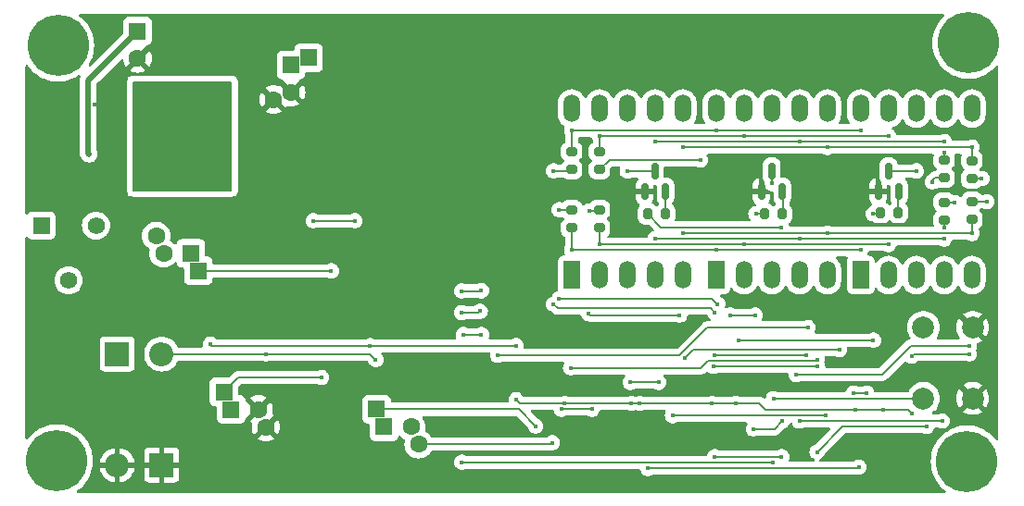
<source format=gbr>
%TF.GenerationSoftware,KiCad,Pcbnew,8.0.7*%
%TF.CreationDate,2025-05-12T19:41:04+03:00*%
%TF.ProjectId,esr_pr4,6573725f-7072-4342-9e6b-696361645f70,rev?*%
%TF.SameCoordinates,Original*%
%TF.FileFunction,Copper,L2,Bot*%
%TF.FilePolarity,Positive*%
%FSLAX46Y46*%
G04 Gerber Fmt 4.6, Leading zero omitted, Abs format (unit mm)*
G04 Created by KiCad (PCBNEW 8.0.7) date 2025-05-12 19:41:04*
%MOMM*%
%LPD*%
G01*
G04 APERTURE LIST*
G04 Aperture macros list*
%AMRoundRect*
0 Rectangle with rounded corners*
0 $1 Rounding radius*
0 $2 $3 $4 $5 $6 $7 $8 $9 X,Y pos of 4 corners*
0 Add a 4 corners polygon primitive as box body*
4,1,4,$2,$3,$4,$5,$6,$7,$8,$9,$2,$3,0*
0 Add four circle primitives for the rounded corners*
1,1,$1+$1,$2,$3*
1,1,$1+$1,$4,$5*
1,1,$1+$1,$6,$7*
1,1,$1+$1,$8,$9*
0 Add four rect primitives between the rounded corners*
20,1,$1+$1,$2,$3,$4,$5,0*
20,1,$1+$1,$4,$5,$6,$7,0*
20,1,$1+$1,$6,$7,$8,$9,0*
20,1,$1+$1,$8,$9,$2,$3,0*%
G04 Aperture macros list end*
%TA.AperFunction,Conductor*%
%ADD10C,0.200000*%
%TD*%
%TA.AperFunction,ComponentPad*%
%ADD11C,3.600000*%
%TD*%
%TA.AperFunction,ConnectorPad*%
%ADD12C,5.600000*%
%TD*%
%TA.AperFunction,ComponentPad*%
%ADD13R,1.524000X2.524000*%
%TD*%
%TA.AperFunction,ComponentPad*%
%ADD14O,1.524000X2.524000*%
%TD*%
%TA.AperFunction,ComponentPad*%
%ADD15R,1.600000X1.600000*%
%TD*%
%TA.AperFunction,ComponentPad*%
%ADD16C,1.600000*%
%TD*%
%TA.AperFunction,ComponentPad*%
%ADD17R,1.560000X1.560000*%
%TD*%
%TA.AperFunction,ComponentPad*%
%ADD18C,1.560000*%
%TD*%
%TA.AperFunction,ComponentPad*%
%ADD19C,2.000000*%
%TD*%
%TA.AperFunction,ComponentPad*%
%ADD20R,2.200000X2.200000*%
%TD*%
%TA.AperFunction,ComponentPad*%
%ADD21O,2.200000X2.200000*%
%TD*%
%TA.AperFunction,SMDPad,CuDef*%
%ADD22RoundRect,0.200000X-0.275000X0.200000X-0.275000X-0.200000X0.275000X-0.200000X0.275000X0.200000X0*%
%TD*%
%TA.AperFunction,SMDPad,CuDef*%
%ADD23RoundRect,0.200000X0.275000X-0.200000X0.275000X0.200000X-0.275000X0.200000X-0.275000X-0.200000X0*%
%TD*%
%TA.AperFunction,SMDPad,CuDef*%
%ADD24RoundRect,0.200000X-0.200000X-0.275000X0.200000X-0.275000X0.200000X0.275000X-0.200000X0.275000X0*%
%TD*%
%TA.AperFunction,SMDPad,CuDef*%
%ADD25RoundRect,0.150000X0.150000X-0.587500X0.150000X0.587500X-0.150000X0.587500X-0.150000X-0.587500X0*%
%TD*%
%TA.AperFunction,ViaPad*%
%ADD26C,0.400000*%
%TD*%
%TA.AperFunction,Conductor*%
%ADD27C,0.500000*%
%TD*%
G04 APERTURE END LIST*
%TO.N,+5V*%
D10*
X110490000Y-56896000D02*
X119380000Y-56896000D01*
X119380000Y-66802000D01*
X110490000Y-66802000D01*
X110490000Y-56896000D01*
%TA.AperFunction,Conductor*%
G36*
X110490000Y-56896000D02*
G01*
X119380000Y-56896000D01*
X119380000Y-66802000D01*
X110490000Y-66802000D01*
X110490000Y-56896000D01*
G37*
%TD.AperFunction*%
%TD*%
D11*
%TO.P,H1,1*%
%TO.N,N/C*%
X103555800Y-53543200D03*
D12*
X103555800Y-53543200D03*
%TD*%
D11*
%TO.P,H4,1*%
%TO.N,N/C*%
X186750000Y-53300000D03*
D12*
X186750000Y-53300000D03*
%TD*%
D13*
%TO.P,AFF2,1,e*%
%TO.N,Net-(AFF1-e)*%
X163690000Y-74559000D03*
D14*
%TO.P,AFF2,2,d*%
%TO.N,Net-(AFF1-d)*%
X166230000Y-74559000D03*
%TO.P,AFF2,3,C.A.*%
%TO.N,Net-(QT2-C)*%
X168770000Y-74559000D03*
%TO.P,AFF2,4,c*%
%TO.N,Net-(AFF1-c)*%
X171310000Y-74559000D03*
%TO.P,AFF2,5,DP*%
%TO.N,Net-(AFF1-DP)*%
X173850000Y-74559000D03*
%TO.P,AFF2,6,b*%
%TO.N,Net-(AFF1-b)*%
X173850000Y-59319000D03*
%TO.P,AFF2,7,a*%
%TO.N,Net-(AFF1-a)*%
X171310000Y-59319000D03*
%TO.P,AFF2,8,C.A.*%
%TO.N,Net-(QT2-C)*%
X168770000Y-59319000D03*
%TO.P,AFF2,9,f*%
%TO.N,Net-(AFF1-f)*%
X166230000Y-59319000D03*
%TO.P,AFF2,10,g*%
%TO.N,Net-(AFF1-g)*%
X163690000Y-59319000D03*
%TD*%
D11*
%TO.P,H2,1*%
%TO.N,N/C*%
X186600000Y-91625000D03*
D12*
X186600000Y-91625000D03*
%TD*%
D15*
%TO.P,CP4,1*%
%TO.N,Net-(D7-K)*%
X132658126Y-86850000D03*
X133329063Y-88450000D03*
D16*
%TO.P,CP4,2*%
%TO.N,Net-(D5-A)*%
X135829063Y-88450000D03*
X136500000Y-90050000D03*
%TD*%
D17*
%TO.P,RV21,1,1*%
%TO.N,Net-(CP5-Pad2)*%
X102025000Y-70035000D03*
D18*
%TO.P,RV21,2,2*%
%TO.N,Net-(R11-Pad1)*%
X104525000Y-75035000D03*
%TO.P,RV21,3,3*%
X107025000Y-70035000D03*
%TD*%
D19*
%TO.P,SW1,1,1*%
%TO.N,Net-(U1-PD1)*%
X182626000Y-85852000D03*
X182626000Y-79352000D03*
%TO.P,SW1,2,2*%
%TO.N,GND*%
X187126000Y-85852000D03*
X187126000Y-79352000D03*
%TD*%
D15*
%TO.P,CP6,1*%
%TO.N,Net-(D1-K)*%
X118709063Y-85268000D03*
X119380000Y-86868000D03*
D16*
%TO.P,CP6,2*%
%TO.N,GND*%
X121880000Y-86868000D03*
X122550937Y-88468000D03*
%TD*%
D20*
%TO.P,D7,1,K*%
%TO.N,Net-(D7-K)*%
X108966000Y-81788000D03*
D21*
%TO.P,D7,2,A*%
%TO.N,GND*%
X108966000Y-91948000D03*
%TD*%
D20*
%TO.P,D8,1,K*%
%TO.N,GND*%
X113030000Y-91948000D03*
D21*
%TO.P,D8,2,A*%
%TO.N,Net-(D7-K)*%
X113030000Y-81788000D03*
%TD*%
D15*
%TO.P,CP3,1*%
%TO.N,Net-(U2-VI)*%
X110820200Y-52236488D03*
D16*
%TO.P,CP3,2*%
%TO.N,GND*%
X110820200Y-54736488D03*
%TD*%
D11*
%TO.P,H3,1*%
%TO.N,N/C*%
X103450000Y-91550000D03*
D12*
X103450000Y-91550000D03*
%TD*%
D15*
%TO.P,CP5,1*%
%TO.N,Net-(QT6-E)*%
X116370937Y-74175000D03*
X115700000Y-72575000D03*
D16*
%TO.P,CP5,2*%
%TO.N,Net-(CP5-Pad2)*%
X113200000Y-72575000D03*
X112529063Y-70975000D03*
%TD*%
D13*
%TO.P,AFF3,1,e*%
%TO.N,Net-(AFF1-e)*%
X176898000Y-74559000D03*
D14*
%TO.P,AFF3,2,d*%
%TO.N,Net-(AFF1-d)*%
X179438000Y-74559000D03*
%TO.P,AFF3,3,C.A.*%
%TO.N,Net-(QT3-C)*%
X181978000Y-74559000D03*
%TO.P,AFF3,4,c*%
%TO.N,Net-(AFF1-c)*%
X184518000Y-74559000D03*
%TO.P,AFF3,5,DP*%
%TO.N,Net-(AFF1-DP)*%
X187058000Y-74559000D03*
%TO.P,AFF3,6,b*%
%TO.N,Net-(AFF1-b)*%
X187058000Y-59319000D03*
%TO.P,AFF3,7,a*%
%TO.N,Net-(AFF1-a)*%
X184518000Y-59319000D03*
%TO.P,AFF3,8,C.A.*%
%TO.N,Net-(QT3-C)*%
X181978000Y-59319000D03*
%TO.P,AFF3,9,f*%
%TO.N,Net-(AFF1-f)*%
X179438000Y-59319000D03*
%TO.P,AFF3,10,g*%
%TO.N,Net-(AFF1-g)*%
X176898000Y-59319000D03*
%TD*%
D15*
%TO.P,CP10,1*%
%TO.N,+5V*%
X126450000Y-54661386D03*
X124850000Y-55332323D03*
D16*
%TO.P,CP10,2*%
%TO.N,GND*%
X124850000Y-57832323D03*
X123250000Y-58503260D03*
%TD*%
D13*
%TO.P,AFF1,1,e*%
%TO.N,Net-(AFF1-e)*%
X150482000Y-74559000D03*
D14*
%TO.P,AFF1,2,d*%
%TO.N,Net-(AFF1-d)*%
X153022000Y-74559000D03*
%TO.P,AFF1,3,C.A.*%
%TO.N,Net-(QT1-C)*%
X155562000Y-74559000D03*
%TO.P,AFF1,4,c*%
%TO.N,Net-(AFF1-c)*%
X158102000Y-74559000D03*
%TO.P,AFF1,5,DP*%
%TO.N,Net-(AFF1-DP)*%
X160642000Y-74559000D03*
%TO.P,AFF1,6,b*%
%TO.N,Net-(AFF1-b)*%
X160642000Y-59319000D03*
%TO.P,AFF1,7,a*%
%TO.N,Net-(AFF1-a)*%
X158102000Y-59319000D03*
%TO.P,AFF1,8,C.A.*%
%TO.N,Net-(QT1-C)*%
X155562000Y-59319000D03*
%TO.P,AFF1,9,f*%
%TO.N,Net-(AFF1-f)*%
X153022000Y-59319000D03*
%TO.P,AFF1,10,g*%
%TO.N,Net-(AFF1-g)*%
X150482000Y-59319000D03*
%TD*%
D22*
%TO.P,R38,1*%
%TO.N,Net-(U1-PB0)*%
X187058000Y-67829000D03*
%TO.P,R38,2*%
%TO.N,Net-(AFF1-DP)*%
X187058000Y-69479000D03*
%TD*%
D23*
%TO.P,R42,1*%
%TO.N,/ISP_MISO*%
X153022000Y-64907000D03*
%TO.P,R42,2*%
%TO.N,Net-(AFF1-f)*%
X153022000Y-63257000D03*
%TD*%
D24*
%TO.P,R23,1*%
%TO.N,Net-(U1-PD2)*%
X157404000Y-68971000D03*
%TO.P,R23,2*%
%TO.N,Net-(QT1-B)*%
X159054000Y-68971000D03*
%TD*%
D25*
%TO.P,QT3,1,B*%
%TO.N,Net-(QT3-B)*%
X180388000Y-66909000D03*
%TO.P,QT3,2,E*%
%TO.N,GND*%
X178488000Y-66909000D03*
%TO.P,QT3,3,C*%
%TO.N,Net-(QT3-C)*%
X179438000Y-65034000D03*
%TD*%
D22*
%TO.P,R36,1*%
%TO.N,Net-(U1-PB7{slash}XTAL2)*%
X153022000Y-68591000D03*
%TO.P,R36,2*%
%TO.N,Net-(AFF1-d)*%
X153022000Y-70241000D03*
%TD*%
D25*
%TO.P,QT2,1,B*%
%TO.N,Net-(QT2-B)*%
X169720000Y-66909000D03*
%TO.P,QT2,2,E*%
%TO.N,GND*%
X167820000Y-66909000D03*
%TO.P,QT2,3,C*%
%TO.N,Net-(QT2-C)*%
X168770000Y-65034000D03*
%TD*%
D23*
%TO.P,R41,1*%
%TO.N,/ISP_MOSI*%
X184518000Y-65669000D03*
%TO.P,R41,2*%
%TO.N,Net-(AFF1-a)*%
X184518000Y-64019000D03*
%TD*%
D22*
%TO.P,R37,1*%
%TO.N,Net-(U1-PB6{slash}XTAL1)*%
X150482000Y-68591000D03*
%TO.P,R37,2*%
%TO.N,Net-(AFF1-e)*%
X150482000Y-70241000D03*
%TD*%
D23*
%TO.P,R43,1*%
%TO.N,/ISP_SCK*%
X187058000Y-65732000D03*
%TO.P,R43,2*%
%TO.N,Net-(AFF1-b)*%
X187058000Y-64082000D03*
%TD*%
D25*
%TO.P,QT1,1,B*%
%TO.N,Net-(QT1-B)*%
X159052000Y-66909000D03*
%TO.P,QT1,2,E*%
%TO.N,GND*%
X157152000Y-66909000D03*
%TO.P,QT1,3,C*%
%TO.N,Net-(QT1-C)*%
X158102000Y-65034000D03*
%TD*%
D22*
%TO.P,R39,1*%
%TO.N,Net-(U1-PB1)*%
X184518000Y-67892000D03*
%TO.P,R39,2*%
%TO.N,Net-(AFF1-c)*%
X184518000Y-69542000D03*
%TD*%
D23*
%TO.P,R40,1*%
%TO.N,Net-(U1-PB2)*%
X150482000Y-64907000D03*
%TO.P,R40,2*%
%TO.N,Net-(AFF1-g)*%
X150482000Y-63257000D03*
%TD*%
D24*
%TO.P,R26,1*%
%TO.N,Net-(U1-PD4)*%
X178677000Y-68844000D03*
%TO.P,R26,2*%
%TO.N,Net-(QT3-B)*%
X180327000Y-68844000D03*
%TD*%
%TO.P,R24,1*%
%TO.N,Net-(U1-PD3)*%
X168072000Y-68971000D03*
%TO.P,R24,2*%
%TO.N,Net-(QT2-B)*%
X169722000Y-68971000D03*
%TD*%
D26*
%TO.N,Net-(AFF1-e)*%
X163690000Y-72273000D03*
X150482000Y-72273000D03*
X176898000Y-72273000D03*
%TO.N,Net-(AFF1-d)*%
X153022000Y-71765000D03*
X166230000Y-71765000D03*
X179438000Y-71765000D03*
%TO.N,Net-(QT1-C)*%
X155562000Y-65034000D03*
%TO.N,Net-(AFF1-c)*%
X171310000Y-71257000D03*
X184505600Y-70180200D03*
X158102000Y-71257000D03*
X184518000Y-71257000D03*
%TO.N,Net-(AFF1-DP)*%
X160642000Y-70749000D03*
X173850000Y-70749000D03*
X187058000Y-70749000D03*
%TO.N,Net-(AFF1-b)*%
X160642000Y-62875000D03*
X187058000Y-62875000D03*
X173850000Y-62875000D03*
%TO.N,Net-(AFF1-a)*%
X184505600Y-63374500D03*
X184518000Y-62367000D03*
X158102000Y-62367000D03*
X171310000Y-62367000D03*
%TO.N,Net-(AFF1-f)*%
X166230000Y-61859000D03*
X179438000Y-61859000D03*
X153022000Y-61859000D03*
%TO.N,Net-(AFF1-g)*%
X176898000Y-61351000D03*
X150482000Y-61351000D03*
X163690000Y-61351000D03*
%TO.N,Net-(QT2-C)*%
X168770000Y-66177000D03*
%TO.N,Net-(QT3-C)*%
X181978000Y-65034000D03*
%TO.N,Net-(D7-K)*%
X122555000Y-81788000D03*
X147193000Y-88392000D03*
X132588000Y-82296000D03*
%TO.N,Net-(D5-A)*%
X148717000Y-89916000D03*
%TO.N,Net-(U1-AREF)*%
X177444400Y-85369400D03*
X176225200Y-85344000D03*
%TO.N,GND*%
X173762000Y-77318200D03*
X167894000Y-85344000D03*
X178003200Y-89408000D03*
X123825000Y-69723000D03*
X148793200Y-78968600D03*
X178231800Y-82854800D03*
X140004800Y-70459600D03*
X178714400Y-91846400D03*
X130048000Y-73025000D03*
X167894000Y-83743800D03*
X127381000Y-90043000D03*
X176225200Y-84556600D03*
X140335000Y-72237600D03*
X158673800Y-79095600D03*
X106934000Y-58964800D03*
X104902000Y-85090000D03*
X150190200Y-89763600D03*
X109500000Y-78500000D03*
X116586000Y-52311000D03*
X163221000Y-84556000D03*
%TO.N,+5V*%
X117348000Y-58928000D03*
X156718000Y-86309200D03*
X118364000Y-61976000D03*
X114300000Y-66040000D03*
X115316000Y-64008000D03*
X176377600Y-86876000D03*
X113284000Y-60706000D03*
X115316000Y-65024000D03*
X116332000Y-65024000D03*
X113284000Y-59690000D03*
X116078000Y-57912000D03*
X145415000Y-85979000D03*
X164973000Y-78232000D03*
X117348000Y-57912000D03*
X112268000Y-65024000D03*
X111252000Y-66040000D03*
X181610000Y-87274400D03*
X114300000Y-65024000D03*
X112268000Y-61976000D03*
X111252000Y-61976000D03*
X112268000Y-59690000D03*
X155956000Y-86309200D03*
X117348000Y-59944000D03*
X149860000Y-86309200D03*
X178943000Y-86876000D03*
X118364000Y-62992000D03*
X113284000Y-64008000D03*
X111252000Y-60706000D03*
X112268000Y-66040000D03*
X117348000Y-61976000D03*
X111252000Y-58674000D03*
X111252000Y-62992000D03*
X167259000Y-78232000D03*
X111252000Y-65024000D03*
X112268000Y-64008000D03*
X115316000Y-66040000D03*
X118364000Y-66040000D03*
X112268000Y-57658000D03*
X113284000Y-66040000D03*
X118364000Y-65024000D03*
X113284000Y-61976000D03*
X114300000Y-57658000D03*
X113284000Y-62992000D03*
X132080000Y-81026000D03*
X111252000Y-57658000D03*
X111252000Y-59690000D03*
X163322000Y-86309200D03*
X111252000Y-64008000D03*
X145415000Y-81026000D03*
X112268000Y-62992000D03*
X112268000Y-60706000D03*
X117348000Y-60960000D03*
X118364000Y-60960000D03*
X114300000Y-58674000D03*
X118364000Y-58928000D03*
X117470937Y-80894937D03*
X113284000Y-58674000D03*
X116332000Y-66040000D03*
X118364000Y-64008000D03*
X118364000Y-59944000D03*
X113284000Y-65024000D03*
X113284000Y-57658000D03*
X116078000Y-58928000D03*
X165481000Y-86309200D03*
X114300000Y-64008000D03*
X118364000Y-57912000D03*
X116332000Y-64008000D03*
X112268000Y-58674000D03*
%TO.N,Net-(Q4-C)*%
X169672000Y-91186000D03*
X163576000Y-91186000D03*
%TO.N,/ISP_RESET*%
X169722800Y-87926300D03*
X167081200Y-88646000D03*
%TO.N,Net-(U2-VI)*%
X106426000Y-63500000D03*
%TO.N,Net-(QT6-E)*%
X128524000Y-74175000D03*
%TO.N,Net-(D1-K)*%
X127635000Y-83947000D03*
%TO.N,Net-(Q1-B)*%
X155829000Y-84378800D03*
X158419800Y-84378800D03*
%TO.N,Net-(Q3-C)*%
X152349200Y-86842600D03*
X149529800Y-86842600D03*
%TO.N,Net-(Q4-B)*%
X142129900Y-77876400D03*
X140436600Y-78003400D03*
%TO.N,Net-(Q4-E)*%
X142240000Y-75996800D03*
X140436600Y-76022200D03*
%TO.N,Net-(Q5-E)*%
X142240000Y-80010000D03*
X140589000Y-80010000D03*
%TO.N,Net-(Q6-C)*%
X126873000Y-69596000D03*
X168910000Y-91694000D03*
X130683000Y-69596000D03*
X140462000Y-91694000D03*
%TO.N,Net-(U1-PC1)*%
X160807400Y-82169000D03*
X174929800Y-81407000D03*
%TO.N,/ISP_MISO*%
X163449000Y-82931000D03*
X172948600Y-82931000D03*
X162229800Y-64033400D03*
%TO.N,Net-(U1-PC3)*%
X172897800Y-82296000D03*
X150393400Y-83058000D03*
%TO.N,Net-(U1-PC0)*%
X176707800Y-92151200D03*
X157429200Y-92252800D03*
%TO.N,Net-(U1-PC4)*%
X143764000Y-81915000D03*
X172085000Y-79375000D03*
%TO.N,Net-(U1-PD4)*%
X165735000Y-80518000D03*
X178054000Y-68961000D03*
X178054000Y-80518000D03*
%TO.N,Net-(U1-PD3)*%
X167309800Y-68961000D03*
%TO.N,Net-(U1-PD2)*%
X169672000Y-70231000D03*
%TO.N,Net-(U1-PB7{slash}XTAL2)*%
X160350200Y-78232000D03*
X152069800Y-68681600D03*
X152019000Y-78079600D03*
%TO.N,Net-(U1-PB6{slash}XTAL1)*%
X149352000Y-76708000D03*
X149352000Y-68580000D03*
X163830000Y-77216000D03*
%TO.N,Net-(U1-PB0)*%
X188391800Y-67843400D03*
X186817000Y-81026000D03*
X170999500Y-83667600D03*
%TO.N,Net-(U1-PB1)*%
X185445400Y-67945000D03*
X184327800Y-87926300D03*
X171297600Y-87926300D03*
%TO.N,Net-(U1-PB2)*%
X163576000Y-81915000D03*
X163576000Y-77978000D03*
X148844000Y-65024000D03*
X148844000Y-77216000D03*
X171958000Y-81915000D03*
%TO.N,/ISP_MOSI*%
X172900000Y-90752000D03*
X182905400Y-88430100D03*
X183438800Y-66040000D03*
%TO.N,Net-(U1-PC2)*%
X173659800Y-87426800D03*
X159689800Y-87426800D03*
%TO.N,/ISP_SCK*%
X187960000Y-65735200D03*
X181546500Y-81978500D03*
X186817000Y-81788000D03*
%TO.N,Net-(U1-PD1)*%
X168927400Y-85869400D03*
%TD*%
D10*
%TO.N,Net-(AFF1-e)*%
X150482000Y-70241000D02*
X150482000Y-72273000D01*
X163690000Y-72273000D02*
X176898000Y-72273000D01*
X150482000Y-72273000D02*
X163690000Y-72273000D01*
%TO.N,Net-(AFF1-d)*%
X153022000Y-70241000D02*
X153022000Y-71765000D01*
X166230000Y-71765000D02*
X179438000Y-71765000D01*
X153022000Y-71765000D02*
X166230000Y-71765000D01*
%TO.N,Net-(QT1-C)*%
X158102000Y-65034000D02*
X155562000Y-65034000D01*
%TO.N,Net-(AFF1-c)*%
X158102000Y-71257000D02*
X171310000Y-71257000D01*
X184518000Y-69542000D02*
X184518000Y-70167800D01*
X171310000Y-71257000D02*
X184518000Y-71257000D01*
X184518000Y-70167800D02*
X184505600Y-70180200D01*
%TO.N,Net-(AFF1-DP)*%
X160642000Y-70749000D02*
X173850000Y-70749000D01*
X173850000Y-70749000D02*
X187058000Y-70749000D01*
X187058000Y-69479000D02*
X187058000Y-70749000D01*
%TO.N,Net-(AFF1-b)*%
X173850000Y-62875000D02*
X187058000Y-62875000D01*
X187058000Y-64082000D02*
X187058000Y-62875000D01*
X160642000Y-62875000D02*
X173850000Y-62875000D01*
%TO.N,Net-(AFF1-a)*%
X184505600Y-64006600D02*
X184518000Y-64019000D01*
X158102000Y-62367000D02*
X171310000Y-62367000D01*
X184505600Y-63374500D02*
X184505600Y-64006600D01*
X171310000Y-62367000D02*
X184518000Y-62367000D01*
%TO.N,Net-(AFF1-f)*%
X153022000Y-63257000D02*
X153022000Y-61859000D01*
X177097107Y-61859000D02*
X179438000Y-61859000D01*
X166230000Y-61859000D02*
X177097107Y-61859000D01*
X153022000Y-61859000D02*
X166230000Y-61859000D01*
%TO.N,Net-(AFF1-g)*%
X150482000Y-61351000D02*
X163690000Y-61351000D01*
X163690000Y-61351000D02*
X176898000Y-61351000D01*
X150482000Y-63257000D02*
X150482000Y-61351000D01*
%TO.N,Net-(QT2-C)*%
X168770000Y-65034000D02*
X168770000Y-66177000D01*
%TO.N,Net-(QT3-C)*%
X179438000Y-65034000D02*
X181978000Y-65034000D01*
%TO.N,Net-(D7-K)*%
X113030000Y-81788000D02*
X122555000Y-81788000D01*
X122555000Y-81788000D02*
X132080000Y-81788000D01*
X132658126Y-86850000D02*
X145651000Y-86850000D01*
X132080000Y-81788000D02*
X132588000Y-82296000D01*
X145651000Y-86850000D02*
X147193000Y-88392000D01*
%TO.N,Net-(D5-A)*%
X148583000Y-90050000D02*
X148717000Y-89916000D01*
X136500000Y-90050000D02*
X148583000Y-90050000D01*
%TO.N,Net-(U1-AREF)*%
X177419000Y-85344000D02*
X177444400Y-85369400D01*
X176225200Y-85344000D02*
X177419000Y-85344000D01*
%TO.N,+5V*%
X165481000Y-86309200D02*
X167624000Y-86309200D01*
X117602000Y-81026000D02*
X132080000Y-81026000D01*
X149860000Y-86309200D02*
X149356093Y-86309200D01*
X117470937Y-80894937D02*
X117602000Y-81026000D01*
X181211600Y-86876000D02*
X181610000Y-87274400D01*
X168190800Y-86876000D02*
X178943000Y-86876000D01*
X156718000Y-86309200D02*
X155956000Y-86309200D01*
X167624000Y-86309200D02*
X168190800Y-86876000D01*
X145745200Y-86309200D02*
X145796000Y-86309200D01*
X167259000Y-78232000D02*
X164973000Y-78232000D01*
X163322000Y-86309200D02*
X165481000Y-86309200D01*
X163322000Y-86309200D02*
X156718000Y-86309200D01*
X132080000Y-81026000D02*
X145415000Y-81026000D01*
X178943000Y-86876000D02*
X181211600Y-86876000D01*
X155956000Y-86309200D02*
X149860000Y-86309200D01*
X149356093Y-86309200D02*
X145796000Y-86309200D01*
X145415000Y-85979000D02*
X145745200Y-86309200D01*
%TO.N,Net-(Q4-C)*%
X163576000Y-91186000D02*
X169672000Y-91186000D01*
%TO.N,/ISP_RESET*%
X169003100Y-88646000D02*
X169722800Y-87926300D01*
X167081200Y-88646000D02*
X169003100Y-88646000D01*
D27*
%TO.N,Net-(U2-VI)*%
X106284000Y-56772688D02*
X110820200Y-52236488D01*
X106426000Y-63500000D02*
X106284000Y-63358000D01*
D10*
X110820200Y-52236488D02*
X110577512Y-52236488D01*
D27*
X106284000Y-63358000D02*
X106284000Y-56772688D01*
D10*
%TO.N,Net-(QT6-E)*%
X116370937Y-74175000D02*
X128524000Y-74175000D01*
%TO.N,Net-(D1-K)*%
X118709063Y-85252937D02*
X119761000Y-84201000D01*
X118709063Y-85268000D02*
X118709063Y-85252937D01*
X120015000Y-83947000D02*
X127635000Y-83947000D01*
X119761000Y-84201000D02*
X120015000Y-83947000D01*
%TO.N,Net-(Q1-B)*%
X158419800Y-84378800D02*
X155829000Y-84378800D01*
%TO.N,Net-(Q3-C)*%
X149529800Y-86842600D02*
X152349200Y-86842600D01*
%TO.N,Net-(Q4-B)*%
X141986000Y-78003400D02*
X142113000Y-77876400D01*
X140436600Y-78003400D02*
X141986000Y-78003400D01*
X142113000Y-77876400D02*
X142129900Y-77876400D01*
%TO.N,Net-(Q4-E)*%
X142214600Y-76022200D02*
X142240000Y-75996800D01*
X140436600Y-76022200D02*
X142214600Y-76022200D01*
%TO.N,Net-(Q5-E)*%
X140589000Y-80010000D02*
X142240000Y-80010000D01*
%TO.N,Net-(Q6-C)*%
X168910000Y-91694000D02*
X140462000Y-91694000D01*
X130683000Y-69596000D02*
X126873000Y-69596000D01*
%TO.N,Net-(QT1-B)*%
X159054000Y-68971000D02*
X159054000Y-66911000D01*
X159054000Y-66911000D02*
X159052000Y-66909000D01*
%TO.N,Net-(QT2-B)*%
X169722000Y-68971000D02*
X169786000Y-68971000D01*
X169786000Y-66975000D02*
X169720000Y-66909000D01*
X169786000Y-68971000D02*
X169786000Y-66975000D01*
%TO.N,Net-(QT3-B)*%
X180327000Y-68844000D02*
X180327000Y-66970000D01*
X180327000Y-66970000D02*
X180388000Y-66909000D01*
%TO.N,Net-(U1-PC1)*%
X174929800Y-81407000D02*
X161569400Y-81407000D01*
X161569400Y-81407000D02*
X160807400Y-82169000D01*
%TO.N,/ISP_MISO*%
X162229800Y-64033400D02*
X162192900Y-63996500D01*
X172948600Y-82931000D02*
X164973000Y-82931000D01*
X164973000Y-82931000D02*
X163830000Y-82931000D01*
X163830000Y-82931000D02*
X163449000Y-82931000D01*
X162192900Y-63996500D02*
X153932500Y-63996500D01*
X153932500Y-63996500D02*
X153022000Y-64907000D01*
%TO.N,Net-(U1-PC3)*%
X162949000Y-82415000D02*
X162306000Y-83058000D01*
X172778800Y-82415000D02*
X162949000Y-82415000D01*
X162306000Y-83058000D02*
X150393400Y-83058000D01*
X172897800Y-82296000D02*
X172778800Y-82415000D01*
%TO.N,Net-(U1-PC0)*%
X173742300Y-92252800D02*
X176606200Y-92252800D01*
X176606200Y-92252800D02*
X176707800Y-92151200D01*
X157429200Y-92252800D02*
X173742300Y-92252800D01*
%TO.N,Net-(U1-PC4)*%
X143764000Y-81915000D02*
X160354293Y-81915000D01*
X162894293Y-79375000D02*
X172085000Y-79375000D01*
X160354293Y-81915000D02*
X162894293Y-79375000D01*
%TO.N,Net-(U1-PD4)*%
X178054000Y-68961000D02*
X178560000Y-68961000D01*
X178560000Y-68961000D02*
X178677000Y-68844000D01*
X165735000Y-80518000D02*
X178054000Y-80518000D01*
%TO.N,Net-(U1-PD3)*%
X167309800Y-68961000D02*
X168062000Y-68961000D01*
X168062000Y-68961000D02*
X168072000Y-68971000D01*
%TO.N,Net-(U1-PD2)*%
X158664000Y-70231000D02*
X157404000Y-68971000D01*
X169672000Y-70231000D02*
X158664000Y-70231000D01*
%TO.N,Net-(U1-PB7{slash}XTAL2)*%
X152931400Y-68681600D02*
X153022000Y-68591000D01*
X152171400Y-78232000D02*
X152019000Y-78079600D01*
X152069800Y-68681600D02*
X152931400Y-68681600D01*
X160350200Y-78232000D02*
X152171400Y-78232000D01*
%TO.N,Net-(U1-PB6{slash}XTAL1)*%
X149352000Y-68580000D02*
X150471000Y-68580000D01*
X150471000Y-68580000D02*
X150482000Y-68591000D01*
X163830000Y-77216000D02*
X163322000Y-76708000D01*
X163322000Y-76708000D02*
X149352000Y-76708000D01*
%TO.N,Net-(U1-PB0)*%
X187072400Y-67843400D02*
X187058000Y-67829000D01*
X178841400Y-83667600D02*
X178816000Y-83667600D01*
X188391800Y-67843400D02*
X187072400Y-67843400D01*
X181483000Y-81026000D02*
X178841400Y-83667600D01*
X186817000Y-81026000D02*
X181483000Y-81026000D01*
X170999500Y-83667600D02*
X178816000Y-83667600D01*
%TO.N,Net-(U1-PB1)*%
X185445400Y-67945000D02*
X184571000Y-67945000D01*
X171297600Y-87926300D02*
X184327800Y-87926300D01*
X184571000Y-67945000D02*
X184518000Y-67892000D01*
%TO.N,Net-(U1-PB2)*%
X163576000Y-81915000D02*
X171958000Y-81915000D01*
X148844000Y-65024000D02*
X150365000Y-65024000D01*
X163177600Y-77579600D02*
X149207600Y-77579600D01*
X149207600Y-77579600D02*
X148844000Y-77216000D01*
X163576000Y-77978000D02*
X163177600Y-77579600D01*
X150365000Y-65024000D02*
X150482000Y-64907000D01*
%TO.N,/ISP_MOSI*%
X183438800Y-66040000D02*
X183438800Y-65887600D01*
X175221900Y-88430100D02*
X182905400Y-88430100D01*
X183438800Y-65887600D02*
X183657400Y-65669000D01*
X183657400Y-65669000D02*
X184518000Y-65669000D01*
X172900000Y-90752000D02*
X175221900Y-88430100D01*
%TO.N,Net-(U1-PC2)*%
X173659800Y-87426800D02*
X159689800Y-87426800D01*
%TO.N,/ISP_SCK*%
X187960000Y-65735200D02*
X187061200Y-65735200D01*
X181737000Y-81788000D02*
X181546500Y-81978500D01*
X186817000Y-81788000D02*
X181737000Y-81788000D01*
X187061200Y-65735200D02*
X187058000Y-65732000D01*
X181546500Y-81978500D02*
X181483000Y-82042000D01*
%TO.N,Net-(U1-PD1)*%
X168910000Y-85852000D02*
X168927400Y-85869400D01*
X182608600Y-85869400D02*
X168927400Y-85869400D01*
X182626000Y-85852000D02*
X182608600Y-85869400D01*
%TD*%
%TA.AperFunction,Conductor*%
%TO.N,GND*%
G36*
X184479778Y-50692685D02*
G01*
X184525533Y-50745489D01*
X184535477Y-50814647D01*
X184506452Y-50878203D01*
X184498032Y-50887004D01*
X184353420Y-51023989D01*
X184350327Y-51026919D01*
X184118641Y-51299680D01*
X184118634Y-51299690D01*
X183917790Y-51595913D01*
X183917784Y-51595922D01*
X183750151Y-51912111D01*
X183750142Y-51912129D01*
X183617674Y-52244600D01*
X183617672Y-52244607D01*
X183521932Y-52589434D01*
X183521926Y-52589460D01*
X183464029Y-52942614D01*
X183464028Y-52942631D01*
X183444652Y-53299997D01*
X183444652Y-53300002D01*
X183451028Y-53417592D01*
X183463752Y-53652288D01*
X183464028Y-53657368D01*
X183464029Y-53657385D01*
X183521926Y-54010539D01*
X183521932Y-54010565D01*
X183617672Y-54355392D01*
X183617674Y-54355399D01*
X183750142Y-54687870D01*
X183750151Y-54687888D01*
X183917784Y-55004077D01*
X183917787Y-55004082D01*
X183917789Y-55004085D01*
X184007560Y-55136488D01*
X184118634Y-55300309D01*
X184118641Y-55300319D01*
X184346749Y-55568868D01*
X184350332Y-55573086D01*
X184610163Y-55819211D01*
X184895081Y-56035800D01*
X185201747Y-56220315D01*
X185201749Y-56220316D01*
X185201751Y-56220317D01*
X185201755Y-56220319D01*
X185373984Y-56300000D01*
X185526565Y-56370591D01*
X185865726Y-56484868D01*
X186215254Y-56561805D01*
X186571052Y-56600500D01*
X186571058Y-56600500D01*
X186928942Y-56600500D01*
X186928948Y-56600500D01*
X187284746Y-56561805D01*
X187634274Y-56484868D01*
X187973435Y-56370591D01*
X188298253Y-56220315D01*
X188604919Y-56035800D01*
X188889837Y-55819211D01*
X189149668Y-55573086D01*
X189265492Y-55436726D01*
X189323895Y-55398376D01*
X189393762Y-55397688D01*
X189452909Y-55434881D01*
X189482558Y-55498148D01*
X189484000Y-55517003D01*
X189484000Y-89593452D01*
X189464315Y-89660491D01*
X189411511Y-89706246D01*
X189342353Y-89716190D01*
X189278797Y-89687165D01*
X189257367Y-89663039D01*
X189231366Y-89624690D01*
X189231358Y-89624680D01*
X188999668Y-89351914D01*
X188739837Y-89105789D01*
X188739830Y-89105783D01*
X188739827Y-89105781D01*
X188672245Y-89054407D01*
X188454919Y-88889200D01*
X188148253Y-88704685D01*
X188148252Y-88704684D01*
X188148248Y-88704682D01*
X188148244Y-88704680D01*
X187823447Y-88554414D01*
X187823441Y-88554411D01*
X187823435Y-88554409D01*
X187653854Y-88497270D01*
X187484273Y-88440131D01*
X187134744Y-88363194D01*
X186778949Y-88324500D01*
X186778948Y-88324500D01*
X186421052Y-88324500D01*
X186421050Y-88324500D01*
X186065255Y-88363194D01*
X185715726Y-88440131D01*
X185476725Y-88520661D01*
X185376565Y-88554409D01*
X185376563Y-88554410D01*
X185376552Y-88554414D01*
X185051755Y-88704680D01*
X185051751Y-88704682D01*
X184857511Y-88821553D01*
X184745081Y-88889200D01*
X184658642Y-88954909D01*
X184460172Y-89105781D01*
X184460163Y-89105789D01*
X184200331Y-89351914D01*
X183968641Y-89624680D01*
X183968634Y-89624690D01*
X183767790Y-89920913D01*
X183767784Y-89920922D01*
X183600151Y-90237111D01*
X183600142Y-90237129D01*
X183467674Y-90569600D01*
X183467672Y-90569607D01*
X183371932Y-90914434D01*
X183371926Y-90914460D01*
X183314029Y-91267614D01*
X183314028Y-91267631D01*
X183294863Y-91621116D01*
X183294652Y-91625000D01*
X183309962Y-91907385D01*
X183314028Y-91982368D01*
X183314029Y-91982385D01*
X183371926Y-92335539D01*
X183371932Y-92335565D01*
X183467672Y-92680392D01*
X183467674Y-92680399D01*
X183600142Y-93012870D01*
X183600151Y-93012888D01*
X183767784Y-93329077D01*
X183767787Y-93329082D01*
X183767789Y-93329085D01*
X183956962Y-93608095D01*
X183968634Y-93625309D01*
X183968641Y-93625319D01*
X184136626Y-93823086D01*
X184200332Y-93898086D01*
X184460163Y-94144211D01*
X184460170Y-94144216D01*
X184460172Y-94144218D01*
X184634560Y-94276784D01*
X184676018Y-94333025D01*
X184680487Y-94402752D01*
X184646550Y-94463826D01*
X184584982Y-94496858D01*
X184559519Y-94499500D01*
X105391819Y-94499500D01*
X105324780Y-94479815D01*
X105279025Y-94427011D01*
X105269081Y-94357853D01*
X105298106Y-94294297D01*
X105316772Y-94276789D01*
X105589837Y-94069211D01*
X105849668Y-93823086D01*
X106081365Y-93550311D01*
X106282211Y-93254085D01*
X106449853Y-92937880D01*
X106582324Y-92605403D01*
X106678071Y-92260552D01*
X106717191Y-92021930D01*
X106735970Y-91907385D01*
X106735970Y-91907382D01*
X106735972Y-91907371D01*
X106747324Y-91697999D01*
X107380728Y-91697999D01*
X107380729Y-91698000D01*
X108475252Y-91698000D01*
X108453482Y-91735708D01*
X108416000Y-91875591D01*
X108416000Y-92020409D01*
X108453482Y-92160292D01*
X108475252Y-92198000D01*
X107380728Y-92198000D01*
X107380811Y-92199067D01*
X107439603Y-92443956D01*
X107535980Y-92676631D01*
X107667568Y-92891362D01*
X107667571Y-92891367D01*
X107831130Y-93082869D01*
X108022632Y-93246428D01*
X108022637Y-93246431D01*
X108237368Y-93378019D01*
X108470043Y-93474396D01*
X108714932Y-93533188D01*
X108716000Y-93533271D01*
X108716000Y-92438747D01*
X108753708Y-92460518D01*
X108893591Y-92498000D01*
X109038409Y-92498000D01*
X109178292Y-92460518D01*
X109216000Y-92438747D01*
X109216000Y-93533271D01*
X109217067Y-93533188D01*
X109461956Y-93474396D01*
X109694631Y-93378019D01*
X109909362Y-93246431D01*
X109909367Y-93246428D01*
X110100869Y-93082869D01*
X110264428Y-92891367D01*
X110264431Y-92891362D01*
X110396019Y-92676631D01*
X110492396Y-92443956D01*
X110551188Y-92199067D01*
X110551272Y-92198000D01*
X109456748Y-92198000D01*
X109478518Y-92160292D01*
X109516000Y-92020409D01*
X109516000Y-91875591D01*
X109478518Y-91735708D01*
X109456748Y-91698000D01*
X110551271Y-91698000D01*
X110551271Y-91697999D01*
X110551188Y-91696932D01*
X110492396Y-91452043D01*
X110396019Y-91219368D01*
X110264431Y-91004637D01*
X110264428Y-91004632D01*
X110100869Y-90813130D01*
X110085677Y-90800155D01*
X111430000Y-90800155D01*
X111430000Y-91698000D01*
X112539252Y-91698000D01*
X112517482Y-91735708D01*
X112480000Y-91875591D01*
X112480000Y-92020409D01*
X112517482Y-92160292D01*
X112539252Y-92198000D01*
X111430000Y-92198000D01*
X111430000Y-93095844D01*
X111436401Y-93155372D01*
X111436403Y-93155379D01*
X111486645Y-93290086D01*
X111486649Y-93290093D01*
X111572809Y-93405187D01*
X111572812Y-93405190D01*
X111687906Y-93491350D01*
X111687913Y-93491354D01*
X111822620Y-93541596D01*
X111822627Y-93541598D01*
X111882155Y-93547999D01*
X111882172Y-93548000D01*
X112780000Y-93548000D01*
X112780000Y-92438747D01*
X112817708Y-92460518D01*
X112957591Y-92498000D01*
X113102409Y-92498000D01*
X113242292Y-92460518D01*
X113280000Y-92438747D01*
X113280000Y-93548000D01*
X114177828Y-93548000D01*
X114177844Y-93547999D01*
X114237372Y-93541598D01*
X114237379Y-93541596D01*
X114372086Y-93491354D01*
X114372093Y-93491350D01*
X114487187Y-93405190D01*
X114487190Y-93405187D01*
X114573350Y-93290093D01*
X114573354Y-93290086D01*
X114623596Y-93155379D01*
X114623598Y-93155372D01*
X114629999Y-93095844D01*
X114630000Y-93095827D01*
X114630000Y-92198000D01*
X113520748Y-92198000D01*
X113542518Y-92160292D01*
X113580000Y-92020409D01*
X113580000Y-91875591D01*
X113542518Y-91735708D01*
X113520748Y-91698000D01*
X114630000Y-91698000D01*
X114630000Y-90800172D01*
X114629999Y-90800155D01*
X114623598Y-90740627D01*
X114623596Y-90740620D01*
X114573354Y-90605913D01*
X114573350Y-90605906D01*
X114487190Y-90490812D01*
X114487187Y-90490809D01*
X114372093Y-90404649D01*
X114372086Y-90404645D01*
X114237379Y-90354403D01*
X114237372Y-90354401D01*
X114177844Y-90348000D01*
X113280000Y-90348000D01*
X113280000Y-91457252D01*
X113242292Y-91435482D01*
X113102409Y-91398000D01*
X112957591Y-91398000D01*
X112817708Y-91435482D01*
X112780000Y-91457252D01*
X112780000Y-90348000D01*
X111882155Y-90348000D01*
X111822627Y-90354401D01*
X111822620Y-90354403D01*
X111687913Y-90404645D01*
X111687906Y-90404649D01*
X111572812Y-90490809D01*
X111572809Y-90490812D01*
X111486649Y-90605906D01*
X111486645Y-90605913D01*
X111436403Y-90740620D01*
X111436401Y-90740627D01*
X111430000Y-90800155D01*
X110085677Y-90800155D01*
X109909367Y-90649571D01*
X109909362Y-90649568D01*
X109694631Y-90517980D01*
X109461956Y-90421603D01*
X109217064Y-90362811D01*
X109216000Y-90362726D01*
X109216000Y-91457252D01*
X109178292Y-91435482D01*
X109038409Y-91398000D01*
X108893591Y-91398000D01*
X108753708Y-91435482D01*
X108716000Y-91457252D01*
X108716000Y-90362726D01*
X108714935Y-90362811D01*
X108470043Y-90421603D01*
X108237368Y-90517980D01*
X108022637Y-90649568D01*
X108022632Y-90649571D01*
X107831130Y-90813130D01*
X107667571Y-91004632D01*
X107667568Y-91004637D01*
X107535980Y-91219368D01*
X107439603Y-91452043D01*
X107380811Y-91696932D01*
X107380728Y-91697999D01*
X106747324Y-91697999D01*
X106754238Y-91570466D01*
X106755348Y-91550002D01*
X106755348Y-91549997D01*
X106748070Y-91415769D01*
X106735972Y-91192629D01*
X106734885Y-91186000D01*
X106678073Y-90839460D01*
X106678072Y-90839459D01*
X106678071Y-90839448D01*
X106606905Y-90583130D01*
X106582327Y-90494607D01*
X106582325Y-90494600D01*
X106553240Y-90421603D01*
X106495500Y-90276686D01*
X106449857Y-90162129D01*
X106449848Y-90162111D01*
X106408899Y-90084874D01*
X106375807Y-90022456D01*
X106282215Y-89845922D01*
X106282213Y-89845919D01*
X106282211Y-89845915D01*
X106081365Y-89549689D01*
X106081359Y-89549682D01*
X106081358Y-89549680D01*
X105849668Y-89276914D01*
X105796696Y-89226736D01*
X105589837Y-89030789D01*
X105589830Y-89030783D01*
X105589827Y-89030781D01*
X105513467Y-88972734D01*
X105304919Y-88814200D01*
X104998253Y-88629685D01*
X104998252Y-88629684D01*
X104998248Y-88629682D01*
X104998244Y-88629680D01*
X104673447Y-88479414D01*
X104673441Y-88479411D01*
X104673435Y-88479409D01*
X104483283Y-88415339D01*
X104334273Y-88365131D01*
X103984744Y-88288194D01*
X103628949Y-88249500D01*
X103628948Y-88249500D01*
X103271052Y-88249500D01*
X103271050Y-88249500D01*
X102915255Y-88288194D01*
X102565726Y-88365131D01*
X102313845Y-88450001D01*
X102226565Y-88479409D01*
X102226563Y-88479410D01*
X102226552Y-88479414D01*
X101901755Y-88629680D01*
X101901751Y-88629682D01*
X101673367Y-88767096D01*
X101595081Y-88814200D01*
X101560167Y-88840741D01*
X101310172Y-89030781D01*
X101310163Y-89030789D01*
X101050331Y-89276914D01*
X100818641Y-89549680D01*
X100818640Y-89549682D01*
X100818636Y-89549687D01*
X100818635Y-89549689D01*
X100810631Y-89561493D01*
X100756718Y-89605933D01*
X100687336Y-89614170D01*
X100624514Y-89583589D01*
X100588199Y-89523898D01*
X100584000Y-89491904D01*
X100584000Y-84420135D01*
X117408563Y-84420135D01*
X117408563Y-86115870D01*
X117408564Y-86115876D01*
X117414971Y-86175483D01*
X117465265Y-86310328D01*
X117465269Y-86310335D01*
X117551515Y-86425544D01*
X117551518Y-86425547D01*
X117666727Y-86511793D01*
X117666734Y-86511797D01*
X117711681Y-86528561D01*
X117801580Y-86562091D01*
X117861190Y-86568500D01*
X117955500Y-86568499D01*
X118022538Y-86588183D01*
X118068294Y-86640986D01*
X118079500Y-86692499D01*
X118079500Y-87715870D01*
X118079501Y-87715876D01*
X118085908Y-87775483D01*
X118136202Y-87910328D01*
X118136206Y-87910335D01*
X118222452Y-88025544D01*
X118222455Y-88025547D01*
X118337664Y-88111793D01*
X118337671Y-88111797D01*
X118472517Y-88162091D01*
X118472516Y-88162091D01*
X118479444Y-88162835D01*
X118532127Y-88168500D01*
X120227872Y-88168499D01*
X120287483Y-88162091D01*
X120422331Y-88111796D01*
X120537546Y-88025546D01*
X120623796Y-87910331D01*
X120674091Y-87775483D01*
X120680500Y-87715873D01*
X120680499Y-87715845D01*
X120680678Y-87712547D01*
X120682183Y-87712627D01*
X120700112Y-87651326D01*
X120752868Y-87605514D01*
X120796465Y-87597981D01*
X121480000Y-86914446D01*
X121480000Y-86920661D01*
X121507259Y-87022394D01*
X121559920Y-87113606D01*
X121634394Y-87188080D01*
X121725606Y-87240741D01*
X121827339Y-87268000D01*
X121833553Y-87268000D01*
X121154526Y-87947025D01*
X121227513Y-87998132D01*
X121232207Y-88000842D01*
X121231292Y-88002425D01*
X121277621Y-88043212D01*
X121296777Y-88110404D01*
X121292556Y-88141522D01*
X121265796Y-88241392D01*
X121265796Y-88241396D01*
X121245971Y-88467998D01*
X121245971Y-88468002D01*
X121265795Y-88694599D01*
X121265797Y-88694610D01*
X121324667Y-88914317D01*
X121324672Y-88914331D01*
X121420800Y-89120478D01*
X121471911Y-89193472D01*
X122150937Y-88514446D01*
X122150937Y-88520661D01*
X122178196Y-88622394D01*
X122230857Y-88713606D01*
X122305331Y-88788080D01*
X122396543Y-88840741D01*
X122498276Y-88868000D01*
X122504490Y-88868000D01*
X121825463Y-89547025D01*
X121898450Y-89598132D01*
X121898458Y-89598136D01*
X122104605Y-89694264D01*
X122104619Y-89694269D01*
X122324326Y-89753139D01*
X122324337Y-89753141D01*
X122550935Y-89772966D01*
X122550939Y-89772966D01*
X122777536Y-89753141D01*
X122777547Y-89753139D01*
X122997254Y-89694269D01*
X122997268Y-89694264D01*
X123203415Y-89598136D01*
X123276408Y-89547024D01*
X122597384Y-88868000D01*
X122603598Y-88868000D01*
X122705331Y-88840741D01*
X122796543Y-88788080D01*
X122871017Y-88713606D01*
X122923678Y-88622394D01*
X122950937Y-88520661D01*
X122950937Y-88514447D01*
X123629961Y-89193471D01*
X123681073Y-89120478D01*
X123777201Y-88914331D01*
X123777206Y-88914317D01*
X123836076Y-88694610D01*
X123836078Y-88694599D01*
X123855903Y-88468002D01*
X123855903Y-88467997D01*
X123836078Y-88241400D01*
X123836076Y-88241389D01*
X123777206Y-88021682D01*
X123777201Y-88021668D01*
X123681073Y-87815521D01*
X123681069Y-87815513D01*
X123629962Y-87742526D01*
X122950937Y-88421551D01*
X122950937Y-88415339D01*
X122923678Y-88313606D01*
X122871017Y-88222394D01*
X122796543Y-88147920D01*
X122705331Y-88095259D01*
X122603598Y-88068000D01*
X122597383Y-88068000D01*
X123276409Y-87388974D01*
X123203415Y-87337863D01*
X123198730Y-87335158D01*
X123199643Y-87333575D01*
X123153313Y-87292785D01*
X123134158Y-87225592D01*
X123138380Y-87194475D01*
X123165138Y-87094614D01*
X123165141Y-87094599D01*
X123184966Y-86868002D01*
X123184966Y-86867997D01*
X123165141Y-86641400D01*
X123165139Y-86641389D01*
X123106269Y-86421682D01*
X123106264Y-86421668D01*
X123010136Y-86215521D01*
X123010132Y-86215513D01*
X122959025Y-86142526D01*
X122280000Y-86821553D01*
X122280000Y-86815339D01*
X122252741Y-86713606D01*
X122200080Y-86622394D01*
X122125606Y-86547920D01*
X122034394Y-86495259D01*
X121932661Y-86468000D01*
X121926445Y-86468000D01*
X122392311Y-86002135D01*
X131357626Y-86002135D01*
X131357626Y-87697870D01*
X131357627Y-87697876D01*
X131364034Y-87757483D01*
X131414328Y-87892328D01*
X131414332Y-87892335D01*
X131500578Y-88007544D01*
X131500581Y-88007547D01*
X131615790Y-88093793D01*
X131615797Y-88093797D01*
X131631863Y-88099789D01*
X131750643Y-88144091D01*
X131810253Y-88150500D01*
X131904563Y-88150499D01*
X131971601Y-88170183D01*
X132017357Y-88222986D01*
X132028563Y-88274499D01*
X132028563Y-89297870D01*
X132028564Y-89297876D01*
X132034971Y-89357483D01*
X132085265Y-89492328D01*
X132085269Y-89492335D01*
X132171515Y-89607544D01*
X132171518Y-89607547D01*
X132286727Y-89693793D01*
X132286734Y-89693797D01*
X132421580Y-89744091D01*
X132421579Y-89744091D01*
X132428507Y-89744835D01*
X132481190Y-89750500D01*
X134176935Y-89750499D01*
X134236546Y-89744091D01*
X134371394Y-89693796D01*
X134486609Y-89607546D01*
X134572859Y-89492331D01*
X134623154Y-89357483D01*
X134623155Y-89357472D01*
X134624428Y-89352088D01*
X134658996Y-89291369D01*
X134720904Y-89258978D01*
X134790496Y-89265199D01*
X134832788Y-89292912D01*
X134989921Y-89450045D01*
X134989924Y-89450047D01*
X135176329Y-89580568D01*
X135176332Y-89580569D01*
X135181020Y-89583276D01*
X135180051Y-89584953D01*
X135226092Y-89625487D01*
X135245249Y-89692679D01*
X135241028Y-89723796D01*
X135214366Y-89823302D01*
X135214365Y-89823308D01*
X135194532Y-90049999D01*
X135194532Y-90050001D01*
X135214364Y-90276686D01*
X135214366Y-90276697D01*
X135273258Y-90496488D01*
X135273261Y-90496497D01*
X135369431Y-90702732D01*
X135369432Y-90702734D01*
X135499954Y-90889141D01*
X135660858Y-91050045D01*
X135660861Y-91050047D01*
X135847266Y-91180568D01*
X136053504Y-91276739D01*
X136273308Y-91335635D01*
X136435230Y-91349801D01*
X136499998Y-91355468D01*
X136500000Y-91355468D01*
X136500002Y-91355468D01*
X136556673Y-91350509D01*
X136726692Y-91335635D01*
X136946496Y-91276739D01*
X137152734Y-91180568D01*
X137339139Y-91050047D01*
X137500047Y-90889139D01*
X137630118Y-90703375D01*
X137684693Y-90659752D01*
X137731692Y-90650500D01*
X148496331Y-90650500D01*
X148496347Y-90650501D01*
X148503943Y-90650501D01*
X148662055Y-90650501D01*
X148662057Y-90650501D01*
X148773180Y-90620724D01*
X148794670Y-90617895D01*
X148794611Y-90617404D01*
X148802054Y-90616500D01*
X148802056Y-90616500D01*
X148967225Y-90575790D01*
X149077372Y-90517980D01*
X149117849Y-90496736D01*
X149117850Y-90496734D01*
X149117852Y-90496734D01*
X149245183Y-90383929D01*
X149341818Y-90243930D01*
X149402140Y-90084872D01*
X149422645Y-89916000D01*
X149402140Y-89747128D01*
X149393291Y-89723796D01*
X149355706Y-89624690D01*
X149341818Y-89588070D01*
X149339666Y-89584953D01*
X149275736Y-89492335D01*
X149245183Y-89448071D01*
X149117852Y-89335266D01*
X149117849Y-89335263D01*
X148967226Y-89256210D01*
X148802056Y-89215500D01*
X148631944Y-89215500D01*
X148466773Y-89256210D01*
X148316150Y-89335263D01*
X148222404Y-89418316D01*
X148159171Y-89448037D01*
X148140177Y-89449500D01*
X137731692Y-89449500D01*
X137664653Y-89429815D01*
X137630119Y-89396625D01*
X137500047Y-89210861D01*
X137500045Y-89210858D01*
X137339141Y-89049954D01*
X137152731Y-88919430D01*
X137148039Y-88916721D01*
X137149007Y-88915043D01*
X137102968Y-88874510D01*
X137083813Y-88807317D01*
X137088033Y-88776206D01*
X137114698Y-88676692D01*
X137132956Y-88467998D01*
X137134531Y-88450001D01*
X137134531Y-88449998D01*
X137127106Y-88365131D01*
X137114698Y-88223308D01*
X137055802Y-88003504D01*
X136959631Y-87797266D01*
X136902639Y-87715872D01*
X136853451Y-87645623D01*
X136831123Y-87579416D01*
X136848135Y-87511649D01*
X136899083Y-87463837D01*
X136955026Y-87450500D01*
X145350903Y-87450500D01*
X145417942Y-87470185D01*
X145438584Y-87486819D01*
X146486119Y-88534354D01*
X146514380Y-88578064D01*
X146568182Y-88719931D01*
X146594481Y-88758031D01*
X146664817Y-88859929D01*
X146770505Y-88953560D01*
X146792150Y-88972736D01*
X146929464Y-89044804D01*
X146942775Y-89051790D01*
X147107944Y-89092500D01*
X147278056Y-89092500D01*
X147443225Y-89051790D01*
X147533326Y-89004501D01*
X147593849Y-88972736D01*
X147593850Y-88972734D01*
X147593852Y-88972734D01*
X147721183Y-88859929D01*
X147817818Y-88719930D01*
X147878140Y-88560872D01*
X147898645Y-88392000D01*
X147878140Y-88223128D01*
X147817818Y-88064070D01*
X147788559Y-88021682D01*
X147775267Y-88002425D01*
X147721183Y-87924071D01*
X147593852Y-87811266D01*
X147593849Y-87811263D01*
X147443226Y-87732210D01*
X147396126Y-87720601D01*
X147338120Y-87687885D01*
X146771616Y-87121381D01*
X146738131Y-87060058D01*
X146743115Y-86990366D01*
X146784987Y-86934433D01*
X146850451Y-86910016D01*
X146859297Y-86909700D01*
X148722448Y-86909700D01*
X148789487Y-86929385D01*
X148835242Y-86982189D01*
X148841538Y-87004514D01*
X148842865Y-87004188D01*
X148844660Y-87011474D01*
X148904982Y-87170531D01*
X148946286Y-87230369D01*
X149001617Y-87310529D01*
X149107305Y-87404160D01*
X149128950Y-87423336D01*
X149249907Y-87486819D01*
X149279575Y-87502390D01*
X149444744Y-87543100D01*
X149614856Y-87543100D01*
X149780025Y-87502390D01*
X149865928Y-87457303D01*
X149923554Y-87443100D01*
X151955446Y-87443100D01*
X152013071Y-87457303D01*
X152098975Y-87502390D01*
X152264144Y-87543100D01*
X152434256Y-87543100D01*
X152599425Y-87502390D01*
X152698292Y-87450500D01*
X152750049Y-87423336D01*
X152750050Y-87423334D01*
X152750052Y-87423334D01*
X152877383Y-87310529D01*
X152974018Y-87170530D01*
X153034340Y-87011472D01*
X153034340Y-87011467D01*
X153036135Y-87004188D01*
X153039370Y-87004985D01*
X153061119Y-86954526D01*
X153119074Y-86915499D01*
X153156552Y-86909700D01*
X155562246Y-86909700D01*
X155619871Y-86923903D01*
X155705775Y-86968990D01*
X155870944Y-87009700D01*
X156041056Y-87009700D01*
X156206225Y-86968990D01*
X156279374Y-86930597D01*
X156347882Y-86916872D01*
X156394625Y-86930597D01*
X156467775Y-86968990D01*
X156632944Y-87009700D01*
X156803056Y-87009700D01*
X156968225Y-86968990D01*
X157054128Y-86923903D01*
X157111754Y-86909700D01*
X158959294Y-86909700D01*
X159026333Y-86929385D01*
X159072088Y-86982189D01*
X159082032Y-87051347D01*
X159066436Y-87091159D01*
X159068469Y-87092226D01*
X159064982Y-87098868D01*
X159004660Y-87257925D01*
X159004659Y-87257930D01*
X158984155Y-87426800D01*
X159004659Y-87595669D01*
X159004660Y-87595674D01*
X159064982Y-87754731D01*
X159094343Y-87797267D01*
X159161617Y-87894729D01*
X159267305Y-87988360D01*
X159288950Y-88007536D01*
X159439573Y-88086589D01*
X159439575Y-88086590D01*
X159604744Y-88127300D01*
X159774856Y-88127300D01*
X159940025Y-88086590D01*
X160025928Y-88041503D01*
X160083554Y-88027300D01*
X166420824Y-88027300D01*
X166487863Y-88046985D01*
X166533618Y-88099789D01*
X166543562Y-88168947D01*
X166522874Y-88221740D01*
X166456383Y-88318068D01*
X166456382Y-88318068D01*
X166396060Y-88477125D01*
X166396059Y-88477130D01*
X166375555Y-88646000D01*
X166396059Y-88814869D01*
X166396060Y-88814874D01*
X166456382Y-88973931D01*
X166510125Y-89051790D01*
X166553017Y-89113929D01*
X166616918Y-89170540D01*
X166680350Y-89226736D01*
X166815896Y-89297876D01*
X166830975Y-89305790D01*
X166996144Y-89346500D01*
X167166256Y-89346500D01*
X167331425Y-89305790D01*
X167417328Y-89260703D01*
X167474954Y-89246500D01*
X168916431Y-89246500D01*
X168916447Y-89246501D01*
X168924043Y-89246501D01*
X169082154Y-89246501D01*
X169082157Y-89246501D01*
X169234885Y-89205577D01*
X169295577Y-89170536D01*
X169371816Y-89126520D01*
X169483620Y-89014716D01*
X169483620Y-89014714D01*
X169493824Y-89004511D01*
X169493828Y-89004506D01*
X169867922Y-88630411D01*
X169925924Y-88597698D01*
X169973025Y-88586090D01*
X170123652Y-88507034D01*
X170250983Y-88394229D01*
X170347618Y-88254230D01*
X170394258Y-88131247D01*
X170436435Y-88075546D01*
X170502033Y-88051488D01*
X170570223Y-88066715D01*
X170619357Y-88116390D01*
X170626139Y-88131243D01*
X170633443Y-88150499D01*
X170672782Y-88254231D01*
X170716846Y-88318068D01*
X170769417Y-88394229D01*
X170852688Y-88468000D01*
X170896750Y-88507036D01*
X170999330Y-88560874D01*
X171047375Y-88586090D01*
X171212544Y-88626800D01*
X171382656Y-88626800D01*
X171547825Y-88586090D01*
X171633728Y-88541003D01*
X171691354Y-88526800D01*
X173976603Y-88526800D01*
X174043642Y-88546485D01*
X174089397Y-88599289D01*
X174099341Y-88668447D01*
X174070316Y-88732003D01*
X174064284Y-88738481D01*
X172754878Y-90047885D01*
X172696873Y-90080601D01*
X172649772Y-90092210D01*
X172499150Y-90171263D01*
X172371816Y-90284072D01*
X172275182Y-90424068D01*
X172214860Y-90583125D01*
X172214859Y-90583130D01*
X172194355Y-90752000D01*
X172214859Y-90920869D01*
X172214860Y-90920874D01*
X172275182Y-91079931D01*
X172298190Y-91113263D01*
X172371817Y-91219929D01*
X172435945Y-91276741D01*
X172499150Y-91332736D01*
X172649774Y-91411790D01*
X172651274Y-91412359D01*
X172652213Y-91413070D01*
X172656416Y-91415276D01*
X172656049Y-91415974D01*
X172706976Y-91454538D01*
X172731032Y-91520136D01*
X172715804Y-91588326D01*
X172666127Y-91637458D01*
X172607301Y-91652300D01*
X170423986Y-91652300D01*
X170356947Y-91632615D01*
X170311192Y-91579811D01*
X170301248Y-91510653D01*
X170308044Y-91484329D01*
X170320288Y-91452043D01*
X170357140Y-91354872D01*
X170377645Y-91186000D01*
X170357140Y-91017128D01*
X170296818Y-90858070D01*
X170283972Y-90839460D01*
X170256842Y-90800155D01*
X170200183Y-90718071D01*
X170085533Y-90616500D01*
X170072849Y-90605263D01*
X169922226Y-90526210D01*
X169757056Y-90485500D01*
X169586944Y-90485500D01*
X169421775Y-90526209D01*
X169364171Y-90556443D01*
X169335871Y-90571296D01*
X169278246Y-90585500D01*
X163969754Y-90585500D01*
X163912128Y-90571296D01*
X163868459Y-90548376D01*
X163826224Y-90526209D01*
X163661056Y-90485500D01*
X163490944Y-90485500D01*
X163325773Y-90526210D01*
X163175150Y-90605263D01*
X163047816Y-90718072D01*
X162951182Y-90858068D01*
X162892247Y-91013471D01*
X162850069Y-91069174D01*
X162784472Y-91093231D01*
X162776305Y-91093500D01*
X140855754Y-91093500D01*
X140798128Y-91079296D01*
X140754459Y-91056376D01*
X140712224Y-91034209D01*
X140547056Y-90993500D01*
X140376944Y-90993500D01*
X140211773Y-91034210D01*
X140061150Y-91113263D01*
X139933816Y-91226072D01*
X139837182Y-91366068D01*
X139776860Y-91525125D01*
X139776859Y-91525130D01*
X139756355Y-91694000D01*
X139776859Y-91862869D01*
X139776860Y-91862874D01*
X139837182Y-92021931D01*
X139899475Y-92112177D01*
X139933817Y-92161929D01*
X140039505Y-92255560D01*
X140061150Y-92274736D01*
X140211773Y-92353789D01*
X140211775Y-92353790D01*
X140376944Y-92394500D01*
X140547056Y-92394500D01*
X140712225Y-92353790D01*
X140798128Y-92308703D01*
X140855754Y-92294500D01*
X156618764Y-92294500D01*
X156685803Y-92314185D01*
X156731558Y-92366989D01*
X156741860Y-92403554D01*
X156744059Y-92421669D01*
X156744060Y-92421675D01*
X156804382Y-92580730D01*
X156804382Y-92580731D01*
X156830887Y-92619129D01*
X156901017Y-92720729D01*
X157002900Y-92810989D01*
X157028350Y-92833536D01*
X157138538Y-92891367D01*
X157178975Y-92912590D01*
X157344144Y-92953300D01*
X157514256Y-92953300D01*
X157679425Y-92912590D01*
X157765328Y-92867503D01*
X157822954Y-92853300D01*
X173663243Y-92853300D01*
X176519531Y-92853300D01*
X176519547Y-92853301D01*
X176527143Y-92853301D01*
X176685254Y-92853301D01*
X176685257Y-92853301D01*
X176685259Y-92853300D01*
X176689355Y-92852761D01*
X176705543Y-92851700D01*
X176792856Y-92851700D01*
X176958025Y-92810990D01*
X177037492Y-92769281D01*
X177108649Y-92731936D01*
X177108650Y-92731934D01*
X177108652Y-92731934D01*
X177235983Y-92619129D01*
X177332618Y-92479130D01*
X177392940Y-92320072D01*
X177413445Y-92151200D01*
X177392940Y-91982328D01*
X177332618Y-91823270D01*
X177235983Y-91683271D01*
X177128812Y-91588326D01*
X177108649Y-91570463D01*
X176958026Y-91491410D01*
X176792856Y-91450700D01*
X176622744Y-91450700D01*
X176457573Y-91491410D01*
X176306950Y-91570464D01*
X176286788Y-91588326D01*
X176261994Y-91610292D01*
X176249776Y-91621116D01*
X176186543Y-91650837D01*
X176167549Y-91652300D01*
X173192699Y-91652300D01*
X173125660Y-91632615D01*
X173079905Y-91579811D01*
X173069961Y-91510653D01*
X173098986Y-91447097D01*
X173143842Y-91415769D01*
X173143584Y-91415276D01*
X173147468Y-91413237D01*
X173148726Y-91412359D01*
X173150225Y-91411790D01*
X173300849Y-91332736D01*
X173300850Y-91332734D01*
X173300852Y-91332734D01*
X173428183Y-91219929D01*
X173524818Y-91079930D01*
X173578621Y-90938060D01*
X173606878Y-90894355D01*
X175434316Y-89066919D01*
X175495639Y-89033434D01*
X175521997Y-89030600D01*
X182511646Y-89030600D01*
X182569271Y-89044803D01*
X182655175Y-89089890D01*
X182820344Y-89130600D01*
X182990456Y-89130600D01*
X183155625Y-89089890D01*
X183263192Y-89033434D01*
X183306249Y-89010836D01*
X183306250Y-89010834D01*
X183306252Y-89010834D01*
X183433583Y-88898029D01*
X183530218Y-88758030D01*
X183587560Y-88606828D01*
X183629738Y-88551127D01*
X183695335Y-88527069D01*
X183703502Y-88526800D01*
X183934046Y-88526800D01*
X183991671Y-88541003D01*
X184077575Y-88586090D01*
X184242744Y-88626800D01*
X184412856Y-88626800D01*
X184578025Y-88586090D01*
X184690479Y-88527069D01*
X184728649Y-88507036D01*
X184728650Y-88507034D01*
X184728652Y-88507034D01*
X184855983Y-88394229D01*
X184952618Y-88254230D01*
X185012940Y-88095172D01*
X185033445Y-87926300D01*
X185012940Y-87757428D01*
X185007288Y-87742526D01*
X184952617Y-87598368D01*
X184886367Y-87502390D01*
X184855983Y-87458371D01*
X184728652Y-87345566D01*
X184728649Y-87345563D01*
X184578026Y-87266510D01*
X184412856Y-87225800D01*
X184242744Y-87225800D01*
X184077575Y-87266509D01*
X184027513Y-87292785D01*
X183991671Y-87311596D01*
X183934046Y-87325800D01*
X183536627Y-87325800D01*
X183469588Y-87306115D01*
X183423833Y-87253311D01*
X183413889Y-87184153D01*
X183442914Y-87120597D01*
X183460465Y-87103947D01*
X183565244Y-87022394D01*
X183645744Y-86959738D01*
X183814164Y-86776785D01*
X183950173Y-86568607D01*
X184050063Y-86340881D01*
X184111108Y-86099821D01*
X184111116Y-86099729D01*
X184131643Y-85852005D01*
X184131643Y-85851994D01*
X185620859Y-85851994D01*
X185620859Y-85852005D01*
X185641385Y-86099729D01*
X185641387Y-86099738D01*
X185702412Y-86340717D01*
X185802267Y-86568367D01*
X185902562Y-86721881D01*
X186602212Y-86022233D01*
X186613482Y-86064292D01*
X186685890Y-86189708D01*
X186788292Y-86292110D01*
X186913708Y-86364518D01*
X186955766Y-86375787D01*
X186255943Y-87075609D01*
X186302768Y-87112055D01*
X186302771Y-87112057D01*
X186521385Y-87230364D01*
X186521396Y-87230369D01*
X186756506Y-87311083D01*
X187001707Y-87352000D01*
X187250293Y-87352000D01*
X187495493Y-87311083D01*
X187730603Y-87230369D01*
X187730614Y-87230364D01*
X187949230Y-87112056D01*
X187949236Y-87112051D01*
X187996055Y-87075610D01*
X187996056Y-87075609D01*
X187296233Y-86375787D01*
X187338292Y-86364518D01*
X187463708Y-86292110D01*
X187566110Y-86189708D01*
X187638518Y-86064292D01*
X187649787Y-86022233D01*
X188349435Y-86721882D01*
X188449733Y-86568364D01*
X188549587Y-86340717D01*
X188610612Y-86099738D01*
X188610614Y-86099729D01*
X188631141Y-85852005D01*
X188631141Y-85851994D01*
X188610614Y-85604270D01*
X188610612Y-85604261D01*
X188549587Y-85363282D01*
X188449732Y-85135632D01*
X188349435Y-84982116D01*
X187649787Y-85681765D01*
X187638518Y-85639708D01*
X187566110Y-85514292D01*
X187463708Y-85411890D01*
X187338292Y-85339482D01*
X187296233Y-85328212D01*
X187996055Y-84628389D01*
X187996055Y-84628388D01*
X187949236Y-84591947D01*
X187949231Y-84591944D01*
X187730614Y-84473635D01*
X187730603Y-84473630D01*
X187495493Y-84392916D01*
X187250293Y-84352000D01*
X187001707Y-84352000D01*
X186756506Y-84392916D01*
X186521396Y-84473630D01*
X186521385Y-84473635D01*
X186302770Y-84591943D01*
X186255943Y-84628389D01*
X186955766Y-85328212D01*
X186913708Y-85339482D01*
X186788292Y-85411890D01*
X186685890Y-85514292D01*
X186613482Y-85639708D01*
X186602212Y-85681766D01*
X185902563Y-84982117D01*
X185802267Y-85135633D01*
X185802265Y-85135637D01*
X185702412Y-85363282D01*
X185641387Y-85604261D01*
X185641385Y-85604270D01*
X185620859Y-85851994D01*
X184131643Y-85851994D01*
X184111109Y-85604187D01*
X184111107Y-85604175D01*
X184050063Y-85363118D01*
X183950173Y-85135393D01*
X183814166Y-84927217D01*
X183790465Y-84901471D01*
X183645744Y-84744262D01*
X183449509Y-84591526D01*
X183449507Y-84591525D01*
X183449506Y-84591524D01*
X183230811Y-84473172D01*
X183230802Y-84473169D01*
X182995616Y-84392429D01*
X182750335Y-84351500D01*
X182501665Y-84351500D01*
X182256383Y-84392429D01*
X182021197Y-84473169D01*
X182021188Y-84473172D01*
X181802493Y-84591524D01*
X181606257Y-84744261D01*
X181437833Y-84927217D01*
X181301826Y-85135393D01*
X181275808Y-85194710D01*
X181230852Y-85248196D01*
X181164116Y-85268886D01*
X181162252Y-85268900D01*
X178241061Y-85268900D01*
X178174022Y-85249215D01*
X178128267Y-85196411D01*
X178125119Y-85188871D01*
X178122567Y-85182142D01*
X178069218Y-85041470D01*
X178067229Y-85038589D01*
X178026305Y-84979300D01*
X177972583Y-84901471D01*
X177845252Y-84788666D01*
X177845249Y-84788663D01*
X177694626Y-84709610D01*
X177529456Y-84668900D01*
X177359344Y-84668900D01*
X177194175Y-84709609D01*
X177169219Y-84722707D01*
X177156666Y-84729296D01*
X177099041Y-84743500D01*
X176618954Y-84743500D01*
X176561328Y-84729296D01*
X176517659Y-84706376D01*
X176475424Y-84684209D01*
X176310256Y-84643500D01*
X176140144Y-84643500D01*
X175974973Y-84684210D01*
X175824350Y-84763263D01*
X175697016Y-84876072D01*
X175600382Y-85016068D01*
X175537400Y-85182142D01*
X175536083Y-85181642D01*
X175505034Y-85234961D01*
X175442812Y-85266746D01*
X175419799Y-85268900D01*
X169321154Y-85268900D01*
X169263528Y-85254696D01*
X169219859Y-85231776D01*
X169177624Y-85209609D01*
X169012456Y-85168900D01*
X168842344Y-85168900D01*
X168677173Y-85209610D01*
X168526550Y-85288663D01*
X168399216Y-85401472D01*
X168302582Y-85541468D01*
X168242260Y-85700525D01*
X168242259Y-85700530D01*
X168232062Y-85784515D01*
X168204440Y-85848693D01*
X168146506Y-85887749D01*
X168076653Y-85889284D01*
X168021285Y-85857249D01*
X167992717Y-85828681D01*
X167992716Y-85828680D01*
X167895031Y-85772282D01*
X167855785Y-85749623D01*
X167703057Y-85708699D01*
X167544943Y-85708699D01*
X167537347Y-85708699D01*
X167537331Y-85708700D01*
X165874754Y-85708700D01*
X165817128Y-85694496D01*
X165773459Y-85671576D01*
X165731224Y-85649409D01*
X165566056Y-85608700D01*
X165395944Y-85608700D01*
X165230775Y-85649409D01*
X165173171Y-85679643D01*
X165144871Y-85694496D01*
X165087246Y-85708700D01*
X163715754Y-85708700D01*
X163658128Y-85694496D01*
X163614459Y-85671576D01*
X163572224Y-85649409D01*
X163407056Y-85608700D01*
X163236944Y-85608700D01*
X163071775Y-85649409D01*
X163014171Y-85679643D01*
X162985871Y-85694496D01*
X162928246Y-85708700D01*
X157111754Y-85708700D01*
X157054128Y-85694496D01*
X157010459Y-85671576D01*
X156968224Y-85649409D01*
X156803056Y-85608700D01*
X156632944Y-85608700D01*
X156467776Y-85649409D01*
X156394626Y-85687802D01*
X156326117Y-85701527D01*
X156279374Y-85687802D01*
X156206223Y-85649409D01*
X156041056Y-85608700D01*
X155870944Y-85608700D01*
X155705775Y-85649409D01*
X155648171Y-85679643D01*
X155619871Y-85694496D01*
X155562246Y-85708700D01*
X150253754Y-85708700D01*
X150196128Y-85694496D01*
X150152459Y-85671576D01*
X150110224Y-85649409D01*
X149945056Y-85608700D01*
X149774944Y-85608700D01*
X149609775Y-85649409D01*
X149552171Y-85679643D01*
X149523871Y-85694496D01*
X149466246Y-85708700D01*
X146144677Y-85708700D01*
X146077638Y-85689015D01*
X146042627Y-85655140D01*
X146039818Y-85651070D01*
X145943183Y-85511071D01*
X145848316Y-85427026D01*
X145815849Y-85398263D01*
X145665226Y-85319210D01*
X145500056Y-85278500D01*
X145329944Y-85278500D01*
X145164773Y-85319210D01*
X145014150Y-85398263D01*
X144886816Y-85511072D01*
X144790182Y-85651068D01*
X144729860Y-85810125D01*
X144729859Y-85810130D01*
X144714031Y-85940486D01*
X144709355Y-85979000D01*
X144724025Y-86099821D01*
X144725329Y-86110553D01*
X144713869Y-86179476D01*
X144666965Y-86231263D01*
X144602233Y-86249500D01*
X134082625Y-86249500D01*
X134015586Y-86229815D01*
X133969831Y-86177011D01*
X133958625Y-86125500D01*
X133958625Y-86002129D01*
X133958624Y-86002123D01*
X133958623Y-86002116D01*
X133952217Y-85942517D01*
X133951459Y-85940486D01*
X133901923Y-85807671D01*
X133901919Y-85807664D01*
X133815673Y-85692455D01*
X133815670Y-85692452D01*
X133700461Y-85606206D01*
X133700454Y-85606202D01*
X133565608Y-85555908D01*
X133565609Y-85555908D01*
X133506009Y-85549501D01*
X133506007Y-85549500D01*
X133505999Y-85549500D01*
X133505990Y-85549500D01*
X131810255Y-85549500D01*
X131810249Y-85549501D01*
X131750642Y-85555908D01*
X131615797Y-85606202D01*
X131615790Y-85606206D01*
X131500581Y-85692452D01*
X131500578Y-85692455D01*
X131414332Y-85807664D01*
X131414328Y-85807671D01*
X131364034Y-85942517D01*
X131357627Y-86002116D01*
X131357627Y-86002123D01*
X131357626Y-86002135D01*
X122392311Y-86002135D01*
X122605472Y-85788974D01*
X122532478Y-85737863D01*
X122326331Y-85641735D01*
X122326317Y-85641730D01*
X122106610Y-85582860D01*
X122106599Y-85582858D01*
X121880002Y-85563034D01*
X121879998Y-85563034D01*
X121653400Y-85582858D01*
X121653389Y-85582860D01*
X121433682Y-85641730D01*
X121433673Y-85641734D01*
X121227516Y-85737866D01*
X121227512Y-85737868D01*
X121154526Y-85788973D01*
X121154526Y-85788974D01*
X121833553Y-86468000D01*
X121827339Y-86468000D01*
X121725606Y-86495259D01*
X121634394Y-86547920D01*
X121559920Y-86622394D01*
X121507259Y-86713606D01*
X121480000Y-86815339D01*
X121480000Y-86821552D01*
X120795799Y-86137351D01*
X120746805Y-86127505D01*
X120696622Y-86078889D01*
X120681981Y-86023366D01*
X120680900Y-86023423D01*
X120680854Y-86023429D01*
X120680853Y-86023426D01*
X120680676Y-86023436D01*
X120680499Y-86020141D01*
X120680499Y-86020128D01*
X120674091Y-85960517D01*
X120667377Y-85942517D01*
X120623797Y-85825671D01*
X120623793Y-85825664D01*
X120537547Y-85710455D01*
X120537544Y-85710452D01*
X120422335Y-85624206D01*
X120422328Y-85624202D01*
X120287482Y-85573908D01*
X120287483Y-85573908D01*
X120227883Y-85567501D01*
X120227881Y-85567500D01*
X120227873Y-85567500D01*
X120227865Y-85567500D01*
X120133562Y-85567500D01*
X120066523Y-85547815D01*
X120020768Y-85495011D01*
X120009562Y-85443500D01*
X120009562Y-84853035D01*
X120029247Y-84785996D01*
X120045881Y-84765354D01*
X120127026Y-84684210D01*
X120227417Y-84583819D01*
X120288740Y-84550334D01*
X120315098Y-84547500D01*
X127241246Y-84547500D01*
X127298871Y-84561703D01*
X127384775Y-84606790D01*
X127549944Y-84647500D01*
X127720056Y-84647500D01*
X127885225Y-84606790D01*
X127997864Y-84547672D01*
X128035849Y-84527736D01*
X128035850Y-84527734D01*
X128035852Y-84527734D01*
X128163183Y-84414929D01*
X128259818Y-84274930D01*
X128320140Y-84115872D01*
X128340645Y-83947000D01*
X128320140Y-83778128D01*
X128259818Y-83619070D01*
X128258787Y-83617577D01*
X128209177Y-83545704D01*
X128163183Y-83479071D01*
X128059735Y-83387424D01*
X128035849Y-83366263D01*
X127885226Y-83287210D01*
X127720056Y-83246500D01*
X127549944Y-83246500D01*
X127384775Y-83287209D01*
X127332068Y-83314873D01*
X127298871Y-83332296D01*
X127241246Y-83346500D01*
X120094057Y-83346500D01*
X119935942Y-83346500D01*
X119783215Y-83387423D01*
X119783214Y-83387423D01*
X119783212Y-83387424D01*
X119783209Y-83387425D01*
X119741479Y-83411519D01*
X119741477Y-83411520D01*
X119646290Y-83466475D01*
X119646282Y-83466481D01*
X119392284Y-83720480D01*
X119181582Y-83931181D01*
X119120259Y-83964666D01*
X119093901Y-83967500D01*
X117861192Y-83967500D01*
X117861186Y-83967501D01*
X117801579Y-83973908D01*
X117666734Y-84024202D01*
X117666727Y-84024206D01*
X117551518Y-84110452D01*
X117551515Y-84110455D01*
X117465269Y-84225664D01*
X117465265Y-84225671D01*
X117414971Y-84360517D01*
X117408564Y-84420116D01*
X117408563Y-84420135D01*
X100584000Y-84420135D01*
X100584000Y-80640135D01*
X107365500Y-80640135D01*
X107365500Y-82935870D01*
X107365501Y-82935876D01*
X107371908Y-82995483D01*
X107422202Y-83130328D01*
X107422206Y-83130335D01*
X107508452Y-83245544D01*
X107508455Y-83245547D01*
X107623664Y-83331793D01*
X107623671Y-83331797D01*
X107758517Y-83382091D01*
X107758516Y-83382091D01*
X107765444Y-83382835D01*
X107818127Y-83388500D01*
X110113872Y-83388499D01*
X110173483Y-83382091D01*
X110308331Y-83331796D01*
X110423546Y-83245546D01*
X110509796Y-83130331D01*
X110560091Y-82995483D01*
X110566500Y-82935873D01*
X110566499Y-81788000D01*
X111424551Y-81788000D01*
X111444317Y-82039151D01*
X111503126Y-82284110D01*
X111599533Y-82516859D01*
X111731160Y-82731653D01*
X111731161Y-82731656D01*
X111758723Y-82763927D01*
X111894776Y-82923224D01*
X112020709Y-83030781D01*
X112086343Y-83086838D01*
X112086346Y-83086839D01*
X112301140Y-83218466D01*
X112368821Y-83246500D01*
X112533889Y-83314873D01*
X112778852Y-83373683D01*
X113030000Y-83393449D01*
X113281148Y-83373683D01*
X113526111Y-83314873D01*
X113758859Y-83218466D01*
X113973659Y-83086836D01*
X114165224Y-82923224D01*
X114328836Y-82731659D01*
X114460466Y-82516859D01*
X114476176Y-82478932D01*
X114481927Y-82465048D01*
X114525767Y-82410644D01*
X114592061Y-82388579D01*
X114596488Y-82388500D01*
X122161246Y-82388500D01*
X122218871Y-82402703D01*
X122304775Y-82447790D01*
X122469944Y-82488500D01*
X122640056Y-82488500D01*
X122805225Y-82447790D01*
X122891128Y-82402703D01*
X122948754Y-82388500D01*
X131779903Y-82388500D01*
X131846942Y-82408185D01*
X131867584Y-82424819D01*
X131881119Y-82438354D01*
X131909380Y-82482064D01*
X131963182Y-82623931D01*
X132025475Y-82714177D01*
X132059817Y-82763929D01*
X132165505Y-82857560D01*
X132187150Y-82876736D01*
X132337773Y-82955789D01*
X132337775Y-82955790D01*
X132502944Y-82996500D01*
X132673056Y-82996500D01*
X132838225Y-82955790D01*
X132965234Y-82889130D01*
X132988849Y-82876736D01*
X132988850Y-82876734D01*
X132988852Y-82876734D01*
X133116183Y-82763929D01*
X133212818Y-82623930D01*
X133273140Y-82464872D01*
X133293645Y-82296000D01*
X133273140Y-82127128D01*
X133212818Y-81968070D01*
X133205086Y-81956869D01*
X133111922Y-81821898D01*
X133114412Y-81820178D01*
X133090590Y-81769515D01*
X133099761Y-81700250D01*
X133144924Y-81646939D01*
X133211740Y-81626508D01*
X133213123Y-81626500D01*
X142953418Y-81626500D01*
X143020457Y-81646185D01*
X143066212Y-81698989D01*
X143076514Y-81765446D01*
X143058355Y-81914999D01*
X143078859Y-82083869D01*
X143078860Y-82083874D01*
X143139182Y-82242931D01*
X143167607Y-82284111D01*
X143235817Y-82382929D01*
X143328511Y-82465048D01*
X143363150Y-82495736D01*
X143491250Y-82562968D01*
X143513775Y-82574790D01*
X143678944Y-82615500D01*
X143849056Y-82615500D01*
X144014225Y-82574790D01*
X144100128Y-82529703D01*
X144157754Y-82515500D01*
X149680427Y-82515500D01*
X149747466Y-82535185D01*
X149793221Y-82587989D01*
X149803165Y-82657147D01*
X149782476Y-82709941D01*
X149768583Y-82730066D01*
X149768582Y-82730068D01*
X149708260Y-82889125D01*
X149708259Y-82889130D01*
X149687755Y-83058000D01*
X149708259Y-83226869D01*
X149708260Y-83226874D01*
X149768582Y-83385931D01*
X149824179Y-83466475D01*
X149865217Y-83525929D01*
X149953329Y-83603989D01*
X149992550Y-83638736D01*
X150143173Y-83717789D01*
X150143175Y-83717790D01*
X150308344Y-83758500D01*
X150478456Y-83758500D01*
X150643625Y-83717790D01*
X150729528Y-83672703D01*
X150787154Y-83658500D01*
X155258724Y-83658500D01*
X155325763Y-83678185D01*
X155371518Y-83730989D01*
X155381462Y-83800147D01*
X155352437Y-83863703D01*
X155340954Y-83875312D01*
X155300817Y-83910871D01*
X155300816Y-83910872D01*
X155204182Y-84050868D01*
X155143860Y-84209925D01*
X155143859Y-84209930D01*
X155123355Y-84378800D01*
X155143859Y-84547669D01*
X155143860Y-84547674D01*
X155204182Y-84706731D01*
X155258896Y-84785996D01*
X155300817Y-84846729D01*
X155391667Y-84927215D01*
X155428150Y-84959536D01*
X155535863Y-85016068D01*
X155578775Y-85038590D01*
X155743944Y-85079300D01*
X155914056Y-85079300D01*
X156079225Y-85038590D01*
X156165128Y-84993503D01*
X156222754Y-84979300D01*
X158026046Y-84979300D01*
X158083671Y-84993503D01*
X158169575Y-85038590D01*
X158334744Y-85079300D01*
X158504856Y-85079300D01*
X158670025Y-85038590D01*
X158777626Y-84982116D01*
X158820649Y-84959536D01*
X158820650Y-84959534D01*
X158820652Y-84959534D01*
X158947983Y-84846729D01*
X159044618Y-84706730D01*
X159104940Y-84547672D01*
X159125445Y-84378800D01*
X159104940Y-84209928D01*
X159044618Y-84050870D01*
X158947983Y-83910871D01*
X158907848Y-83875314D01*
X158870722Y-83816126D01*
X158871490Y-83746261D01*
X158909907Y-83687901D01*
X158973778Y-83659576D01*
X158990076Y-83658500D01*
X162219331Y-83658500D01*
X162219347Y-83658501D01*
X162226943Y-83658501D01*
X162385054Y-83658501D01*
X162385057Y-83658501D01*
X162537785Y-83617577D01*
X162605842Y-83578284D01*
X162674716Y-83538520D01*
X162781805Y-83431430D01*
X162843124Y-83397948D01*
X162912816Y-83402932D01*
X162951710Y-83426298D01*
X162978228Y-83449791D01*
X163048148Y-83511734D01*
X163198775Y-83590790D01*
X163363944Y-83631500D01*
X163534056Y-83631500D01*
X163699225Y-83590790D01*
X163785128Y-83545703D01*
X163842754Y-83531500D01*
X164893943Y-83531500D01*
X170170413Y-83531500D01*
X170237452Y-83551185D01*
X170283207Y-83603989D01*
X170291907Y-83660099D01*
X170293855Y-83660099D01*
X170293855Y-83667599D01*
X170314359Y-83836469D01*
X170314360Y-83836474D01*
X170374682Y-83995531D01*
X170436975Y-84085777D01*
X170471317Y-84135529D01*
X170555299Y-84209930D01*
X170598650Y-84248336D01*
X170749273Y-84327389D01*
X170749275Y-84327390D01*
X170914444Y-84368100D01*
X171084556Y-84368100D01*
X171249725Y-84327390D01*
X171335628Y-84282303D01*
X171393254Y-84268100D01*
X178736943Y-84268100D01*
X178754731Y-84268100D01*
X178754747Y-84268101D01*
X178762343Y-84268101D01*
X178920454Y-84268101D01*
X178920457Y-84268101D01*
X179073185Y-84227177D01*
X179157002Y-84178785D01*
X179210116Y-84148120D01*
X179321920Y-84036316D01*
X179321920Y-84036314D01*
X179332124Y-84026111D01*
X179332127Y-84026106D01*
X180879304Y-82478930D01*
X180940625Y-82445447D01*
X181010317Y-82450431D01*
X181049210Y-82473798D01*
X181145647Y-82559233D01*
X181145649Y-82559235D01*
X181296273Y-82638289D01*
X181296275Y-82638290D01*
X181461444Y-82679000D01*
X181631556Y-82679000D01*
X181796725Y-82638290D01*
X181940238Y-82562968D01*
X181947349Y-82559236D01*
X181947350Y-82559234D01*
X181947352Y-82559234D01*
X182074683Y-82446429D01*
X182077701Y-82442057D01*
X182131985Y-82398069D01*
X182179749Y-82388500D01*
X186423246Y-82388500D01*
X186480871Y-82402703D01*
X186566775Y-82447790D01*
X186731944Y-82488500D01*
X186902056Y-82488500D01*
X187067225Y-82447790D01*
X187153128Y-82402704D01*
X187217849Y-82368736D01*
X187217850Y-82368734D01*
X187217852Y-82368734D01*
X187345183Y-82255929D01*
X187441818Y-82115930D01*
X187502140Y-81956872D01*
X187522645Y-81788000D01*
X187502140Y-81619128D01*
X187441818Y-81460070D01*
X187441817Y-81460068D01*
X187439158Y-81453057D01*
X187441699Y-81452093D01*
X187430483Y-81396126D01*
X187440647Y-81361507D01*
X187439158Y-81360943D01*
X187456772Y-81314500D01*
X187502140Y-81194872D01*
X187522645Y-81026000D01*
X187508605Y-80910372D01*
X187520065Y-80841449D01*
X187566969Y-80789663D01*
X187591438Y-80778145D01*
X187730604Y-80730369D01*
X187730614Y-80730364D01*
X187949230Y-80612056D01*
X187949236Y-80612051D01*
X187996055Y-80575610D01*
X187996056Y-80575609D01*
X187296233Y-79875787D01*
X187338292Y-79864518D01*
X187463708Y-79792110D01*
X187566110Y-79689708D01*
X187638518Y-79564292D01*
X187649787Y-79522233D01*
X188349435Y-80221882D01*
X188449733Y-80068364D01*
X188549587Y-79840717D01*
X188610612Y-79599738D01*
X188610614Y-79599729D01*
X188631141Y-79352005D01*
X188631141Y-79351994D01*
X188610614Y-79104270D01*
X188610612Y-79104261D01*
X188549587Y-78863282D01*
X188449732Y-78635632D01*
X188349435Y-78482116D01*
X187649787Y-79181765D01*
X187638518Y-79139708D01*
X187566110Y-79014292D01*
X187463708Y-78911890D01*
X187338292Y-78839482D01*
X187296233Y-78828212D01*
X187996055Y-78128389D01*
X187996055Y-78128388D01*
X187949236Y-78091947D01*
X187949231Y-78091944D01*
X187730614Y-77973635D01*
X187730603Y-77973630D01*
X187495493Y-77892916D01*
X187250293Y-77852000D01*
X187001707Y-77852000D01*
X186756506Y-77892916D01*
X186521396Y-77973630D01*
X186521385Y-77973635D01*
X186302770Y-78091943D01*
X186255943Y-78128389D01*
X186955766Y-78828212D01*
X186913708Y-78839482D01*
X186788292Y-78911890D01*
X186685890Y-79014292D01*
X186613482Y-79139708D01*
X186602212Y-79181766D01*
X185902563Y-78482117D01*
X185802267Y-78635633D01*
X185802265Y-78635637D01*
X185702412Y-78863282D01*
X185641387Y-79104261D01*
X185641385Y-79104270D01*
X185620859Y-79351994D01*
X185620859Y-79352005D01*
X185641385Y-79599729D01*
X185641387Y-79599738D01*
X185702412Y-79840717D01*
X185802267Y-80068367D01*
X185910270Y-80233679D01*
X185930458Y-80300568D01*
X185911277Y-80367754D01*
X185858818Y-80413904D01*
X185806461Y-80425500D01*
X183946136Y-80425500D01*
X183879097Y-80405815D01*
X183833342Y-80353011D01*
X183823398Y-80283853D01*
X183842327Y-80233679D01*
X183918460Y-80117147D01*
X183950173Y-80068607D01*
X184050063Y-79840881D01*
X184111108Y-79599821D01*
X184115744Y-79543872D01*
X184131643Y-79352005D01*
X184131643Y-79351994D01*
X184111109Y-79104187D01*
X184111107Y-79104175D01*
X184050063Y-78863118D01*
X183950173Y-78635393D01*
X183814166Y-78427217D01*
X183737860Y-78344327D01*
X183645744Y-78244262D01*
X183449509Y-78091526D01*
X183449507Y-78091525D01*
X183449506Y-78091524D01*
X183230811Y-77973172D01*
X183230802Y-77973169D01*
X182995616Y-77892429D01*
X182750335Y-77851500D01*
X182501665Y-77851500D01*
X182256383Y-77892429D01*
X182021197Y-77973169D01*
X182021188Y-77973172D01*
X181802493Y-78091524D01*
X181606257Y-78244261D01*
X181437833Y-78427217D01*
X181301826Y-78635393D01*
X181201936Y-78863118D01*
X181140892Y-79104175D01*
X181140890Y-79104187D01*
X181120357Y-79351994D01*
X181120357Y-79352005D01*
X181140890Y-79599812D01*
X181140892Y-79599824D01*
X181201936Y-79840881D01*
X181301826Y-80068606D01*
X181421852Y-80252320D01*
X181442039Y-80319209D01*
X181422859Y-80386395D01*
X181370401Y-80432545D01*
X181350138Y-80439915D01*
X181251220Y-80466421D01*
X181251209Y-80466426D01*
X181114290Y-80545475D01*
X181114282Y-80545481D01*
X178628984Y-83030781D01*
X178567661Y-83064266D01*
X178541303Y-83067100D01*
X173777687Y-83067100D01*
X173710648Y-83047415D01*
X173664893Y-82994611D01*
X173656193Y-82938501D01*
X173654245Y-82938501D01*
X173654245Y-82931000D01*
X173647656Y-82876734D01*
X173633740Y-82762128D01*
X173622182Y-82731653D01*
X173586775Y-82638290D01*
X173573418Y-82603070D01*
X173573417Y-82603068D01*
X173570758Y-82596057D01*
X173572519Y-82595388D01*
X173560729Y-82536539D01*
X173568310Y-82503447D01*
X173582940Y-82464872D01*
X173603445Y-82296000D01*
X173603445Y-82295999D01*
X173585286Y-82146446D01*
X173596746Y-82077523D01*
X173643650Y-82025737D01*
X173708382Y-82007500D01*
X174536046Y-82007500D01*
X174593671Y-82021703D01*
X174679575Y-82066790D01*
X174844744Y-82107500D01*
X175014856Y-82107500D01*
X175180025Y-82066790D01*
X175287592Y-82010334D01*
X175330649Y-81987736D01*
X175330650Y-81987734D01*
X175330652Y-81987734D01*
X175457983Y-81874929D01*
X175554618Y-81734930D01*
X175614940Y-81575872D01*
X175635445Y-81407000D01*
X175629001Y-81353930D01*
X175617286Y-81257446D01*
X175628746Y-81188523D01*
X175675650Y-81136737D01*
X175740382Y-81118500D01*
X177660246Y-81118500D01*
X177717871Y-81132703D01*
X177803775Y-81177790D01*
X177968944Y-81218500D01*
X178139056Y-81218500D01*
X178304225Y-81177790D01*
X178390128Y-81132704D01*
X178454849Y-81098736D01*
X178454850Y-81098734D01*
X178454852Y-81098734D01*
X178582183Y-80985929D01*
X178678818Y-80845930D01*
X178739140Y-80686872D01*
X178759645Y-80518000D01*
X178739140Y-80349128D01*
X178678818Y-80190070D01*
X178678815Y-80190066D01*
X178644476Y-80140318D01*
X178582183Y-80050071D01*
X178454852Y-79937266D01*
X178454849Y-79937263D01*
X178304226Y-79858210D01*
X178139056Y-79817500D01*
X177968944Y-79817500D01*
X177803775Y-79858209D01*
X177746171Y-79888443D01*
X177717871Y-79903296D01*
X177660246Y-79917500D01*
X172797973Y-79917500D01*
X172730934Y-79897815D01*
X172685179Y-79845011D01*
X172675235Y-79775853D01*
X172695924Y-79723059D01*
X172709816Y-79702933D01*
X172709817Y-79702931D01*
X172709816Y-79702931D01*
X172709818Y-79702930D01*
X172770140Y-79543872D01*
X172790645Y-79375000D01*
X172770140Y-79206128D01*
X172709818Y-79047070D01*
X172613183Y-78907071D01*
X172509737Y-78815426D01*
X172485849Y-78794263D01*
X172335226Y-78715210D01*
X172170056Y-78674500D01*
X171999944Y-78674500D01*
X171834775Y-78715209D01*
X171777827Y-78745099D01*
X171748871Y-78760296D01*
X171691246Y-78774500D01*
X167971973Y-78774500D01*
X167904934Y-78754815D01*
X167859179Y-78702011D01*
X167849235Y-78632853D01*
X167869924Y-78580059D01*
X167883816Y-78559933D01*
X167883817Y-78559931D01*
X167883816Y-78559931D01*
X167883818Y-78559930D01*
X167944140Y-78400872D01*
X167964645Y-78232000D01*
X167944140Y-78063128D01*
X167883818Y-77904070D01*
X167872309Y-77887397D01*
X167835814Y-77834525D01*
X167787183Y-77764071D01*
X167659852Y-77651266D01*
X167659849Y-77651263D01*
X167509226Y-77572210D01*
X167344056Y-77531500D01*
X167173944Y-77531500D01*
X167008775Y-77572209D01*
X166972768Y-77591108D01*
X166922871Y-77617296D01*
X166865246Y-77631500D01*
X165366754Y-77631500D01*
X165309128Y-77617296D01*
X165259232Y-77591108D01*
X165223224Y-77572209D01*
X165058056Y-77531500D01*
X164887944Y-77531500D01*
X164722774Y-77572209D01*
X164664345Y-77602876D01*
X164595837Y-77616600D01*
X164530784Y-77591108D01*
X164489840Y-77534492D01*
X164486005Y-77464728D01*
X164490773Y-77449122D01*
X164515140Y-77384872D01*
X164535645Y-77216000D01*
X164515140Y-77047128D01*
X164454818Y-76888070D01*
X164358183Y-76748071D01*
X164230852Y-76635266D01*
X164230849Y-76635263D01*
X164078483Y-76555295D01*
X164028270Y-76506710D01*
X164012296Y-76438691D01*
X164035631Y-76372834D01*
X164090868Y-76330047D01*
X164136109Y-76321499D01*
X164499871Y-76321499D01*
X164499872Y-76321499D01*
X164559483Y-76315091D01*
X164694331Y-76264796D01*
X164809546Y-76178546D01*
X164895796Y-76063331D01*
X164946091Y-75928483D01*
X164952500Y-75868873D01*
X164952499Y-75830197D01*
X164972182Y-75763161D01*
X165024985Y-75717405D01*
X165094143Y-75707460D01*
X165157699Y-75736483D01*
X165176817Y-75757312D01*
X165267019Y-75881464D01*
X165407536Y-76021981D01*
X165568306Y-76138787D01*
X165646333Y-76178544D01*
X165745367Y-76229005D01*
X165745370Y-76229006D01*
X165839866Y-76259709D01*
X165934364Y-76290413D01*
X166130639Y-76321500D01*
X166130640Y-76321500D01*
X166329360Y-76321500D01*
X166329361Y-76321500D01*
X166525636Y-76290413D01*
X166714632Y-76229005D01*
X166891694Y-76138787D01*
X167052464Y-76021981D01*
X167192981Y-75881464D01*
X167309787Y-75720694D01*
X167389515Y-75564218D01*
X167437490Y-75513423D01*
X167505311Y-75496628D01*
X167571446Y-75519165D01*
X167610484Y-75564218D01*
X167690213Y-75720694D01*
X167807019Y-75881464D01*
X167947536Y-76021981D01*
X168108306Y-76138787D01*
X168186333Y-76178544D01*
X168285367Y-76229005D01*
X168285370Y-76229006D01*
X168379866Y-76259709D01*
X168474364Y-76290413D01*
X168670639Y-76321500D01*
X168670640Y-76321500D01*
X168869360Y-76321500D01*
X168869361Y-76321500D01*
X169065636Y-76290413D01*
X169254632Y-76229005D01*
X169431694Y-76138787D01*
X169592464Y-76021981D01*
X169732981Y-75881464D01*
X169849787Y-75720694D01*
X169929515Y-75564218D01*
X169977490Y-75513423D01*
X170045311Y-75496628D01*
X170111446Y-75519165D01*
X170150484Y-75564218D01*
X170230213Y-75720694D01*
X170347019Y-75881464D01*
X170487536Y-76021981D01*
X170648306Y-76138787D01*
X170726333Y-76178544D01*
X170825367Y-76229005D01*
X170825370Y-76229006D01*
X170919866Y-76259709D01*
X171014364Y-76290413D01*
X171210639Y-76321500D01*
X171210640Y-76321500D01*
X171409360Y-76321500D01*
X171409361Y-76321500D01*
X171605636Y-76290413D01*
X171794632Y-76229005D01*
X171971694Y-76138787D01*
X172132464Y-76021981D01*
X172272981Y-75881464D01*
X172389787Y-75720694D01*
X172469515Y-75564218D01*
X172517490Y-75513423D01*
X172585311Y-75496628D01*
X172651446Y-75519165D01*
X172690484Y-75564218D01*
X172770213Y-75720694D01*
X172887019Y-75881464D01*
X173027536Y-76021981D01*
X173188306Y-76138787D01*
X173266333Y-76178544D01*
X173365367Y-76229005D01*
X173365370Y-76229006D01*
X173459866Y-76259709D01*
X173554364Y-76290413D01*
X173750639Y-76321500D01*
X173750640Y-76321500D01*
X173949360Y-76321500D01*
X173949361Y-76321500D01*
X174145636Y-76290413D01*
X174334632Y-76229005D01*
X174511694Y-76138787D01*
X174672464Y-76021981D01*
X174812981Y-75881464D01*
X174929787Y-75720694D01*
X175020005Y-75543632D01*
X175081413Y-75354636D01*
X175112500Y-75158361D01*
X175112500Y-73959639D01*
X175081413Y-73763364D01*
X175033966Y-73617335D01*
X175020006Y-73574370D01*
X175020005Y-73574367D01*
X174947099Y-73431283D01*
X174929787Y-73397306D01*
X174812981Y-73236536D01*
X174672464Y-73096019D01*
X174672461Y-73096017D01*
X174668759Y-73092855D01*
X174669996Y-73091405D01*
X174632276Y-73042494D01*
X174626294Y-72972881D01*
X174658896Y-72911084D01*
X174719733Y-72876724D01*
X174747825Y-72873500D01*
X175582139Y-72873500D01*
X175649178Y-72893185D01*
X175694933Y-72945989D01*
X175704877Y-73015147D01*
X175694577Y-73046088D01*
X175695303Y-73046359D01*
X175641908Y-73189517D01*
X175635501Y-73249116D01*
X175635501Y-73249123D01*
X175635500Y-73249135D01*
X175635500Y-75868870D01*
X175635501Y-75868876D01*
X175641908Y-75928483D01*
X175692202Y-76063328D01*
X175692206Y-76063335D01*
X175778452Y-76178544D01*
X175778455Y-76178547D01*
X175893664Y-76264793D01*
X175893671Y-76264797D01*
X176028517Y-76315091D01*
X176028516Y-76315091D01*
X176035444Y-76315835D01*
X176088127Y-76321500D01*
X177707872Y-76321499D01*
X177767483Y-76315091D01*
X177902331Y-76264796D01*
X178017546Y-76178546D01*
X178103796Y-76063331D01*
X178154091Y-75928483D01*
X178160500Y-75868873D01*
X178160499Y-75830197D01*
X178180182Y-75763161D01*
X178232985Y-75717405D01*
X178302143Y-75707460D01*
X178365699Y-75736483D01*
X178384817Y-75757312D01*
X178475019Y-75881464D01*
X178615536Y-76021981D01*
X178776306Y-76138787D01*
X178854333Y-76178544D01*
X178953367Y-76229005D01*
X178953370Y-76229006D01*
X179047866Y-76259709D01*
X179142364Y-76290413D01*
X179338639Y-76321500D01*
X179338640Y-76321500D01*
X179537360Y-76321500D01*
X179537361Y-76321500D01*
X179733636Y-76290413D01*
X179922632Y-76229005D01*
X180099694Y-76138787D01*
X180260464Y-76021981D01*
X180400981Y-75881464D01*
X180517787Y-75720694D01*
X180597515Y-75564218D01*
X180645490Y-75513423D01*
X180713311Y-75496628D01*
X180779446Y-75519165D01*
X180818484Y-75564218D01*
X180898213Y-75720694D01*
X181015019Y-75881464D01*
X181155536Y-76021981D01*
X181316306Y-76138787D01*
X181394333Y-76178544D01*
X181493367Y-76229005D01*
X181493370Y-76229006D01*
X181587866Y-76259709D01*
X181682364Y-76290413D01*
X181878639Y-76321500D01*
X181878640Y-76321500D01*
X182077360Y-76321500D01*
X182077361Y-76321500D01*
X182273636Y-76290413D01*
X182462632Y-76229005D01*
X182639694Y-76138787D01*
X182800464Y-76021981D01*
X182940981Y-75881464D01*
X183057787Y-75720694D01*
X183137515Y-75564218D01*
X183185490Y-75513423D01*
X183253311Y-75496628D01*
X183319446Y-75519165D01*
X183358484Y-75564218D01*
X183438213Y-75720694D01*
X183555019Y-75881464D01*
X183695536Y-76021981D01*
X183856306Y-76138787D01*
X183934333Y-76178544D01*
X184033367Y-76229005D01*
X184033370Y-76229006D01*
X184127866Y-76259709D01*
X184222364Y-76290413D01*
X184418639Y-76321500D01*
X184418640Y-76321500D01*
X184617360Y-76321500D01*
X184617361Y-76321500D01*
X184813636Y-76290413D01*
X185002632Y-76229005D01*
X185179694Y-76138787D01*
X185340464Y-76021981D01*
X185480981Y-75881464D01*
X185597787Y-75720694D01*
X185677515Y-75564218D01*
X185725490Y-75513423D01*
X185793311Y-75496628D01*
X185859446Y-75519165D01*
X185898484Y-75564218D01*
X185978213Y-75720694D01*
X186095019Y-75881464D01*
X186235536Y-76021981D01*
X186396306Y-76138787D01*
X186474333Y-76178544D01*
X186573367Y-76229005D01*
X186573370Y-76229006D01*
X186667866Y-76259709D01*
X186762364Y-76290413D01*
X186958639Y-76321500D01*
X186958640Y-76321500D01*
X187157360Y-76321500D01*
X187157361Y-76321500D01*
X187353636Y-76290413D01*
X187542632Y-76229005D01*
X187719694Y-76138787D01*
X187880464Y-76021981D01*
X188020981Y-75881464D01*
X188137787Y-75720694D01*
X188228005Y-75543632D01*
X188289413Y-75354636D01*
X188320500Y-75158361D01*
X188320500Y-73959639D01*
X188289413Y-73763364D01*
X188241966Y-73617335D01*
X188228006Y-73574370D01*
X188228005Y-73574367D01*
X188155099Y-73431283D01*
X188137787Y-73397306D01*
X188020981Y-73236536D01*
X187880464Y-73096019D01*
X187719694Y-72979213D01*
X187654489Y-72945989D01*
X187542632Y-72888994D01*
X187542629Y-72888993D01*
X187353637Y-72827587D01*
X187255498Y-72812043D01*
X187157361Y-72796500D01*
X186958639Y-72796500D01*
X186893214Y-72806862D01*
X186762362Y-72827587D01*
X186573370Y-72888993D01*
X186573367Y-72888994D01*
X186396305Y-72979213D01*
X186235533Y-73096021D01*
X186095021Y-73236533D01*
X185978213Y-73397305D01*
X185898485Y-73553780D01*
X185850510Y-73604576D01*
X185782689Y-73621371D01*
X185716554Y-73598833D01*
X185677515Y-73553780D01*
X185641187Y-73482483D01*
X185597787Y-73397306D01*
X185480981Y-73236536D01*
X185340464Y-73096019D01*
X185179694Y-72979213D01*
X185114489Y-72945989D01*
X185002632Y-72888994D01*
X185002629Y-72888993D01*
X184813637Y-72827587D01*
X184715498Y-72812043D01*
X184617361Y-72796500D01*
X184418639Y-72796500D01*
X184353214Y-72806862D01*
X184222362Y-72827587D01*
X184033370Y-72888993D01*
X184033367Y-72888994D01*
X183856305Y-72979213D01*
X183695533Y-73096021D01*
X183555021Y-73236533D01*
X183438213Y-73397305D01*
X183358485Y-73553780D01*
X183310510Y-73604576D01*
X183242689Y-73621371D01*
X183176554Y-73598833D01*
X183137515Y-73553780D01*
X183101187Y-73482483D01*
X183057787Y-73397306D01*
X182940981Y-73236536D01*
X182800464Y-73096019D01*
X182639694Y-72979213D01*
X182574489Y-72945989D01*
X182462632Y-72888994D01*
X182462629Y-72888993D01*
X182273637Y-72827587D01*
X182175498Y-72812043D01*
X182077361Y-72796500D01*
X181878639Y-72796500D01*
X181813214Y-72806862D01*
X181682362Y-72827587D01*
X181493370Y-72888993D01*
X181493367Y-72888994D01*
X181316305Y-72979213D01*
X181155533Y-73096021D01*
X181015021Y-73236533D01*
X180898213Y-73397305D01*
X180818485Y-73553780D01*
X180770510Y-73604576D01*
X180702689Y-73621371D01*
X180636554Y-73598833D01*
X180597515Y-73553780D01*
X180561187Y-73482483D01*
X180517787Y-73397306D01*
X180400981Y-73236536D01*
X180260464Y-73096019D01*
X180099694Y-72979213D01*
X180034489Y-72945989D01*
X179922632Y-72888994D01*
X179922629Y-72888993D01*
X179733637Y-72827587D01*
X179635498Y-72812043D01*
X179537361Y-72796500D01*
X179338639Y-72796500D01*
X179273214Y-72806862D01*
X179142362Y-72827587D01*
X178953370Y-72888993D01*
X178953367Y-72888994D01*
X178776305Y-72979213D01*
X178615533Y-73096021D01*
X178475021Y-73236533D01*
X178475021Y-73236534D01*
X178475019Y-73236536D01*
X178452511Y-73267516D01*
X178384817Y-73360688D01*
X178329487Y-73403353D01*
X178259873Y-73409332D01*
X178198078Y-73376726D01*
X178163721Y-73315887D01*
X178160499Y-73287802D01*
X178160499Y-73249129D01*
X178160498Y-73249123D01*
X178160497Y-73249116D01*
X178154091Y-73189517D01*
X178132886Y-73132664D01*
X178103797Y-73054671D01*
X178103793Y-73054664D01*
X178017547Y-72939455D01*
X178017544Y-72939452D01*
X177902335Y-72853206D01*
X177902328Y-72853202D01*
X177767482Y-72802908D01*
X177767483Y-72802908D01*
X177707883Y-72796501D01*
X177707881Y-72796500D01*
X177707873Y-72796500D01*
X177707865Y-72796500D01*
X177624088Y-72796500D01*
X177557049Y-72776815D01*
X177511294Y-72724011D01*
X177501350Y-72654853D01*
X177519784Y-72607812D01*
X177519331Y-72607574D01*
X177521489Y-72603460D01*
X177522039Y-72602059D01*
X177522291Y-72601693D01*
X177522818Y-72600930D01*
X177581753Y-72445528D01*
X177623931Y-72389826D01*
X177689528Y-72365769D01*
X177697695Y-72365500D01*
X179044246Y-72365500D01*
X179101871Y-72379703D01*
X179187775Y-72424790D01*
X179352944Y-72465500D01*
X179523056Y-72465500D01*
X179688225Y-72424790D01*
X179800679Y-72365769D01*
X179838849Y-72345736D01*
X179838850Y-72345734D01*
X179838852Y-72345734D01*
X179966183Y-72232929D01*
X180062818Y-72092930D01*
X180121753Y-71937528D01*
X180163931Y-71881826D01*
X180229528Y-71857769D01*
X180237695Y-71857500D01*
X184124246Y-71857500D01*
X184181871Y-71871703D01*
X184267775Y-71916790D01*
X184432944Y-71957500D01*
X184603056Y-71957500D01*
X184768225Y-71916790D01*
X184854128Y-71871704D01*
X184918849Y-71837736D01*
X184918850Y-71837734D01*
X184918852Y-71837734D01*
X185046183Y-71724929D01*
X185142818Y-71584930D01*
X185201753Y-71429528D01*
X185243931Y-71373826D01*
X185309528Y-71349769D01*
X185317695Y-71349500D01*
X186664246Y-71349500D01*
X186721871Y-71363703D01*
X186807775Y-71408790D01*
X186972944Y-71449500D01*
X187143056Y-71449500D01*
X187308225Y-71408790D01*
X187394128Y-71363704D01*
X187458849Y-71329736D01*
X187458850Y-71329734D01*
X187458852Y-71329734D01*
X187586183Y-71216929D01*
X187682818Y-71076930D01*
X187743140Y-70917872D01*
X187763645Y-70749000D01*
X187743140Y-70580128D01*
X187736871Y-70563599D01*
X187711848Y-70497616D01*
X187682818Y-70421070D01*
X187682817Y-70421068D01*
X187680158Y-70414057D01*
X187681588Y-70413514D01*
X187669554Y-70353436D01*
X187695048Y-70288384D01*
X187728923Y-70258206D01*
X187768185Y-70234472D01*
X187888472Y-70114185D01*
X187976478Y-69968606D01*
X188027086Y-69806196D01*
X188033500Y-69735616D01*
X188033500Y-69222384D01*
X188027086Y-69151804D01*
X187976478Y-68989394D01*
X187888472Y-68843815D01*
X187888470Y-68843813D01*
X187888469Y-68843811D01*
X187786339Y-68741681D01*
X187752854Y-68680358D01*
X187757838Y-68610666D01*
X187786339Y-68566319D01*
X187872439Y-68480219D01*
X187933762Y-68446734D01*
X187960120Y-68443900D01*
X187998046Y-68443900D01*
X188055671Y-68458103D01*
X188141575Y-68503190D01*
X188306744Y-68543900D01*
X188476856Y-68543900D01*
X188642025Y-68503190D01*
X188749592Y-68446734D01*
X188792649Y-68424136D01*
X188792650Y-68424134D01*
X188792652Y-68424134D01*
X188919983Y-68311329D01*
X189016618Y-68171330D01*
X189076940Y-68012272D01*
X189097445Y-67843400D01*
X189076940Y-67674528D01*
X189016618Y-67515470D01*
X188919983Y-67375471D01*
X188792652Y-67262666D01*
X188792649Y-67262663D01*
X188642026Y-67183610D01*
X188476856Y-67142900D01*
X188306744Y-67142900D01*
X188141575Y-67183609D01*
X188083971Y-67213843D01*
X188055671Y-67228696D01*
X187998046Y-67242900D01*
X187987303Y-67242900D01*
X187920264Y-67223215D01*
X187893790Y-67199103D01*
X187893776Y-67199118D01*
X187893464Y-67198806D01*
X187889687Y-67195366D01*
X187888468Y-67193810D01*
X187768188Y-67073530D01*
X187622606Y-66985522D01*
X187508574Y-66949989D01*
X187460196Y-66934914D01*
X187460194Y-66934913D01*
X187460192Y-66934913D01*
X187410778Y-66930423D01*
X187389616Y-66928500D01*
X186726384Y-66928500D01*
X186707145Y-66930248D01*
X186655807Y-66934913D01*
X186493393Y-66985522D01*
X186347811Y-67073530D01*
X186227530Y-67193811D01*
X186197855Y-67242900D01*
X186147249Y-67326613D01*
X186139521Y-67339396D01*
X186127059Y-67379388D01*
X186088321Y-67437535D01*
X186024296Y-67465509D01*
X185955311Y-67454427D01*
X185926447Y-67435312D01*
X185846252Y-67364266D01*
X185846250Y-67364264D01*
X185695626Y-67285210D01*
X185530456Y-67244500D01*
X185387519Y-67244500D01*
X185320480Y-67224815D01*
X185299842Y-67208185D01*
X185228185Y-67136528D01*
X185082606Y-67048522D01*
X184920196Y-66997914D01*
X184920194Y-66997913D01*
X184920192Y-66997913D01*
X184870778Y-66993423D01*
X184849616Y-66991500D01*
X184186384Y-66991500D01*
X184167145Y-66993248D01*
X184115807Y-66997913D01*
X183953393Y-67048522D01*
X183807811Y-67136530D01*
X183687530Y-67256811D01*
X183599522Y-67402393D01*
X183548913Y-67564807D01*
X183544164Y-67617070D01*
X183542500Y-67635384D01*
X183542500Y-68148616D01*
X183543552Y-68160190D01*
X183548913Y-68219192D01*
X183548913Y-68219194D01*
X183548914Y-68219196D01*
X183599522Y-68381606D01*
X183678580Y-68512384D01*
X183687530Y-68527188D01*
X183789661Y-68629319D01*
X183823146Y-68690642D01*
X183818162Y-68760334D01*
X183789661Y-68804681D01*
X183687531Y-68906810D01*
X183687530Y-68906811D01*
X183599522Y-69052393D01*
X183548913Y-69214807D01*
X183544074Y-69268068D01*
X183542500Y-69285384D01*
X183542500Y-69798616D01*
X183548914Y-69869196D01*
X183579891Y-69968606D01*
X183585813Y-69987611D01*
X183586963Y-70057471D01*
X183550162Y-70116863D01*
X183487093Y-70146931D01*
X183467427Y-70148500D01*
X174243754Y-70148500D01*
X174186128Y-70134296D01*
X174132629Y-70106217D01*
X174100224Y-70089209D01*
X173935056Y-70048500D01*
X173764944Y-70048500D01*
X173599775Y-70089209D01*
X173552184Y-70114188D01*
X173513871Y-70134296D01*
X173456246Y-70148500D01*
X170475488Y-70148500D01*
X170408449Y-70128815D01*
X170362694Y-70076011D01*
X170359546Y-70068471D01*
X170313295Y-69946517D01*
X170307928Y-69876854D01*
X170341076Y-69815348D01*
X170352765Y-69804935D01*
X170357179Y-69801476D01*
X170357179Y-69801475D01*
X170357185Y-69801472D01*
X170477472Y-69681185D01*
X170565478Y-69535606D01*
X170616086Y-69373196D01*
X170622500Y-69302616D01*
X170622500Y-68961000D01*
X177348355Y-68961000D01*
X177368859Y-69129869D01*
X177368860Y-69129874D01*
X177429182Y-69288931D01*
X177486981Y-69372666D01*
X177525817Y-69428929D01*
X177610194Y-69503680D01*
X177653150Y-69541736D01*
X177784769Y-69610815D01*
X177803775Y-69620790D01*
X177968944Y-69661500D01*
X177985790Y-69661500D01*
X178049937Y-69679382D01*
X178187394Y-69762478D01*
X178349804Y-69813086D01*
X178420384Y-69819500D01*
X178420387Y-69819500D01*
X178933613Y-69819500D01*
X178933616Y-69819500D01*
X179004196Y-69813086D01*
X179166606Y-69762478D01*
X179312185Y-69674472D01*
X179356165Y-69630492D01*
X179414319Y-69572339D01*
X179475642Y-69538854D01*
X179545334Y-69543838D01*
X179589681Y-69572339D01*
X179691811Y-69674469D01*
X179691813Y-69674470D01*
X179691815Y-69674472D01*
X179837394Y-69762478D01*
X179999804Y-69813086D01*
X180070384Y-69819500D01*
X180070387Y-69819500D01*
X180583613Y-69819500D01*
X180583616Y-69819500D01*
X180654196Y-69813086D01*
X180816606Y-69762478D01*
X180962185Y-69674472D01*
X181082472Y-69554185D01*
X181170478Y-69408606D01*
X181221086Y-69246196D01*
X181227500Y-69175616D01*
X181227500Y-68512384D01*
X181221086Y-68441804D01*
X181170478Y-68279394D01*
X181082472Y-68133815D01*
X181082470Y-68133813D01*
X181082469Y-68133811D01*
X181039233Y-68090575D01*
X181005748Y-68029252D01*
X181010732Y-67959560D01*
X181039233Y-67915213D01*
X181041521Y-67912924D01*
X181056081Y-67898365D01*
X181139744Y-67756898D01*
X181185598Y-67599069D01*
X181188500Y-67562194D01*
X181188500Y-66255806D01*
X181185598Y-66218931D01*
X181184759Y-66216044D01*
X181139745Y-66061106D01*
X181139744Y-66061103D01*
X181139744Y-66061102D01*
X181056081Y-65919635D01*
X181056079Y-65919633D01*
X181056076Y-65919629D01*
X180982628Y-65846181D01*
X180949143Y-65784858D01*
X180954127Y-65715166D01*
X180995999Y-65659233D01*
X181061463Y-65634816D01*
X181070309Y-65634500D01*
X181584246Y-65634500D01*
X181641871Y-65648703D01*
X181727775Y-65693790D01*
X181892944Y-65734500D01*
X182063056Y-65734500D01*
X182228225Y-65693790D01*
X182314128Y-65648704D01*
X182378849Y-65614736D01*
X182378850Y-65614734D01*
X182378852Y-65614734D01*
X182506183Y-65501929D01*
X182602818Y-65361930D01*
X182663140Y-65202872D01*
X182683645Y-65034000D01*
X182663140Y-64865128D01*
X182659346Y-64855125D01*
X182625189Y-64765058D01*
X182602818Y-64706070D01*
X182595915Y-64696070D01*
X182567004Y-64654185D01*
X182506183Y-64566071D01*
X182378852Y-64453266D01*
X182378849Y-64453263D01*
X182228226Y-64374210D01*
X182063056Y-64333500D01*
X181892944Y-64333500D01*
X181727775Y-64374209D01*
X181670171Y-64404443D01*
X181641871Y-64419296D01*
X181584246Y-64433500D01*
X180354722Y-64433500D01*
X180287683Y-64413815D01*
X180241928Y-64361011D01*
X180235646Y-64344095D01*
X180189745Y-64186106D01*
X180189744Y-64186103D01*
X180189744Y-64186102D01*
X180106081Y-64044635D01*
X180106079Y-64044633D01*
X180106076Y-64044629D01*
X179989870Y-63928423D01*
X179989862Y-63928417D01*
X179848396Y-63844755D01*
X179848393Y-63844754D01*
X179690573Y-63798902D01*
X179690567Y-63798901D01*
X179653701Y-63796000D01*
X179653694Y-63796000D01*
X179222306Y-63796000D01*
X179222298Y-63796000D01*
X179185432Y-63798901D01*
X179185426Y-63798902D01*
X179027606Y-63844754D01*
X179027603Y-63844755D01*
X178886137Y-63928417D01*
X178886129Y-63928423D01*
X178769923Y-64044629D01*
X178769917Y-64044637D01*
X178686255Y-64186103D01*
X178686254Y-64186106D01*
X178640402Y-64343926D01*
X178640401Y-64343932D01*
X178637500Y-64380798D01*
X178637500Y-65687201D01*
X178640401Y-65724067D01*
X178640402Y-65724073D01*
X178686254Y-65881893D01*
X178686255Y-65881896D01*
X178686256Y-65881898D01*
X178720732Y-65940194D01*
X178738000Y-66003314D01*
X178738000Y-66659000D01*
X179288000Y-66659000D01*
X179288000Y-66396000D01*
X179307685Y-66328961D01*
X179360489Y-66283206D01*
X179412000Y-66272000D01*
X179463500Y-66272000D01*
X179530539Y-66291685D01*
X179576294Y-66344489D01*
X179587500Y-66396000D01*
X179587500Y-67562201D01*
X179590401Y-67599067D01*
X179590402Y-67599073D01*
X179636254Y-67756893D01*
X179636255Y-67756896D01*
X179636256Y-67756898D01*
X179682759Y-67835531D01*
X179703310Y-67870280D01*
X179720493Y-67938004D01*
X179698333Y-68004266D01*
X179684260Y-68021082D01*
X179589682Y-68115661D01*
X179528359Y-68149146D01*
X179458667Y-68144162D01*
X179414319Y-68115661D01*
X179312188Y-68013530D01*
X179312185Y-68013528D01*
X179251688Y-67976956D01*
X179204501Y-67925429D01*
X179192663Y-67856569D01*
X179209108Y-67807717D01*
X179239283Y-67756694D01*
X179239283Y-67756693D01*
X179285099Y-67598995D01*
X179285100Y-67598989D01*
X179287999Y-67562149D01*
X179288000Y-67562134D01*
X179288000Y-67159000D01*
X177688000Y-67159000D01*
X177688000Y-67562149D01*
X177690899Y-67598989D01*
X177690900Y-67598995D01*
X177736716Y-67756693D01*
X177736717Y-67756696D01*
X177820314Y-67898052D01*
X177820321Y-67898061D01*
X177903525Y-67981265D01*
X177937010Y-68042588D01*
X177932026Y-68112280D01*
X177921961Y-68133095D01*
X177845912Y-68258897D01*
X177797421Y-68304544D01*
X177653150Y-68380263D01*
X177525816Y-68493072D01*
X177429182Y-68633068D01*
X177368860Y-68792125D01*
X177368859Y-68792130D01*
X177348355Y-68961000D01*
X170622500Y-68961000D01*
X170622500Y-68639384D01*
X170616086Y-68568804D01*
X170565478Y-68406394D01*
X170477472Y-68260815D01*
X170477470Y-68260813D01*
X170477469Y-68260811D01*
X170422819Y-68206161D01*
X170389334Y-68144838D01*
X170386500Y-68118480D01*
X170386500Y-67934960D01*
X170403768Y-67871839D01*
X170420587Y-67843400D01*
X170471744Y-67756898D01*
X170517598Y-67599069D01*
X170520500Y-67562194D01*
X170520500Y-66255850D01*
X177688000Y-66255850D01*
X177688000Y-66659000D01*
X178238000Y-66659000D01*
X178238000Y-65674203D01*
X178235503Y-65674400D01*
X178077806Y-65720216D01*
X178077803Y-65720217D01*
X177936447Y-65803814D01*
X177936438Y-65803821D01*
X177820321Y-65919938D01*
X177820314Y-65919947D01*
X177736717Y-66061303D01*
X177736716Y-66061306D01*
X177690900Y-66219004D01*
X177690899Y-66219010D01*
X177688000Y-66255850D01*
X170520500Y-66255850D01*
X170520500Y-66255806D01*
X170517598Y-66218931D01*
X170516759Y-66216044D01*
X170471745Y-66061106D01*
X170471744Y-66061103D01*
X170471744Y-66061102D01*
X170388081Y-65919635D01*
X170388079Y-65919633D01*
X170388076Y-65919629D01*
X170271870Y-65803423D01*
X170271862Y-65803417D01*
X170155329Y-65734500D01*
X170130398Y-65719756D01*
X170130397Y-65719755D01*
X170130396Y-65719755D01*
X170130393Y-65719754D01*
X169972573Y-65673902D01*
X169972567Y-65673901D01*
X169935701Y-65671000D01*
X169935694Y-65671000D01*
X169694500Y-65671000D01*
X169627461Y-65651315D01*
X169581706Y-65598511D01*
X169570500Y-65547000D01*
X169570500Y-64380813D01*
X169570499Y-64380798D01*
X169567598Y-64343932D01*
X169567597Y-64343926D01*
X169521745Y-64186106D01*
X169521744Y-64186103D01*
X169521744Y-64186102D01*
X169438081Y-64044635D01*
X169438079Y-64044633D01*
X169438076Y-64044629D01*
X169321870Y-63928423D01*
X169321862Y-63928417D01*
X169180396Y-63844755D01*
X169180393Y-63844754D01*
X169022573Y-63798902D01*
X169022567Y-63798901D01*
X168985701Y-63796000D01*
X168985694Y-63796000D01*
X168554306Y-63796000D01*
X168554298Y-63796000D01*
X168517432Y-63798901D01*
X168517426Y-63798902D01*
X168359606Y-63844754D01*
X168359603Y-63844755D01*
X168218137Y-63928417D01*
X168218129Y-63928423D01*
X168101923Y-64044629D01*
X168101917Y-64044637D01*
X168018255Y-64186103D01*
X168018254Y-64186106D01*
X167972402Y-64343926D01*
X167972401Y-64343932D01*
X167969500Y-64380798D01*
X167969500Y-65687201D01*
X167972401Y-65724067D01*
X167972402Y-65724073D01*
X168018254Y-65881893D01*
X168018255Y-65881896D01*
X168018256Y-65881898D01*
X168052732Y-65940194D01*
X168070000Y-66003314D01*
X168070000Y-66123008D01*
X168069096Y-66137954D01*
X168068899Y-66139581D01*
X168064355Y-66177000D01*
X168067527Y-66203127D01*
X168069096Y-66216044D01*
X168070000Y-66230991D01*
X168070000Y-66659000D01*
X168210674Y-66659000D01*
X168277713Y-66678685D01*
X168292892Y-66690177D01*
X168369148Y-66757734D01*
X168519775Y-66836790D01*
X168684944Y-66877500D01*
X168795500Y-66877500D01*
X168862539Y-66897185D01*
X168908294Y-66949989D01*
X168919500Y-67001500D01*
X168919500Y-67562201D01*
X168922401Y-67599067D01*
X168922402Y-67599073D01*
X168968254Y-67756893D01*
X168968255Y-67756896D01*
X169051917Y-67898362D01*
X169051923Y-67898370D01*
X169104074Y-67950521D01*
X169137559Y-68011844D01*
X169132575Y-68081536D01*
X169092284Y-68135356D01*
X169092715Y-68135906D01*
X169086810Y-68140531D01*
X168984681Y-68242661D01*
X168923358Y-68276146D01*
X168853666Y-68271162D01*
X168809319Y-68242661D01*
X168707188Y-68140530D01*
X168698629Y-68135356D01*
X168561606Y-68052522D01*
X168561605Y-68052521D01*
X168561601Y-68052519D01*
X168557472Y-68050661D01*
X168504419Y-68005196D01*
X168484368Y-67938265D01*
X168501634Y-67874466D01*
X168571282Y-67756696D01*
X168571283Y-67756693D01*
X168617099Y-67598995D01*
X168617100Y-67598989D01*
X168619999Y-67562149D01*
X168620000Y-67562134D01*
X168620000Y-67159000D01*
X167020000Y-67159000D01*
X167020000Y-67562149D01*
X167022899Y-67598989D01*
X167022900Y-67598995D01*
X167068716Y-67756693D01*
X167068717Y-67756696D01*
X167152314Y-67898052D01*
X167152321Y-67898061D01*
X167268438Y-68014178D01*
X167268444Y-68014183D01*
X167294796Y-68029767D01*
X167342480Y-68080836D01*
X167354984Y-68149578D01*
X167328339Y-68214167D01*
X167271004Y-68254098D01*
X167231676Y-68260500D01*
X167224744Y-68260500D01*
X167059573Y-68301210D01*
X166908950Y-68380263D01*
X166781616Y-68493072D01*
X166684982Y-68633068D01*
X166624660Y-68792125D01*
X166624659Y-68792130D01*
X166604155Y-68961000D01*
X166624659Y-69129869D01*
X166624660Y-69129874D01*
X166684982Y-69288931D01*
X166785878Y-69435102D01*
X166783387Y-69436821D01*
X166807210Y-69487485D01*
X166798039Y-69556750D01*
X166752876Y-69610061D01*
X166686060Y-69630492D01*
X166684677Y-69630500D01*
X160036428Y-69630500D01*
X159969389Y-69610815D01*
X159923634Y-69558011D01*
X159913690Y-69488853D01*
X159918039Y-69469619D01*
X159948086Y-69373196D01*
X159954500Y-69302616D01*
X159954500Y-68639384D01*
X159948086Y-68568804D01*
X159897478Y-68406394D01*
X159809472Y-68260815D01*
X159809470Y-68260813D01*
X159809469Y-68260811D01*
X159690819Y-68142161D01*
X159657334Y-68080838D01*
X159654500Y-68054480D01*
X159654500Y-68015308D01*
X159674185Y-67948269D01*
X159690815Y-67927630D01*
X159720081Y-67898365D01*
X159803744Y-67756898D01*
X159849598Y-67599069D01*
X159852500Y-67562194D01*
X159852500Y-66255850D01*
X167020000Y-66255850D01*
X167020000Y-66659000D01*
X167570000Y-66659000D01*
X167570000Y-65674203D01*
X167567503Y-65674400D01*
X167409806Y-65720216D01*
X167409803Y-65720217D01*
X167268447Y-65803814D01*
X167268438Y-65803821D01*
X167152321Y-65919938D01*
X167152314Y-65919947D01*
X167068717Y-66061303D01*
X167068716Y-66061306D01*
X167022900Y-66219004D01*
X167022899Y-66219010D01*
X167020000Y-66255850D01*
X159852500Y-66255850D01*
X159852500Y-66255806D01*
X159849598Y-66218931D01*
X159848759Y-66216044D01*
X159803745Y-66061106D01*
X159803744Y-66061103D01*
X159803744Y-66061102D01*
X159720081Y-65919635D01*
X159720079Y-65919633D01*
X159720076Y-65919629D01*
X159603870Y-65803423D01*
X159603862Y-65803417D01*
X159487329Y-65734500D01*
X159462398Y-65719756D01*
X159462397Y-65719755D01*
X159462396Y-65719755D01*
X159462393Y-65719754D01*
X159304573Y-65673902D01*
X159304567Y-65673901D01*
X159267701Y-65671000D01*
X159267694Y-65671000D01*
X159026500Y-65671000D01*
X158959461Y-65651315D01*
X158913706Y-65598511D01*
X158902500Y-65547000D01*
X158902500Y-64721000D01*
X158922185Y-64653961D01*
X158974989Y-64608206D01*
X159026500Y-64597000D01*
X161765737Y-64597000D01*
X161823363Y-64611203D01*
X161875866Y-64638759D01*
X161979575Y-64693190D01*
X162144744Y-64733900D01*
X162314856Y-64733900D01*
X162480025Y-64693190D01*
X162561584Y-64650384D01*
X162630649Y-64614136D01*
X162630650Y-64614134D01*
X162630652Y-64614134D01*
X162757983Y-64501329D01*
X162854618Y-64361330D01*
X162914940Y-64202272D01*
X162935445Y-64033400D01*
X162914940Y-63864528D01*
X162854618Y-63705470D01*
X162854617Y-63705468D01*
X162854616Y-63705466D01*
X162830094Y-63669941D01*
X162808210Y-63603587D01*
X162825675Y-63535935D01*
X162876942Y-63488465D01*
X162932143Y-63475500D01*
X173456246Y-63475500D01*
X173513871Y-63489703D01*
X173599775Y-63534790D01*
X173764944Y-63575500D01*
X173935056Y-63575500D01*
X174100225Y-63534790D01*
X174186128Y-63489703D01*
X174243754Y-63475500D01*
X183447796Y-63475500D01*
X183514835Y-63495185D01*
X183560590Y-63547989D01*
X183570534Y-63617147D01*
X183566182Y-63636385D01*
X183548914Y-63691804D01*
X183547673Y-63705466D01*
X183542500Y-63762386D01*
X183542500Y-64275613D01*
X183548913Y-64346192D01*
X183548913Y-64346194D01*
X183548914Y-64346196D01*
X183599522Y-64508606D01*
X183685231Y-64650386D01*
X183687530Y-64654188D01*
X183789661Y-64756319D01*
X183823146Y-64817642D01*
X183818162Y-64887334D01*
X183789661Y-64931681D01*
X183689161Y-65032181D01*
X183627838Y-65065666D01*
X183601480Y-65068500D01*
X183578343Y-65068500D01*
X183425615Y-65109423D01*
X183425614Y-65109423D01*
X183425612Y-65109424D01*
X183425609Y-65109425D01*
X183375496Y-65138359D01*
X183375495Y-65138360D01*
X183332089Y-65163420D01*
X183288685Y-65188479D01*
X183288682Y-65188481D01*
X183176880Y-65300284D01*
X183176878Y-65300286D01*
X183070086Y-65407078D01*
X183070084Y-65407080D01*
X183014181Y-65462982D01*
X182958279Y-65518884D01*
X182958277Y-65518886D01*
X182955400Y-65523871D01*
X182930244Y-65554682D01*
X182910619Y-65572068D01*
X182910615Y-65572073D01*
X182813982Y-65712068D01*
X182753660Y-65871125D01*
X182753659Y-65871130D01*
X182733155Y-66040000D01*
X182753659Y-66208869D01*
X182753660Y-66208874D01*
X182813982Y-66367931D01*
X182862717Y-66438534D01*
X182910617Y-66507929D01*
X183016305Y-66601560D01*
X183037950Y-66620736D01*
X183148363Y-66678685D01*
X183188575Y-66699790D01*
X183353744Y-66740500D01*
X183523856Y-66740500D01*
X183689025Y-66699790D01*
X183829455Y-66626086D01*
X183839645Y-66620738D01*
X183839646Y-66620736D01*
X183839652Y-66620734D01*
X183907301Y-66560801D01*
X183970533Y-66531080D01*
X184026416Y-66535231D01*
X184115804Y-66563086D01*
X184186384Y-66569500D01*
X184186387Y-66569500D01*
X184849613Y-66569500D01*
X184849616Y-66569500D01*
X184920196Y-66563086D01*
X185082606Y-66512478D01*
X185228185Y-66424472D01*
X185348472Y-66304185D01*
X185436478Y-66158606D01*
X185487086Y-65996196D01*
X185493500Y-65925616D01*
X185493500Y-65412384D01*
X185487086Y-65341804D01*
X185436478Y-65179394D01*
X185348472Y-65033815D01*
X185348470Y-65033813D01*
X185348469Y-65033811D01*
X185246339Y-64931681D01*
X185212854Y-64870358D01*
X185217838Y-64800666D01*
X185246339Y-64756319D01*
X185348468Y-64654189D01*
X185348469Y-64654188D01*
X185348472Y-64654185D01*
X185436478Y-64508606D01*
X185487086Y-64346196D01*
X185493500Y-64275616D01*
X185493500Y-63762384D01*
X185487086Y-63691804D01*
X185469817Y-63636387D01*
X185468668Y-63566529D01*
X185505469Y-63507137D01*
X185568538Y-63477069D01*
X185588204Y-63475500D01*
X186007427Y-63475500D01*
X186074466Y-63495185D01*
X186120221Y-63547989D01*
X186130165Y-63617147D01*
X186125813Y-63636387D01*
X186088914Y-63754804D01*
X186082500Y-63825384D01*
X186082500Y-64338616D01*
X186083189Y-64346196D01*
X186088913Y-64409192D01*
X186088913Y-64409194D01*
X186088914Y-64409196D01*
X186139522Y-64571606D01*
X186214763Y-64696070D01*
X186227530Y-64717188D01*
X186329661Y-64819319D01*
X186363146Y-64880642D01*
X186358162Y-64950334D01*
X186329661Y-64994681D01*
X186227531Y-65096810D01*
X186227530Y-65096811D01*
X186139522Y-65242393D01*
X186088913Y-65404807D01*
X186083782Y-65461275D01*
X186082500Y-65475384D01*
X186082500Y-65988616D01*
X186083189Y-65996196D01*
X186088913Y-66059192D01*
X186088913Y-66059194D01*
X186088914Y-66059196D01*
X186139522Y-66221606D01*
X186181886Y-66291685D01*
X186227530Y-66367188D01*
X186347811Y-66487469D01*
X186347813Y-66487470D01*
X186347815Y-66487472D01*
X186493394Y-66575478D01*
X186655804Y-66626086D01*
X186726384Y-66632500D01*
X186726387Y-66632500D01*
X187389613Y-66632500D01*
X187389616Y-66632500D01*
X187460196Y-66626086D01*
X187622606Y-66575478D01*
X187768185Y-66487472D01*
X187783638Y-66472019D01*
X187844961Y-66438534D01*
X187871319Y-66435700D01*
X188045056Y-66435700D01*
X188210225Y-66394990D01*
X188306446Y-66344489D01*
X188360849Y-66315936D01*
X188360850Y-66315934D01*
X188360852Y-66315934D01*
X188488183Y-66203129D01*
X188584818Y-66063130D01*
X188645140Y-65904072D01*
X188665645Y-65735200D01*
X188645140Y-65566328D01*
X188584818Y-65407270D01*
X188584685Y-65407078D01*
X188539630Y-65341804D01*
X188488183Y-65267271D01*
X188388989Y-65179393D01*
X188360849Y-65154463D01*
X188210226Y-65075410D01*
X188045056Y-65034700D01*
X187877720Y-65034700D01*
X187810681Y-65015015D01*
X187790051Y-64998393D01*
X187786350Y-64994693D01*
X187752856Y-64933374D01*
X187757831Y-64863682D01*
X187786336Y-64819320D01*
X187888472Y-64717185D01*
X187976478Y-64571606D01*
X188027086Y-64409196D01*
X188033500Y-64338616D01*
X188033500Y-63825384D01*
X188027086Y-63754804D01*
X187976478Y-63592394D01*
X187888472Y-63446815D01*
X187888470Y-63446813D01*
X187888469Y-63446811D01*
X187768189Y-63326531D01*
X187768185Y-63326528D01*
X187749043Y-63314956D01*
X187701856Y-63263428D01*
X187690018Y-63194568D01*
X187697252Y-63164869D01*
X187743139Y-63043874D01*
X187743140Y-63043872D01*
X187763645Y-62875000D01*
X187743140Y-62706128D01*
X187682818Y-62547070D01*
X187672408Y-62531989D01*
X187595018Y-62419871D01*
X187586183Y-62407071D01*
X187458852Y-62294266D01*
X187458849Y-62294263D01*
X187308226Y-62215210D01*
X187143056Y-62174500D01*
X186972944Y-62174500D01*
X186807775Y-62215209D01*
X186750171Y-62245443D01*
X186721871Y-62260296D01*
X186664246Y-62274500D01*
X185317695Y-62274500D01*
X185250656Y-62254815D01*
X185204901Y-62202011D01*
X185201753Y-62194471D01*
X185142817Y-62039068D01*
X185082372Y-61951500D01*
X185046183Y-61899071D01*
X184918852Y-61786266D01*
X184918849Y-61786263D01*
X184768226Y-61707210D01*
X184603056Y-61666500D01*
X184432944Y-61666500D01*
X184267775Y-61707209D01*
X184210171Y-61737443D01*
X184181871Y-61752296D01*
X184124246Y-61766500D01*
X180237695Y-61766500D01*
X180170656Y-61746815D01*
X180124901Y-61694011D01*
X180121753Y-61686471D01*
X180062817Y-61531068D01*
X180028476Y-61481318D01*
X179966183Y-61391071D01*
X179838852Y-61278266D01*
X179832034Y-61274687D01*
X179791090Y-61253198D01*
X179740878Y-61204613D01*
X179724904Y-61136594D01*
X179748240Y-61070736D01*
X179803476Y-61027950D01*
X179810400Y-61025471D01*
X179922626Y-60989007D01*
X179922632Y-60989005D01*
X180099694Y-60898787D01*
X180260464Y-60781981D01*
X180400981Y-60641464D01*
X180517787Y-60480694D01*
X180597515Y-60324218D01*
X180645490Y-60273423D01*
X180713311Y-60256628D01*
X180779446Y-60279165D01*
X180818484Y-60324218D01*
X180898213Y-60480694D01*
X181015019Y-60641464D01*
X181155536Y-60781981D01*
X181316306Y-60898787D01*
X181326665Y-60904065D01*
X181493367Y-60989005D01*
X181493370Y-60989006D01*
X181576106Y-61015888D01*
X181682364Y-61050413D01*
X181878639Y-61081500D01*
X181878640Y-61081500D01*
X182077360Y-61081500D01*
X182077361Y-61081500D01*
X182273636Y-61050413D01*
X182462632Y-60989005D01*
X182639694Y-60898787D01*
X182800464Y-60781981D01*
X182940981Y-60641464D01*
X183057787Y-60480694D01*
X183137515Y-60324218D01*
X183185490Y-60273423D01*
X183253311Y-60256628D01*
X183319446Y-60279165D01*
X183358484Y-60324218D01*
X183438213Y-60480694D01*
X183555019Y-60641464D01*
X183695536Y-60781981D01*
X183856306Y-60898787D01*
X183866665Y-60904065D01*
X184033367Y-60989005D01*
X184033370Y-60989006D01*
X184116106Y-61015888D01*
X184222364Y-61050413D01*
X184418639Y-61081500D01*
X184418640Y-61081500D01*
X184617360Y-61081500D01*
X184617361Y-61081500D01*
X184813636Y-61050413D01*
X185002632Y-60989005D01*
X185179694Y-60898787D01*
X185340464Y-60781981D01*
X185480981Y-60641464D01*
X185597787Y-60480694D01*
X185677515Y-60324218D01*
X185725490Y-60273423D01*
X185793311Y-60256628D01*
X185859446Y-60279165D01*
X185898484Y-60324218D01*
X185978213Y-60480694D01*
X186095019Y-60641464D01*
X186235536Y-60781981D01*
X186396306Y-60898787D01*
X186406665Y-60904065D01*
X186573367Y-60989005D01*
X186573370Y-60989006D01*
X186656106Y-61015888D01*
X186762364Y-61050413D01*
X186958639Y-61081500D01*
X186958640Y-61081500D01*
X187157360Y-61081500D01*
X187157361Y-61081500D01*
X187353636Y-61050413D01*
X187542632Y-60989005D01*
X187719694Y-60898787D01*
X187880464Y-60781981D01*
X188020981Y-60641464D01*
X188137787Y-60480694D01*
X188228005Y-60303632D01*
X188289413Y-60114636D01*
X188320500Y-59918361D01*
X188320500Y-58719639D01*
X188289413Y-58523364D01*
X188228005Y-58334368D01*
X188228005Y-58334367D01*
X188162121Y-58205064D01*
X188137787Y-58157306D01*
X188020981Y-57996536D01*
X187880464Y-57856019D01*
X187719694Y-57739213D01*
X187542632Y-57648994D01*
X187542629Y-57648993D01*
X187353637Y-57587587D01*
X187255498Y-57572043D01*
X187157361Y-57556500D01*
X186958639Y-57556500D01*
X186893214Y-57566862D01*
X186762362Y-57587587D01*
X186573370Y-57648993D01*
X186573367Y-57648994D01*
X186396305Y-57739213D01*
X186235533Y-57856021D01*
X186095021Y-57996533D01*
X185978213Y-58157305D01*
X185898485Y-58313780D01*
X185850510Y-58364576D01*
X185782689Y-58381371D01*
X185716554Y-58358833D01*
X185677515Y-58313780D01*
X185622121Y-58205064D01*
X185597787Y-58157306D01*
X185480981Y-57996536D01*
X185340464Y-57856019D01*
X185179694Y-57739213D01*
X185002632Y-57648994D01*
X185002629Y-57648993D01*
X184813637Y-57587587D01*
X184715498Y-57572043D01*
X184617361Y-57556500D01*
X184418639Y-57556500D01*
X184353214Y-57566862D01*
X184222362Y-57587587D01*
X184033370Y-57648993D01*
X184033367Y-57648994D01*
X183856305Y-57739213D01*
X183695533Y-57856021D01*
X183555021Y-57996533D01*
X183438213Y-58157305D01*
X183358485Y-58313780D01*
X183310510Y-58364576D01*
X183242689Y-58381371D01*
X183176554Y-58358833D01*
X183137515Y-58313780D01*
X183082121Y-58205064D01*
X183057787Y-58157306D01*
X182940981Y-57996536D01*
X182800464Y-57856019D01*
X182639694Y-57739213D01*
X182462632Y-57648994D01*
X182462629Y-57648993D01*
X182273637Y-57587587D01*
X182175498Y-57572043D01*
X182077361Y-57556500D01*
X181878639Y-57556500D01*
X181813214Y-57566862D01*
X181682362Y-57587587D01*
X181493370Y-57648993D01*
X181493367Y-57648994D01*
X181316305Y-57739213D01*
X181155533Y-57856021D01*
X181015021Y-57996533D01*
X180898213Y-58157305D01*
X180818485Y-58313780D01*
X180770510Y-58364576D01*
X180702689Y-58381371D01*
X180636554Y-58358833D01*
X180597515Y-58313780D01*
X180542121Y-58205064D01*
X180517787Y-58157306D01*
X180400981Y-57996536D01*
X180260464Y-57856019D01*
X180099694Y-57739213D01*
X179922632Y-57648994D01*
X179922629Y-57648993D01*
X179733637Y-57587587D01*
X179635498Y-57572043D01*
X179537361Y-57556500D01*
X179338639Y-57556500D01*
X179273214Y-57566862D01*
X179142362Y-57587587D01*
X178953370Y-57648993D01*
X178953367Y-57648994D01*
X178776305Y-57739213D01*
X178615533Y-57856021D01*
X178475021Y-57996533D01*
X178358213Y-58157305D01*
X178278485Y-58313780D01*
X178230510Y-58364576D01*
X178162689Y-58381371D01*
X178096554Y-58358833D01*
X178057515Y-58313780D01*
X178002121Y-58205064D01*
X177977787Y-58157306D01*
X177860981Y-57996536D01*
X177720464Y-57856019D01*
X177559694Y-57739213D01*
X177382632Y-57648994D01*
X177382629Y-57648993D01*
X177193637Y-57587587D01*
X177095498Y-57572043D01*
X176997361Y-57556500D01*
X176798639Y-57556500D01*
X176733214Y-57566862D01*
X176602362Y-57587587D01*
X176413370Y-57648993D01*
X176413367Y-57648994D01*
X176236305Y-57739213D01*
X176075533Y-57856021D01*
X175935021Y-57996533D01*
X175818213Y-58157305D01*
X175727994Y-58334367D01*
X175727993Y-58334370D01*
X175666587Y-58523362D01*
X175635500Y-58719639D01*
X175635500Y-59918360D01*
X175666587Y-60114637D01*
X175727993Y-60303629D01*
X175727994Y-60303632D01*
X175818213Y-60480694D01*
X175871193Y-60553615D01*
X175894673Y-60619420D01*
X175878848Y-60687474D01*
X175828742Y-60736169D01*
X175770875Y-60750500D01*
X174977125Y-60750500D01*
X174910086Y-60730815D01*
X174864331Y-60678011D01*
X174854387Y-60608853D01*
X174876806Y-60553615D01*
X174929787Y-60480694D01*
X175020005Y-60303632D01*
X175081413Y-60114636D01*
X175112500Y-59918361D01*
X175112500Y-58719639D01*
X175081413Y-58523364D01*
X175020005Y-58334368D01*
X175020005Y-58334367D01*
X174954121Y-58205064D01*
X174929787Y-58157306D01*
X174812981Y-57996536D01*
X174672464Y-57856019D01*
X174511694Y-57739213D01*
X174334632Y-57648994D01*
X174334629Y-57648993D01*
X174145637Y-57587587D01*
X174047498Y-57572043D01*
X173949361Y-57556500D01*
X173750639Y-57556500D01*
X173685214Y-57566862D01*
X173554362Y-57587587D01*
X173365370Y-57648993D01*
X173365367Y-57648994D01*
X173188305Y-57739213D01*
X173027533Y-57856021D01*
X172887021Y-57996533D01*
X172770213Y-58157305D01*
X172690485Y-58313780D01*
X172642510Y-58364576D01*
X172574689Y-58381371D01*
X172508554Y-58358833D01*
X172469515Y-58313780D01*
X172414121Y-58205064D01*
X172389787Y-58157306D01*
X172272981Y-57996536D01*
X172132464Y-57856019D01*
X171971694Y-57739213D01*
X171794632Y-57648994D01*
X171794629Y-57648993D01*
X171605637Y-57587587D01*
X171507498Y-57572043D01*
X171409361Y-57556500D01*
X171210639Y-57556500D01*
X171145214Y-57566862D01*
X171014362Y-57587587D01*
X170825370Y-57648993D01*
X170825367Y-57648994D01*
X170648305Y-57739213D01*
X170487533Y-57856021D01*
X170347021Y-57996533D01*
X170230213Y-58157305D01*
X170150485Y-58313780D01*
X170102510Y-58364576D01*
X170034689Y-58381371D01*
X169968554Y-58358833D01*
X169929515Y-58313780D01*
X169874121Y-58205064D01*
X169849787Y-58157306D01*
X169732981Y-57996536D01*
X169592464Y-57856019D01*
X169431694Y-57739213D01*
X169254632Y-57648994D01*
X169254629Y-57648993D01*
X169065637Y-57587587D01*
X168967498Y-57572043D01*
X168869361Y-57556500D01*
X168670639Y-57556500D01*
X168605214Y-57566862D01*
X168474362Y-57587587D01*
X168285370Y-57648993D01*
X168285367Y-57648994D01*
X168108305Y-57739213D01*
X167947533Y-57856021D01*
X167807021Y-57996533D01*
X167690213Y-58157305D01*
X167610485Y-58313780D01*
X167562510Y-58364576D01*
X167494689Y-58381371D01*
X167428554Y-58358833D01*
X167389515Y-58313780D01*
X167334121Y-58205064D01*
X167309787Y-58157306D01*
X167192981Y-57996536D01*
X167052464Y-57856019D01*
X166891694Y-57739213D01*
X166714632Y-57648994D01*
X166714629Y-57648993D01*
X166525637Y-57587587D01*
X166427498Y-57572043D01*
X166329361Y-57556500D01*
X166130639Y-57556500D01*
X166065214Y-57566862D01*
X165934362Y-57587587D01*
X165745370Y-57648993D01*
X165745367Y-57648994D01*
X165568305Y-57739213D01*
X165407533Y-57856021D01*
X165267021Y-57996533D01*
X165150213Y-58157305D01*
X165070485Y-58313780D01*
X165022510Y-58364576D01*
X164954689Y-58381371D01*
X164888554Y-58358833D01*
X164849515Y-58313780D01*
X164794121Y-58205064D01*
X164769787Y-58157306D01*
X164652981Y-57996536D01*
X164512464Y-57856019D01*
X164351694Y-57739213D01*
X164174632Y-57648994D01*
X164174629Y-57648993D01*
X163985637Y-57587587D01*
X163887498Y-57572043D01*
X163789361Y-57556500D01*
X163590639Y-57556500D01*
X163525214Y-57566862D01*
X163394362Y-57587587D01*
X163205370Y-57648993D01*
X163205367Y-57648994D01*
X163028305Y-57739213D01*
X162867533Y-57856021D01*
X162727021Y-57996533D01*
X162610213Y-58157305D01*
X162519994Y-58334367D01*
X162519993Y-58334370D01*
X162458587Y-58523362D01*
X162427500Y-58719639D01*
X162427500Y-59918360D01*
X162458587Y-60114637D01*
X162519993Y-60303629D01*
X162519994Y-60303632D01*
X162610213Y-60480694D01*
X162663193Y-60553615D01*
X162686673Y-60619420D01*
X162670848Y-60687474D01*
X162620742Y-60736169D01*
X162562875Y-60750500D01*
X161769125Y-60750500D01*
X161702086Y-60730815D01*
X161656331Y-60678011D01*
X161646387Y-60608853D01*
X161668806Y-60553615D01*
X161721787Y-60480694D01*
X161812005Y-60303632D01*
X161873413Y-60114636D01*
X161904500Y-59918361D01*
X161904500Y-58719639D01*
X161873413Y-58523364D01*
X161812005Y-58334368D01*
X161812005Y-58334367D01*
X161746121Y-58205064D01*
X161721787Y-58157306D01*
X161604981Y-57996536D01*
X161464464Y-57856019D01*
X161303694Y-57739213D01*
X161126632Y-57648994D01*
X161126629Y-57648993D01*
X160937637Y-57587587D01*
X160839498Y-57572043D01*
X160741361Y-57556500D01*
X160542639Y-57556500D01*
X160477214Y-57566862D01*
X160346362Y-57587587D01*
X160157370Y-57648993D01*
X160157367Y-57648994D01*
X159980305Y-57739213D01*
X159819533Y-57856021D01*
X159679021Y-57996533D01*
X159562213Y-58157305D01*
X159482485Y-58313780D01*
X159434510Y-58364576D01*
X159366689Y-58381371D01*
X159300554Y-58358833D01*
X159261515Y-58313780D01*
X159206121Y-58205064D01*
X159181787Y-58157306D01*
X159064981Y-57996536D01*
X158924464Y-57856019D01*
X158763694Y-57739213D01*
X158586632Y-57648994D01*
X158586629Y-57648993D01*
X158397637Y-57587587D01*
X158299498Y-57572043D01*
X158201361Y-57556500D01*
X158002639Y-57556500D01*
X157937214Y-57566862D01*
X157806362Y-57587587D01*
X157617370Y-57648993D01*
X157617367Y-57648994D01*
X157440305Y-57739213D01*
X157279533Y-57856021D01*
X157139021Y-57996533D01*
X157022213Y-58157305D01*
X156942485Y-58313780D01*
X156894510Y-58364576D01*
X156826689Y-58381371D01*
X156760554Y-58358833D01*
X156721515Y-58313780D01*
X156666121Y-58205064D01*
X156641787Y-58157306D01*
X156524981Y-57996536D01*
X156384464Y-57856019D01*
X156223694Y-57739213D01*
X156046632Y-57648994D01*
X156046629Y-57648993D01*
X155857637Y-57587587D01*
X155759498Y-57572043D01*
X155661361Y-57556500D01*
X155462639Y-57556500D01*
X155397214Y-57566862D01*
X155266362Y-57587587D01*
X155077370Y-57648993D01*
X155077367Y-57648994D01*
X154900305Y-57739213D01*
X154739533Y-57856021D01*
X154599021Y-57996533D01*
X154482213Y-58157305D01*
X154402485Y-58313780D01*
X154354510Y-58364576D01*
X154286689Y-58381371D01*
X154220554Y-58358833D01*
X154181515Y-58313780D01*
X154126121Y-58205064D01*
X154101787Y-58157306D01*
X153984981Y-57996536D01*
X153844464Y-57856019D01*
X153683694Y-57739213D01*
X153506632Y-57648994D01*
X153506629Y-57648993D01*
X153317637Y-57587587D01*
X153219498Y-57572043D01*
X153121361Y-57556500D01*
X152922639Y-57556500D01*
X152857214Y-57566862D01*
X152726362Y-57587587D01*
X152537370Y-57648993D01*
X152537367Y-57648994D01*
X152360305Y-57739213D01*
X152199533Y-57856021D01*
X152059021Y-57996533D01*
X151942213Y-58157305D01*
X151862485Y-58313780D01*
X151814510Y-58364576D01*
X151746689Y-58381371D01*
X151680554Y-58358833D01*
X151641515Y-58313780D01*
X151586121Y-58205064D01*
X151561787Y-58157306D01*
X151444981Y-57996536D01*
X151304464Y-57856019D01*
X151143694Y-57739213D01*
X150966632Y-57648994D01*
X150966629Y-57648993D01*
X150777637Y-57587587D01*
X150679498Y-57572043D01*
X150581361Y-57556500D01*
X150382639Y-57556500D01*
X150317214Y-57566862D01*
X150186362Y-57587587D01*
X149997370Y-57648993D01*
X149997367Y-57648994D01*
X149820305Y-57739213D01*
X149659533Y-57856021D01*
X149519021Y-57996533D01*
X149402213Y-58157305D01*
X149311994Y-58334367D01*
X149311993Y-58334370D01*
X149250587Y-58523362D01*
X149219500Y-58719639D01*
X149219500Y-59918360D01*
X149250587Y-60114637D01*
X149311993Y-60303629D01*
X149311994Y-60303632D01*
X149402213Y-60480694D01*
X149519019Y-60641464D01*
X149659536Y-60781981D01*
X149659539Y-60781983D01*
X149809512Y-60890945D01*
X149852178Y-60946275D01*
X149858157Y-61015888D01*
X149852569Y-61035234D01*
X149796860Y-61182125D01*
X149796859Y-61182130D01*
X149776355Y-61351000D01*
X149796859Y-61519869D01*
X149796860Y-61519874D01*
X149852468Y-61666500D01*
X149857182Y-61678930D01*
X149859549Y-61682360D01*
X149860509Y-61685269D01*
X149860668Y-61685572D01*
X149860617Y-61685598D01*
X149881433Y-61748713D01*
X149881500Y-61752800D01*
X149881500Y-62365284D01*
X149861815Y-62432323D01*
X149821652Y-62471400D01*
X149771811Y-62501530D01*
X149651530Y-62621811D01*
X149563522Y-62767393D01*
X149512913Y-62929807D01*
X149506500Y-63000386D01*
X149506500Y-63513613D01*
X149512913Y-63584192D01*
X149512913Y-63584194D01*
X149512914Y-63584196D01*
X149563522Y-63746606D01*
X149629347Y-63855494D01*
X149651530Y-63892188D01*
X149753661Y-63994319D01*
X149787146Y-64055642D01*
X149782162Y-64125334D01*
X149753661Y-64169681D01*
X149651531Y-64271810D01*
X149651530Y-64271811D01*
X149651528Y-64271815D01*
X149597414Y-64361331D01*
X149596012Y-64363650D01*
X149544484Y-64410838D01*
X149489895Y-64423500D01*
X149237754Y-64423500D01*
X149180128Y-64409296D01*
X149125846Y-64380806D01*
X149094224Y-64364209D01*
X148929056Y-64323500D01*
X148758944Y-64323500D01*
X148593773Y-64364210D01*
X148443150Y-64443263D01*
X148315816Y-64556072D01*
X148219182Y-64696068D01*
X148158860Y-64855125D01*
X148158859Y-64855130D01*
X148138355Y-65024000D01*
X148158859Y-65192869D01*
X148158860Y-65192874D01*
X148219182Y-65351931D01*
X148260912Y-65412386D01*
X148315817Y-65491929D01*
X148399799Y-65566330D01*
X148443150Y-65604736D01*
X148575884Y-65674400D01*
X148593775Y-65683790D01*
X148758944Y-65724500D01*
X148929056Y-65724500D01*
X149094225Y-65683790D01*
X149180128Y-65638703D01*
X149237754Y-65624500D01*
X149682480Y-65624500D01*
X149749519Y-65644185D01*
X149770161Y-65660819D01*
X149771811Y-65662469D01*
X149771813Y-65662470D01*
X149771815Y-65662472D01*
X149917394Y-65750478D01*
X150079804Y-65801086D01*
X150150384Y-65807500D01*
X150150387Y-65807500D01*
X150813613Y-65807500D01*
X150813616Y-65807500D01*
X150884196Y-65801086D01*
X151046606Y-65750478D01*
X151192185Y-65662472D01*
X151312472Y-65542185D01*
X151400478Y-65396606D01*
X151451086Y-65234196D01*
X151457500Y-65163616D01*
X151457500Y-64650384D01*
X151451086Y-64579804D01*
X151400478Y-64417394D01*
X151312472Y-64271815D01*
X151312470Y-64271813D01*
X151312469Y-64271811D01*
X151210339Y-64169681D01*
X151176854Y-64108358D01*
X151181838Y-64038666D01*
X151210339Y-63994319D01*
X151312468Y-63892189D01*
X151312469Y-63892188D01*
X151312472Y-63892185D01*
X151400478Y-63746606D01*
X151451086Y-63584196D01*
X151457500Y-63513616D01*
X151457500Y-63000384D01*
X151451086Y-62929804D01*
X151400478Y-62767394D01*
X151312472Y-62621815D01*
X151312470Y-62621813D01*
X151312469Y-62621811D01*
X151192188Y-62501530D01*
X151142348Y-62471400D01*
X151095162Y-62419871D01*
X151082500Y-62365284D01*
X151082500Y-62075500D01*
X151102185Y-62008461D01*
X151154989Y-61962706D01*
X151206500Y-61951500D01*
X152222305Y-61951500D01*
X152289344Y-61971185D01*
X152335099Y-62023989D01*
X152338245Y-62031526D01*
X152397182Y-62186930D01*
X152399549Y-62190360D01*
X152400509Y-62193269D01*
X152400668Y-62193572D01*
X152400617Y-62193598D01*
X152421433Y-62256713D01*
X152421500Y-62260800D01*
X152421500Y-62365284D01*
X152401815Y-62432323D01*
X152361652Y-62471400D01*
X152311811Y-62501530D01*
X152191530Y-62621811D01*
X152103522Y-62767393D01*
X152052913Y-62929807D01*
X152046500Y-63000386D01*
X152046500Y-63513613D01*
X152052913Y-63584192D01*
X152052913Y-63584194D01*
X152052914Y-63584196D01*
X152103522Y-63746606D01*
X152169347Y-63855494D01*
X152191530Y-63892188D01*
X152293661Y-63994319D01*
X152327146Y-64055642D01*
X152322162Y-64125334D01*
X152293661Y-64169681D01*
X152191531Y-64271810D01*
X152191530Y-64271811D01*
X152103522Y-64417393D01*
X152052913Y-64579807D01*
X152046500Y-64650386D01*
X152046500Y-65163613D01*
X152052913Y-65234192D01*
X152052913Y-65234194D01*
X152052914Y-65234196D01*
X152103522Y-65396606D01*
X152151146Y-65475386D01*
X152191530Y-65542188D01*
X152311811Y-65662469D01*
X152311813Y-65662470D01*
X152311815Y-65662472D01*
X152457394Y-65750478D01*
X152619804Y-65801086D01*
X152690384Y-65807500D01*
X152690387Y-65807500D01*
X153353613Y-65807500D01*
X153353616Y-65807500D01*
X153424196Y-65801086D01*
X153586606Y-65750478D01*
X153732185Y-65662472D01*
X153852472Y-65542185D01*
X153940478Y-65396606D01*
X153991086Y-65234196D01*
X153997500Y-65163616D01*
X153997500Y-64832097D01*
X154017185Y-64765058D01*
X154033819Y-64744416D01*
X154144916Y-64633319D01*
X154206239Y-64599834D01*
X154232597Y-64597000D01*
X154798902Y-64597000D01*
X154865941Y-64616685D01*
X154911696Y-64669489D01*
X154921640Y-64738647D01*
X154914844Y-64764970D01*
X154876861Y-64865122D01*
X154876859Y-64865130D01*
X154856355Y-65034000D01*
X154876859Y-65202869D01*
X154876860Y-65202874D01*
X154937182Y-65361931D01*
X154999475Y-65452177D01*
X155033817Y-65501929D01*
X155112994Y-65572073D01*
X155161150Y-65614736D01*
X155299221Y-65687201D01*
X155311775Y-65693790D01*
X155476944Y-65734500D01*
X155647056Y-65734500D01*
X155812225Y-65693790D01*
X155898128Y-65648703D01*
X155955754Y-65634500D01*
X156470398Y-65634500D01*
X156537437Y-65654185D01*
X156583192Y-65706989D01*
X156593136Y-65776147D01*
X156564111Y-65839703D01*
X156558079Y-65846181D01*
X156484321Y-65919938D01*
X156484314Y-65919947D01*
X156400717Y-66061303D01*
X156400716Y-66061306D01*
X156354900Y-66219004D01*
X156354899Y-66219010D01*
X156352000Y-66255850D01*
X156352000Y-66659000D01*
X157952000Y-66659000D01*
X157952000Y-66396000D01*
X157971685Y-66328961D01*
X158024489Y-66283206D01*
X158076000Y-66272000D01*
X158127500Y-66272000D01*
X158194539Y-66291685D01*
X158240294Y-66344489D01*
X158251500Y-66396000D01*
X158251500Y-67562201D01*
X158254401Y-67599067D01*
X158254402Y-67599073D01*
X158300254Y-67756893D01*
X158300255Y-67756896D01*
X158383917Y-67898362D01*
X158383923Y-67898370D01*
X158417180Y-67931626D01*
X158450666Y-67992948D01*
X158453500Y-68019308D01*
X158453500Y-68054480D01*
X158433815Y-68121519D01*
X158417181Y-68142161D01*
X158316681Y-68242661D01*
X158255358Y-68276146D01*
X158185666Y-68271162D01*
X158141319Y-68242661D01*
X158039188Y-68140530D01*
X158030629Y-68135356D01*
X157893606Y-68052522D01*
X157893605Y-68052521D01*
X157893601Y-68052519D01*
X157889472Y-68050661D01*
X157836419Y-68005196D01*
X157816368Y-67938265D01*
X157833634Y-67874466D01*
X157903282Y-67756696D01*
X157903283Y-67756693D01*
X157949099Y-67598995D01*
X157949100Y-67598989D01*
X157951999Y-67562149D01*
X157952000Y-67562134D01*
X157952000Y-67159000D01*
X156352000Y-67159000D01*
X156352000Y-67562149D01*
X156354899Y-67598989D01*
X156354900Y-67598995D01*
X156400716Y-67756693D01*
X156400717Y-67756696D01*
X156484314Y-67898052D01*
X156484321Y-67898061D01*
X156600438Y-68014178D01*
X156600446Y-68014184D01*
X156648038Y-68042330D01*
X156695721Y-68093399D01*
X156708225Y-68162140D01*
X156681580Y-68226730D01*
X156672600Y-68236742D01*
X156648529Y-68260813D01*
X156560522Y-68406393D01*
X156509913Y-68568807D01*
X156503500Y-68639386D01*
X156503500Y-69302613D01*
X156509913Y-69373192D01*
X156509913Y-69373194D01*
X156509914Y-69373196D01*
X156560522Y-69535606D01*
X156644467Y-69674468D01*
X156648530Y-69681188D01*
X156768811Y-69801469D01*
X156768813Y-69801470D01*
X156768815Y-69801472D01*
X156914394Y-69889478D01*
X157076804Y-69940086D01*
X157147384Y-69946500D01*
X157478903Y-69946500D01*
X157545942Y-69966185D01*
X157566584Y-69982819D01*
X157960416Y-70376651D01*
X157993901Y-70437974D01*
X157988917Y-70507666D01*
X157947045Y-70563599D01*
X157902411Y-70584729D01*
X157851772Y-70597210D01*
X157701150Y-70676263D01*
X157573816Y-70789072D01*
X157477182Y-70929068D01*
X157418247Y-71084471D01*
X157376069Y-71140174D01*
X157310472Y-71164231D01*
X157302305Y-71164500D01*
X153863520Y-71164500D01*
X153796481Y-71144815D01*
X153750726Y-71092011D01*
X153740782Y-71022853D01*
X153769807Y-70959297D01*
X153775839Y-70952819D01*
X153852468Y-70876189D01*
X153852469Y-70876188D01*
X153852472Y-70876185D01*
X153940478Y-70730606D01*
X153991086Y-70568196D01*
X153997500Y-70497616D01*
X153997500Y-69984384D01*
X153991086Y-69913804D01*
X153940478Y-69751394D01*
X153852472Y-69605815D01*
X153852470Y-69605813D01*
X153852469Y-69605811D01*
X153750339Y-69503681D01*
X153716854Y-69442358D01*
X153721838Y-69372666D01*
X153750339Y-69328319D01*
X153852468Y-69226189D01*
X153852469Y-69226188D01*
X153852472Y-69226185D01*
X153940478Y-69080606D01*
X153991086Y-68918196D01*
X153997500Y-68847616D01*
X153997500Y-68334384D01*
X153991086Y-68263804D01*
X153940478Y-68101394D01*
X153852472Y-67955815D01*
X153852470Y-67955813D01*
X153852469Y-67955811D01*
X153732188Y-67835530D01*
X153586606Y-67747522D01*
X153424196Y-67696914D01*
X153424194Y-67696913D01*
X153424192Y-67696913D01*
X153374778Y-67692423D01*
X153353616Y-67690500D01*
X152690384Y-67690500D01*
X152671145Y-67692248D01*
X152619807Y-67696913D01*
X152457393Y-67747522D01*
X152311811Y-67835530D01*
X152311810Y-67835531D01*
X152202561Y-67944781D01*
X152141238Y-67978266D01*
X152114880Y-67981100D01*
X151984744Y-67981100D01*
X151819573Y-68021810D01*
X151668949Y-68100864D01*
X151668947Y-68100866D01*
X151601983Y-68160190D01*
X151538750Y-68189911D01*
X151469486Y-68180727D01*
X151416183Y-68135554D01*
X151401371Y-68104261D01*
X151400478Y-68101394D01*
X151312472Y-67955815D01*
X151312470Y-67955813D01*
X151312469Y-67955811D01*
X151192188Y-67835530D01*
X151046606Y-67747522D01*
X150884196Y-67696914D01*
X150884194Y-67696913D01*
X150884192Y-67696913D01*
X150834778Y-67692423D01*
X150813616Y-67690500D01*
X150150384Y-67690500D01*
X150131145Y-67692248D01*
X150079807Y-67696913D01*
X149917393Y-67747522D01*
X149771815Y-67835528D01*
X149719794Y-67887548D01*
X149658470Y-67921032D01*
X149602440Y-67920262D01*
X149437057Y-67879500D01*
X149437056Y-67879500D01*
X149266944Y-67879500D01*
X149101773Y-67920210D01*
X148951150Y-67999263D01*
X148823816Y-68112072D01*
X148727182Y-68252068D01*
X148666860Y-68411125D01*
X148666859Y-68411130D01*
X148646355Y-68580000D01*
X148666859Y-68748869D01*
X148666860Y-68748874D01*
X148727182Y-68907931D01*
X148777823Y-68981296D01*
X148823817Y-69047929D01*
X148916312Y-69129872D01*
X148951150Y-69160736D01*
X149101773Y-69239789D01*
X149101775Y-69239790D01*
X149266944Y-69280500D01*
X149437056Y-69280500D01*
X149584790Y-69244087D01*
X149654591Y-69247156D01*
X149702144Y-69276802D01*
X149753660Y-69328317D01*
X149787146Y-69389640D01*
X149782162Y-69459331D01*
X149753662Y-69503680D01*
X149651529Y-69605813D01*
X149563522Y-69751393D01*
X149512913Y-69913807D01*
X149506500Y-69984386D01*
X149506500Y-70497613D01*
X149512913Y-70568192D01*
X149512913Y-70568194D01*
X149512914Y-70568196D01*
X149563522Y-70730606D01*
X149598865Y-70789071D01*
X149651530Y-70876188D01*
X149771811Y-70996469D01*
X149771813Y-70996470D01*
X149771815Y-70996472D01*
X149821650Y-71026598D01*
X149868838Y-71078126D01*
X149881500Y-71132715D01*
X149881500Y-71871199D01*
X149861815Y-71938238D01*
X149859551Y-71941638D01*
X149857182Y-71945069D01*
X149796860Y-72104125D01*
X149796859Y-72104130D01*
X149776355Y-72273000D01*
X149796859Y-72441869D01*
X149796860Y-72441874D01*
X149857182Y-72600931D01*
X149857183Y-72600932D01*
X149857961Y-72602059D01*
X149858276Y-72603014D01*
X149860669Y-72607574D01*
X149859911Y-72607971D01*
X149879845Y-72668413D01*
X149862380Y-72736065D01*
X149811113Y-72783535D01*
X149755913Y-72796500D01*
X149672130Y-72796500D01*
X149672123Y-72796501D01*
X149612516Y-72802908D01*
X149477671Y-72853202D01*
X149477664Y-72853206D01*
X149362455Y-72939452D01*
X149362452Y-72939455D01*
X149276206Y-73054664D01*
X149276202Y-73054671D01*
X149225908Y-73189517D01*
X149219501Y-73249116D01*
X149219501Y-73249123D01*
X149219500Y-73249135D01*
X149219500Y-75868870D01*
X149219501Y-75868876D01*
X149223663Y-75907591D01*
X149211256Y-75976350D01*
X149163645Y-76027487D01*
X149130049Y-76041241D01*
X149101772Y-76048210D01*
X148951150Y-76127263D01*
X148823816Y-76240072D01*
X148727182Y-76380068D01*
X148727181Y-76380071D01*
X148690325Y-76477250D01*
X148648147Y-76532952D01*
X148604066Y-76553672D01*
X148593778Y-76556208D01*
X148593774Y-76556209D01*
X148443150Y-76635263D01*
X148315816Y-76748072D01*
X148219182Y-76888068D01*
X148158860Y-77047125D01*
X148158859Y-77047130D01*
X148138355Y-77216000D01*
X148158859Y-77384869D01*
X148158860Y-77384874D01*
X148219182Y-77543931D01*
X148238702Y-77572210D01*
X148315817Y-77683929D01*
X148443148Y-77796734D01*
X148593775Y-77875790D01*
X148640871Y-77887397D01*
X148698878Y-77920113D01*
X148722739Y-77943974D01*
X148722749Y-77943985D01*
X148727079Y-77948315D01*
X148727080Y-77948316D01*
X148838884Y-78060120D01*
X148922134Y-78108184D01*
X148922135Y-78108185D01*
X148975809Y-78139174D01*
X148975810Y-78139174D01*
X148975815Y-78139177D01*
X149128543Y-78180100D01*
X149286657Y-78180100D01*
X151222339Y-78180100D01*
X151289378Y-78199785D01*
X151335133Y-78252589D01*
X151338281Y-78260129D01*
X151394182Y-78407531D01*
X151445665Y-78482116D01*
X151490817Y-78547529D01*
X151618148Y-78660334D01*
X151768775Y-78739390D01*
X151892067Y-78769777D01*
X151924391Y-78782787D01*
X151939615Y-78791577D01*
X152092343Y-78832500D01*
X159956446Y-78832500D01*
X160014071Y-78846703D01*
X160099975Y-78891790D01*
X160265144Y-78932500D01*
X160435256Y-78932500D01*
X160600425Y-78891790D01*
X160686328Y-78846704D01*
X160751049Y-78812736D01*
X160751050Y-78812734D01*
X160751052Y-78812734D01*
X160878383Y-78699929D01*
X160975018Y-78559930D01*
X161035340Y-78400872D01*
X161048905Y-78289153D01*
X161076527Y-78224976D01*
X161134461Y-78185919D01*
X161172001Y-78180100D01*
X162817870Y-78180100D01*
X162884909Y-78199785D01*
X162930664Y-78252589D01*
X162933809Y-78260122D01*
X162951182Y-78305930D01*
X163016713Y-78400868D01*
X163047818Y-78445930D01*
X163173963Y-78557685D01*
X163211090Y-78616874D01*
X163210322Y-78686740D01*
X163171905Y-78745099D01*
X163108034Y-78773424D01*
X163091736Y-78774500D01*
X162815234Y-78774500D01*
X162794335Y-78780099D01*
X162794336Y-78780100D01*
X162662507Y-78815423D01*
X162662502Y-78815426D01*
X162525583Y-78894475D01*
X162525575Y-78894481D01*
X162413771Y-79006286D01*
X160141877Y-81278181D01*
X160080554Y-81311666D01*
X160054196Y-81314500D01*
X146225582Y-81314500D01*
X146158543Y-81294815D01*
X146112788Y-81242011D01*
X146102486Y-81175554D01*
X146120645Y-81026000D01*
X146100140Y-80857130D01*
X146100139Y-80857125D01*
X146039817Y-80698068D01*
X145999823Y-80640128D01*
X145943183Y-80558071D01*
X145839737Y-80466426D01*
X145815849Y-80445263D01*
X145665226Y-80366210D01*
X145500056Y-80325500D01*
X145329944Y-80325500D01*
X145164775Y-80366209D01*
X145126316Y-80386395D01*
X145078871Y-80411296D01*
X145021246Y-80425500D01*
X143011252Y-80425500D01*
X142944213Y-80405815D01*
X142898458Y-80353011D01*
X142888514Y-80283853D01*
X142895310Y-80257530D01*
X142925138Y-80178877D01*
X142925137Y-80178877D01*
X142925140Y-80178872D01*
X142945645Y-80010000D01*
X142925140Y-79841128D01*
X142864818Y-79682070D01*
X142768183Y-79542071D01*
X142640852Y-79429266D01*
X142640849Y-79429263D01*
X142490226Y-79350210D01*
X142325056Y-79309500D01*
X142154944Y-79309500D01*
X141989775Y-79350209D01*
X141942542Y-79375000D01*
X141903871Y-79395296D01*
X141846246Y-79409500D01*
X140982754Y-79409500D01*
X140925128Y-79395296D01*
X140881459Y-79372376D01*
X140839224Y-79350209D01*
X140674056Y-79309500D01*
X140503944Y-79309500D01*
X140338773Y-79350210D01*
X140188150Y-79429263D01*
X140060816Y-79542072D01*
X139964182Y-79682068D01*
X139903860Y-79841125D01*
X139903859Y-79841130D01*
X139883355Y-80010000D01*
X139903859Y-80178869D01*
X139903861Y-80178877D01*
X139933690Y-80257530D01*
X139939057Y-80327193D01*
X139905909Y-80388699D01*
X139844770Y-80422520D01*
X139817748Y-80425500D01*
X132473754Y-80425500D01*
X132416128Y-80411296D01*
X132368684Y-80386395D01*
X132330224Y-80366209D01*
X132165056Y-80325500D01*
X131994944Y-80325500D01*
X131829775Y-80366209D01*
X131791316Y-80386395D01*
X131743871Y-80411296D01*
X131686246Y-80425500D01*
X118044445Y-80425500D01*
X117977406Y-80405815D01*
X117962218Y-80394316D01*
X117871786Y-80314200D01*
X117721163Y-80235147D01*
X117555993Y-80194437D01*
X117385881Y-80194437D01*
X117220710Y-80235147D01*
X117070087Y-80314200D01*
X116942753Y-80427009D01*
X116846119Y-80567005D01*
X116785797Y-80726062D01*
X116785796Y-80726067D01*
X116765292Y-80894936D01*
X116765292Y-80894937D01*
X116776340Y-80985927D01*
X116783945Y-81048553D01*
X116772485Y-81117476D01*
X116725581Y-81169263D01*
X116660849Y-81187500D01*
X114596488Y-81187500D01*
X114529449Y-81167815D01*
X114483694Y-81115011D01*
X114481927Y-81110952D01*
X114460467Y-81059143D01*
X114460466Y-81059141D01*
X114328839Y-80844346D01*
X114328838Y-80844343D01*
X114291875Y-80801066D01*
X114165224Y-80652776D01*
X114007422Y-80518000D01*
X113973656Y-80489161D01*
X113973653Y-80489160D01*
X113758859Y-80357533D01*
X113526110Y-80261126D01*
X113281151Y-80202317D01*
X113030000Y-80182551D01*
X112778848Y-80202317D01*
X112533889Y-80261126D01*
X112301140Y-80357533D01*
X112086346Y-80489160D01*
X112086343Y-80489161D01*
X111894776Y-80652776D01*
X111731161Y-80844343D01*
X111731160Y-80844346D01*
X111599533Y-81059140D01*
X111503126Y-81291889D01*
X111444317Y-81536848D01*
X111424551Y-81788000D01*
X110566499Y-81788000D01*
X110566499Y-80640128D01*
X110560091Y-80580517D01*
X110558260Y-80575609D01*
X110509797Y-80445671D01*
X110509793Y-80445664D01*
X110423547Y-80330455D01*
X110423544Y-80330452D01*
X110308335Y-80244206D01*
X110308328Y-80244202D01*
X110173482Y-80193908D01*
X110173483Y-80193908D01*
X110113883Y-80187501D01*
X110113881Y-80187500D01*
X110113873Y-80187500D01*
X110113864Y-80187500D01*
X107818129Y-80187500D01*
X107818123Y-80187501D01*
X107758516Y-80193908D01*
X107623671Y-80244202D01*
X107623664Y-80244206D01*
X107508455Y-80330452D01*
X107508452Y-80330455D01*
X107422206Y-80445664D01*
X107422202Y-80445671D01*
X107371908Y-80580517D01*
X107368518Y-80612056D01*
X107365501Y-80640123D01*
X107365500Y-80640135D01*
X100584000Y-80640135D01*
X100584000Y-78003400D01*
X139730955Y-78003400D01*
X139751459Y-78172269D01*
X139751460Y-78172274D01*
X139811782Y-78331331D01*
X139859784Y-78400872D01*
X139908417Y-78471329D01*
X140005893Y-78557685D01*
X140035750Y-78584136D01*
X140180933Y-78660334D01*
X140186375Y-78663190D01*
X140351544Y-78703900D01*
X140521656Y-78703900D01*
X140686825Y-78663190D01*
X140772728Y-78618103D01*
X140830354Y-78603900D01*
X141899331Y-78603900D01*
X141899347Y-78603901D01*
X141906943Y-78603901D01*
X142065055Y-78603901D01*
X142065057Y-78603901D01*
X142150056Y-78581124D01*
X142182150Y-78576900D01*
X142214956Y-78576900D01*
X142380125Y-78536190D01*
X142459592Y-78494481D01*
X142530749Y-78457136D01*
X142530750Y-78457134D01*
X142530752Y-78457134D01*
X142658083Y-78344329D01*
X142754718Y-78204330D01*
X142815040Y-78045272D01*
X142835545Y-77876400D01*
X142815040Y-77707528D01*
X142806089Y-77683927D01*
X142754717Y-77548468D01*
X142720376Y-77498718D01*
X142658083Y-77408471D01*
X142530752Y-77295666D01*
X142530749Y-77295663D01*
X142380126Y-77216610D01*
X142214956Y-77175900D01*
X142044844Y-77175900D01*
X141879673Y-77216610D01*
X141729050Y-77295664D01*
X141643205Y-77371716D01*
X141579972Y-77401437D01*
X141560978Y-77402900D01*
X140830354Y-77402900D01*
X140772728Y-77388696D01*
X140729059Y-77365776D01*
X140686824Y-77343609D01*
X140521656Y-77302900D01*
X140351544Y-77302900D01*
X140186373Y-77343610D01*
X140035750Y-77422663D01*
X139908416Y-77535472D01*
X139811782Y-77675468D01*
X139751460Y-77834525D01*
X139751459Y-77834530D01*
X139730955Y-78003400D01*
X100584000Y-78003400D01*
X100584000Y-75034998D01*
X103239609Y-75034998D01*
X103239609Y-75035001D01*
X103259136Y-75258200D01*
X103259137Y-75258208D01*
X103317126Y-75474625D01*
X103317127Y-75474627D01*
X103317128Y-75474630D01*
X103349303Y-75543629D01*
X103411819Y-75677696D01*
X103411821Y-75677700D01*
X103540329Y-75861228D01*
X103540334Y-75861234D01*
X103698765Y-76019665D01*
X103698771Y-76019670D01*
X103882299Y-76148178D01*
X103882301Y-76148179D01*
X103882304Y-76148181D01*
X104085370Y-76242872D01*
X104301794Y-76300863D01*
X104461226Y-76314811D01*
X104524998Y-76320391D01*
X104525000Y-76320391D01*
X104525002Y-76320391D01*
X104585579Y-76315091D01*
X104748206Y-76300863D01*
X104964630Y-76242872D01*
X105167696Y-76148181D01*
X105347616Y-76022200D01*
X139730955Y-76022200D01*
X139751459Y-76191069D01*
X139751460Y-76191074D01*
X139811782Y-76350131D01*
X139872912Y-76438691D01*
X139908417Y-76490129D01*
X140014105Y-76583760D01*
X140035750Y-76602936D01*
X140186373Y-76681989D01*
X140186375Y-76681990D01*
X140351544Y-76722700D01*
X140521656Y-76722700D01*
X140686825Y-76681990D01*
X140772728Y-76636903D01*
X140830354Y-76622700D01*
X141894641Y-76622700D01*
X141952266Y-76636903D01*
X141989775Y-76656590D01*
X142154944Y-76697300D01*
X142325056Y-76697300D01*
X142490225Y-76656590D01*
X142592457Y-76602934D01*
X142640849Y-76577536D01*
X142640850Y-76577534D01*
X142640852Y-76577534D01*
X142768183Y-76464729D01*
X142864818Y-76324730D01*
X142925140Y-76165672D01*
X142945645Y-75996800D01*
X142925140Y-75827928D01*
X142864818Y-75668870D01*
X142768183Y-75528871D01*
X142669519Y-75441463D01*
X142640849Y-75416063D01*
X142490226Y-75337010D01*
X142325056Y-75296300D01*
X142154944Y-75296300D01*
X141989773Y-75337010D01*
X141855476Y-75407496D01*
X141797850Y-75421700D01*
X140830354Y-75421700D01*
X140772728Y-75407496D01*
X140729059Y-75384576D01*
X140686824Y-75362409D01*
X140521656Y-75321700D01*
X140351544Y-75321700D01*
X140186373Y-75362410D01*
X140035750Y-75441463D01*
X139908416Y-75554272D01*
X139811782Y-75694268D01*
X139751460Y-75853325D01*
X139751459Y-75853330D01*
X139730955Y-76022200D01*
X105347616Y-76022200D01*
X105351233Y-76019667D01*
X105509667Y-75861233D01*
X105638181Y-75677696D01*
X105732872Y-75474630D01*
X105790863Y-75258206D01*
X105810391Y-75035000D01*
X105790863Y-74811794D01*
X105732872Y-74595370D01*
X105638181Y-74392305D01*
X105509667Y-74208767D01*
X105351233Y-74050333D01*
X105351229Y-74050330D01*
X105351228Y-74050329D01*
X105167700Y-73921821D01*
X105167696Y-73921819D01*
X105167694Y-73921818D01*
X104964630Y-73827128D01*
X104964627Y-73827127D01*
X104964625Y-73827126D01*
X104748208Y-73769137D01*
X104748200Y-73769136D01*
X104525002Y-73749609D01*
X104524998Y-73749609D01*
X104301799Y-73769136D01*
X104301791Y-73769137D01*
X104085374Y-73827126D01*
X104085368Y-73827129D01*
X103882306Y-73921818D01*
X103882304Y-73921819D01*
X103698764Y-74050334D01*
X103540334Y-74208764D01*
X103411819Y-74392304D01*
X103411818Y-74392306D01*
X103317129Y-74595368D01*
X103317126Y-74595374D01*
X103259137Y-74811791D01*
X103259136Y-74811799D01*
X103239609Y-75034998D01*
X100584000Y-75034998D01*
X100584000Y-71139740D01*
X100603685Y-71072701D01*
X100656489Y-71026946D01*
X100725647Y-71017002D01*
X100789203Y-71046027D01*
X100807262Y-71065424D01*
X100887454Y-71172546D01*
X100926380Y-71201686D01*
X101002664Y-71258793D01*
X101002671Y-71258797D01*
X101137517Y-71309091D01*
X101137516Y-71309091D01*
X101144444Y-71309835D01*
X101197127Y-71315500D01*
X102852872Y-71315499D01*
X102912483Y-71309091D01*
X103047331Y-71258796D01*
X103162546Y-71172546D01*
X103248796Y-71057331D01*
X103299091Y-70922483D01*
X103305500Y-70862873D01*
X103305499Y-70034998D01*
X105739609Y-70034998D01*
X105739609Y-70035001D01*
X105758925Y-70255790D01*
X105759137Y-70258206D01*
X105775877Y-70320680D01*
X105817126Y-70474625D01*
X105817127Y-70474627D01*
X105817128Y-70474630D01*
X105868468Y-70584729D01*
X105911819Y-70677696D01*
X105911821Y-70677700D01*
X106040329Y-70861228D01*
X106040334Y-70861234D01*
X106198765Y-71019665D01*
X106198771Y-71019670D01*
X106382299Y-71148178D01*
X106382301Y-71148179D01*
X106382304Y-71148181D01*
X106585370Y-71242872D01*
X106801794Y-71300863D01*
X106961226Y-71314811D01*
X107024998Y-71320391D01*
X107025000Y-71320391D01*
X107025002Y-71320391D01*
X107080927Y-71315498D01*
X107248206Y-71300863D01*
X107464630Y-71242872D01*
X107667696Y-71148181D01*
X107851233Y-71019667D01*
X107895902Y-70974998D01*
X111223595Y-70974998D01*
X111223595Y-70975001D01*
X111243427Y-71201686D01*
X111243429Y-71201697D01*
X111302321Y-71421488D01*
X111302324Y-71421497D01*
X111398494Y-71627732D01*
X111398495Y-71627734D01*
X111529017Y-71814141D01*
X111689921Y-71975045D01*
X111689924Y-71975047D01*
X111876329Y-72105568D01*
X111876332Y-72105569D01*
X111881020Y-72108276D01*
X111880051Y-72109953D01*
X111926092Y-72150487D01*
X111945249Y-72217679D01*
X111941028Y-72248796D01*
X111914366Y-72348302D01*
X111914365Y-72348308D01*
X111894532Y-72574999D01*
X111894532Y-72575001D01*
X111914364Y-72801686D01*
X111914366Y-72801697D01*
X111973258Y-73021488D01*
X111973261Y-73021497D01*
X112069431Y-73227732D01*
X112069432Y-73227734D01*
X112199954Y-73414141D01*
X112360858Y-73575045D01*
X112388309Y-73594266D01*
X112547266Y-73705568D01*
X112753504Y-73801739D01*
X112973308Y-73860635D01*
X113135230Y-73874801D01*
X113199998Y-73880468D01*
X113200000Y-73880468D01*
X113200002Y-73880468D01*
X113256796Y-73875499D01*
X113426692Y-73860635D01*
X113646496Y-73801739D01*
X113852734Y-73705568D01*
X114039139Y-73575047D01*
X114196274Y-73417911D01*
X114257596Y-73384428D01*
X114327287Y-73389412D01*
X114383221Y-73431283D01*
X114404629Y-73477070D01*
X114405908Y-73482480D01*
X114456202Y-73617328D01*
X114456206Y-73617335D01*
X114542452Y-73732544D01*
X114542455Y-73732547D01*
X114657664Y-73818793D01*
X114657671Y-73818797D01*
X114680003Y-73827126D01*
X114792517Y-73869091D01*
X114852127Y-73875500D01*
X114946437Y-73875499D01*
X115013475Y-73895183D01*
X115059231Y-73947986D01*
X115070437Y-73999499D01*
X115070437Y-75022870D01*
X115070438Y-75022876D01*
X115076845Y-75082483D01*
X115127139Y-75217328D01*
X115127143Y-75217335D01*
X115213389Y-75332544D01*
X115213392Y-75332547D01*
X115328601Y-75418793D01*
X115328608Y-75418797D01*
X115463454Y-75469091D01*
X115463453Y-75469091D01*
X115470381Y-75469835D01*
X115523064Y-75475500D01*
X117218809Y-75475499D01*
X117278420Y-75469091D01*
X117413268Y-75418796D01*
X117528483Y-75332546D01*
X117614733Y-75217331D01*
X117665028Y-75082483D01*
X117671437Y-75022873D01*
X117671437Y-74899500D01*
X117691122Y-74832461D01*
X117743926Y-74786706D01*
X117795437Y-74775500D01*
X128130246Y-74775500D01*
X128187871Y-74789703D01*
X128273775Y-74834790D01*
X128438944Y-74875500D01*
X128609056Y-74875500D01*
X128774225Y-74834790D01*
X128860128Y-74789704D01*
X128924849Y-74755736D01*
X128924850Y-74755734D01*
X128924852Y-74755734D01*
X129052183Y-74642929D01*
X129148818Y-74502930D01*
X129209140Y-74343872D01*
X129229645Y-74175000D01*
X129209140Y-74006128D01*
X129148818Y-73847070D01*
X129129302Y-73818797D01*
X129095024Y-73769137D01*
X129052183Y-73707071D01*
X128924852Y-73594266D01*
X128924849Y-73594263D01*
X128774226Y-73515210D01*
X128609056Y-73474500D01*
X128438944Y-73474500D01*
X128273775Y-73515209D01*
X128216171Y-73545443D01*
X128187871Y-73560296D01*
X128130246Y-73574500D01*
X117795436Y-73574500D01*
X117728397Y-73554815D01*
X117682642Y-73502011D01*
X117671436Y-73450500D01*
X117671436Y-73327129D01*
X117671435Y-73327123D01*
X117670227Y-73315887D01*
X117665028Y-73267517D01*
X117658169Y-73249128D01*
X117614734Y-73132671D01*
X117614730Y-73132664D01*
X117528484Y-73017455D01*
X117528481Y-73017452D01*
X117413272Y-72931206D01*
X117413265Y-72931202D01*
X117278419Y-72880908D01*
X117278420Y-72880908D01*
X117218820Y-72874501D01*
X117218818Y-72874500D01*
X117218810Y-72874500D01*
X117218802Y-72874500D01*
X117124499Y-72874500D01*
X117057460Y-72854815D01*
X117011705Y-72802011D01*
X117000499Y-72750500D01*
X117000499Y-71727129D01*
X117000498Y-71727123D01*
X117000262Y-71724929D01*
X116994091Y-71667517D01*
X116979252Y-71627732D01*
X116943797Y-71532671D01*
X116943793Y-71532664D01*
X116857547Y-71417455D01*
X116857544Y-71417452D01*
X116742335Y-71331206D01*
X116742328Y-71331202D01*
X116607482Y-71280908D01*
X116607483Y-71280908D01*
X116547883Y-71274501D01*
X116547881Y-71274500D01*
X116547873Y-71274500D01*
X116547864Y-71274500D01*
X114852129Y-71274500D01*
X114852123Y-71274501D01*
X114792516Y-71280908D01*
X114657671Y-71331202D01*
X114657664Y-71331206D01*
X114542455Y-71417452D01*
X114542452Y-71417455D01*
X114456206Y-71532664D01*
X114456202Y-71532671D01*
X114405909Y-71667513D01*
X114404632Y-71672922D01*
X114370058Y-71733638D01*
X114308147Y-71766023D01*
X114238556Y-71759796D01*
X114196274Y-71732087D01*
X114039141Y-71574954D01*
X113852731Y-71444430D01*
X113848039Y-71441721D01*
X113849007Y-71440043D01*
X113802968Y-71399510D01*
X113783813Y-71332317D01*
X113788033Y-71301206D01*
X113814698Y-71201692D01*
X113834531Y-70975000D01*
X113832590Y-70952819D01*
X113818264Y-70789071D01*
X113814698Y-70748308D01*
X113765206Y-70563599D01*
X113755804Y-70528511D01*
X113755801Y-70528502D01*
X113746085Y-70507666D01*
X113659631Y-70322266D01*
X113529110Y-70135861D01*
X113529108Y-70135858D01*
X113368204Y-69974954D01*
X113181797Y-69844432D01*
X113181795Y-69844431D01*
X112975560Y-69748261D01*
X112975551Y-69748258D01*
X112755760Y-69689366D01*
X112755756Y-69689365D01*
X112755755Y-69689365D01*
X112755754Y-69689364D01*
X112755749Y-69689364D01*
X112529065Y-69669532D01*
X112529061Y-69669532D01*
X112302376Y-69689364D01*
X112302365Y-69689366D01*
X112082574Y-69748258D01*
X112082565Y-69748261D01*
X111876330Y-69844431D01*
X111876328Y-69844432D01*
X111689921Y-69974954D01*
X111529017Y-70135858D01*
X111398495Y-70322265D01*
X111398494Y-70322267D01*
X111302324Y-70528502D01*
X111302321Y-70528511D01*
X111243429Y-70748302D01*
X111243427Y-70748313D01*
X111223595Y-70974998D01*
X107895902Y-70974998D01*
X108009667Y-70861233D01*
X108138181Y-70677696D01*
X108232872Y-70474630D01*
X108290863Y-70258206D01*
X108310391Y-70035000D01*
X108307928Y-70006853D01*
X108299788Y-69913804D01*
X108290863Y-69811794D01*
X108233041Y-69596000D01*
X126167355Y-69596000D01*
X126187859Y-69764869D01*
X126187860Y-69764874D01*
X126248182Y-69923931D01*
X126289912Y-69984386D01*
X126344817Y-70063929D01*
X126426012Y-70135861D01*
X126472150Y-70176736D01*
X126582157Y-70234472D01*
X126622775Y-70255790D01*
X126787944Y-70296500D01*
X126958056Y-70296500D01*
X127123225Y-70255790D01*
X127209128Y-70210703D01*
X127266754Y-70196500D01*
X130289246Y-70196500D01*
X130346871Y-70210703D01*
X130432775Y-70255790D01*
X130597944Y-70296500D01*
X130768056Y-70296500D01*
X130933225Y-70255790D01*
X131019128Y-70210704D01*
X131083849Y-70176736D01*
X131083850Y-70176734D01*
X131083852Y-70176734D01*
X131211183Y-70063929D01*
X131307818Y-69923930D01*
X131368140Y-69764872D01*
X131388645Y-69596000D01*
X131368140Y-69427128D01*
X131307818Y-69268070D01*
X131292719Y-69246196D01*
X131271051Y-69214804D01*
X131211183Y-69128071D01*
X131116316Y-69044026D01*
X131083849Y-69015263D01*
X130933226Y-68936210D01*
X130768056Y-68895500D01*
X130597944Y-68895500D01*
X130432775Y-68936209D01*
X130393895Y-68956616D01*
X130346871Y-68981296D01*
X130289246Y-68995500D01*
X127266754Y-68995500D01*
X127209128Y-68981296D01*
X127162105Y-68956616D01*
X127123224Y-68936209D01*
X126958056Y-68895500D01*
X126787944Y-68895500D01*
X126622773Y-68936210D01*
X126472150Y-69015263D01*
X126344816Y-69128072D01*
X126248182Y-69268068D01*
X126187860Y-69427125D01*
X126187859Y-69427130D01*
X126167355Y-69596000D01*
X108233041Y-69596000D01*
X108232872Y-69595370D01*
X108138181Y-69392305D01*
X108034398Y-69244087D01*
X108009668Y-69208768D01*
X107930769Y-69129869D01*
X107851233Y-69050333D01*
X107851229Y-69050330D01*
X107851228Y-69050329D01*
X107667700Y-68921821D01*
X107667696Y-68921819D01*
X107615445Y-68897454D01*
X107464630Y-68827128D01*
X107464627Y-68827127D01*
X107464625Y-68827126D01*
X107248208Y-68769137D01*
X107248200Y-68769136D01*
X107025002Y-68749609D01*
X107024998Y-68749609D01*
X106801799Y-68769136D01*
X106801791Y-68769137D01*
X106585374Y-68827126D01*
X106585368Y-68827129D01*
X106382306Y-68921818D01*
X106382304Y-68921819D01*
X106198764Y-69050334D01*
X106040334Y-69208764D01*
X105911819Y-69392304D01*
X105911818Y-69392306D01*
X105817129Y-69595368D01*
X105817126Y-69595374D01*
X105759137Y-69811791D01*
X105759136Y-69811799D01*
X105739609Y-70034998D01*
X103305499Y-70034998D01*
X103305499Y-69207128D01*
X103299091Y-69147517D01*
X103298003Y-69144601D01*
X103248797Y-69012671D01*
X103248793Y-69012664D01*
X103162547Y-68897455D01*
X103162544Y-68897452D01*
X103047335Y-68811206D01*
X103047328Y-68811202D01*
X102912482Y-68760908D01*
X102912483Y-68760908D01*
X102852883Y-68754501D01*
X102852881Y-68754500D01*
X102852873Y-68754500D01*
X102852864Y-68754500D01*
X101197129Y-68754500D01*
X101197123Y-68754501D01*
X101137516Y-68760908D01*
X101002671Y-68811202D01*
X101002664Y-68811206D01*
X100887455Y-68897452D01*
X100887452Y-68897455D01*
X100807266Y-69004570D01*
X100751332Y-69046441D01*
X100681641Y-69051425D01*
X100620318Y-69017939D01*
X100586834Y-68956616D01*
X100584000Y-68930259D01*
X100584000Y-55445253D01*
X100603685Y-55378214D01*
X100656489Y-55332459D01*
X100725647Y-55322515D01*
X100789203Y-55351540D01*
X100810633Y-55375666D01*
X100826031Y-55398376D01*
X100901218Y-55509269D01*
X100924434Y-55543509D01*
X100924441Y-55543519D01*
X101155475Y-55815513D01*
X101156132Y-55816286D01*
X101415963Y-56062411D01*
X101700881Y-56279000D01*
X102007547Y-56463515D01*
X102007549Y-56463516D01*
X102007551Y-56463517D01*
X102007555Y-56463519D01*
X102219998Y-56561805D01*
X102332365Y-56613791D01*
X102671526Y-56728068D01*
X103021054Y-56805005D01*
X103376852Y-56843700D01*
X103376858Y-56843700D01*
X103734742Y-56843700D01*
X103734748Y-56843700D01*
X104090546Y-56805005D01*
X104440074Y-56728068D01*
X104779235Y-56613791D01*
X105104053Y-56463515D01*
X105410719Y-56279000D01*
X105433722Y-56261513D01*
X105499001Y-56236615D01*
X105567381Y-56250961D01*
X105617151Y-56300000D01*
X105632507Y-56368161D01*
X105620264Y-56411158D01*
X105621247Y-56411566D01*
X105562342Y-56553774D01*
X105562340Y-56553780D01*
X105533500Y-56698767D01*
X105533500Y-56698770D01*
X105533500Y-63431918D01*
X105533500Y-63431920D01*
X105533499Y-63431920D01*
X105562340Y-63576907D01*
X105562342Y-63576913D01*
X105618916Y-63713495D01*
X105618917Y-63713496D01*
X105622527Y-63718898D01*
X105622532Y-63718914D01*
X105622536Y-63718912D01*
X105675982Y-63798902D01*
X105701051Y-63836420D01*
X105701052Y-63836421D01*
X105947580Y-64082948D01*
X105947584Y-64082951D01*
X106070498Y-64165080D01*
X106070511Y-64165087D01*
X106207082Y-64221656D01*
X106207087Y-64221658D01*
X106207091Y-64221658D01*
X106207092Y-64221659D01*
X106352079Y-64250500D01*
X106352082Y-64250500D01*
X106499919Y-64250500D01*
X106597461Y-64231096D01*
X106644912Y-64221658D01*
X106781494Y-64165084D01*
X106904415Y-64082951D01*
X107008951Y-63978415D01*
X107091084Y-63855494D01*
X107147658Y-63718912D01*
X107172825Y-63592393D01*
X107176500Y-63573919D01*
X107176500Y-63426079D01*
X107147659Y-63281092D01*
X107147658Y-63281091D01*
X107147658Y-63281087D01*
X107091084Y-63144505D01*
X107055396Y-63091094D01*
X107034520Y-63024417D01*
X107034500Y-63022205D01*
X107034500Y-57134916D01*
X107054185Y-57067877D01*
X107070814Y-57047240D01*
X107301111Y-56816943D01*
X109889500Y-56816943D01*
X109889500Y-66881057D01*
X109920812Y-66997913D01*
X109930423Y-67033783D01*
X109930424Y-67033786D01*
X109965387Y-67094343D01*
X109982000Y-67156343D01*
X109982000Y-67310000D01*
X110135657Y-67310000D01*
X110197654Y-67326612D01*
X110258216Y-67361577D01*
X110410943Y-67402500D01*
X110410945Y-67402500D01*
X119459055Y-67402500D01*
X119459057Y-67402500D01*
X119611784Y-67361577D01*
X119672345Y-67326612D01*
X119734343Y-67310000D01*
X119888000Y-67310000D01*
X119888000Y-67156343D01*
X119904613Y-67094343D01*
X119939577Y-67033784D01*
X119980500Y-66881057D01*
X119980500Y-58503257D01*
X121945034Y-58503257D01*
X121945034Y-58503262D01*
X121964858Y-58729859D01*
X121964860Y-58729870D01*
X122023730Y-58949577D01*
X122023735Y-58949591D01*
X122119863Y-59155738D01*
X122170974Y-59228732D01*
X122850000Y-58549706D01*
X122850000Y-58555921D01*
X122877259Y-58657654D01*
X122929920Y-58748866D01*
X123004394Y-58823340D01*
X123095606Y-58876001D01*
X123197339Y-58903260D01*
X123203553Y-58903260D01*
X122524526Y-59582285D01*
X122597513Y-59633392D01*
X122597521Y-59633396D01*
X122803668Y-59729524D01*
X122803682Y-59729529D01*
X123023389Y-59788399D01*
X123023400Y-59788401D01*
X123249998Y-59808226D01*
X123250002Y-59808226D01*
X123476599Y-59788401D01*
X123476610Y-59788399D01*
X123696317Y-59729529D01*
X123696331Y-59729524D01*
X123902478Y-59633396D01*
X123975471Y-59582284D01*
X123296447Y-58903260D01*
X123302661Y-58903260D01*
X123404394Y-58876001D01*
X123495606Y-58823340D01*
X123570080Y-58748866D01*
X123622741Y-58657654D01*
X123650000Y-58555921D01*
X123650000Y-58549706D01*
X124329024Y-59228731D01*
X124380133Y-59155744D01*
X124382839Y-59151058D01*
X124384425Y-59151974D01*
X124425197Y-59105648D01*
X124492386Y-59086482D01*
X124523523Y-59090703D01*
X124623392Y-59117463D01*
X124623400Y-59117464D01*
X124849998Y-59137289D01*
X124850002Y-59137289D01*
X125076599Y-59117464D01*
X125076610Y-59117462D01*
X125296317Y-59058592D01*
X125296331Y-59058587D01*
X125502478Y-58962459D01*
X125575471Y-58911347D01*
X124896446Y-58232323D01*
X124902661Y-58232323D01*
X125004394Y-58205064D01*
X125095606Y-58152403D01*
X125170080Y-58077929D01*
X125222741Y-57986717D01*
X125250000Y-57884984D01*
X125250000Y-57878770D01*
X125929024Y-58557794D01*
X125980136Y-58484801D01*
X126076264Y-58278654D01*
X126076269Y-58278640D01*
X126135139Y-58058933D01*
X126135141Y-58058922D01*
X126154966Y-57832325D01*
X126154966Y-57832320D01*
X126135141Y-57605723D01*
X126135139Y-57605712D01*
X126076269Y-57386005D01*
X126076264Y-57385991D01*
X125980136Y-57179844D01*
X125980132Y-57179836D01*
X125929025Y-57106849D01*
X125250000Y-57785874D01*
X125250000Y-57779662D01*
X125222741Y-57677929D01*
X125170080Y-57586717D01*
X125095606Y-57512243D01*
X125004394Y-57459582D01*
X124902661Y-57432323D01*
X124896445Y-57432323D01*
X125580646Y-56748123D01*
X125590492Y-56699130D01*
X125639107Y-56648947D01*
X125694633Y-56634304D01*
X125694576Y-56633223D01*
X125694571Y-56633177D01*
X125694573Y-56633176D01*
X125694564Y-56632999D01*
X125697857Y-56632822D01*
X125697872Y-56632822D01*
X125757483Y-56626414D01*
X125892331Y-56576119D01*
X126007546Y-56489869D01*
X126093796Y-56374654D01*
X126144091Y-56239806D01*
X126150500Y-56180196D01*
X126150500Y-56085885D01*
X126170185Y-56018846D01*
X126222989Y-55973091D01*
X126274500Y-55961885D01*
X127297871Y-55961885D01*
X127297872Y-55961885D01*
X127357483Y-55955477D01*
X127492331Y-55905182D01*
X127607546Y-55818932D01*
X127693796Y-55703717D01*
X127744091Y-55568869D01*
X127750500Y-55509259D01*
X127750499Y-53813514D01*
X127744091Y-53753903D01*
X127693796Y-53619055D01*
X127693795Y-53619054D01*
X127693793Y-53619050D01*
X127607547Y-53503841D01*
X127607544Y-53503838D01*
X127492335Y-53417592D01*
X127492328Y-53417588D01*
X127357482Y-53367294D01*
X127357483Y-53367294D01*
X127297883Y-53360887D01*
X127297881Y-53360886D01*
X127297873Y-53360886D01*
X127297864Y-53360886D01*
X125602129Y-53360886D01*
X125602123Y-53360887D01*
X125542516Y-53367294D01*
X125407671Y-53417588D01*
X125407664Y-53417592D01*
X125292455Y-53503838D01*
X125292452Y-53503841D01*
X125206206Y-53619050D01*
X125206202Y-53619057D01*
X125155908Y-53753903D01*
X125149501Y-53813502D01*
X125149501Y-53813509D01*
X125149500Y-53813521D01*
X125149500Y-53907823D01*
X125129815Y-53974862D01*
X125077011Y-54020617D01*
X125025500Y-54031823D01*
X124002129Y-54031823D01*
X124002123Y-54031824D01*
X123942516Y-54038231D01*
X123807671Y-54088525D01*
X123807664Y-54088529D01*
X123692455Y-54174775D01*
X123692452Y-54174778D01*
X123606206Y-54289987D01*
X123606202Y-54289994D01*
X123555908Y-54424840D01*
X123549501Y-54484439D01*
X123549500Y-54484458D01*
X123549500Y-56180193D01*
X123549501Y-56180199D01*
X123555908Y-56239806D01*
X123606202Y-56374651D01*
X123606206Y-56374658D01*
X123692452Y-56489867D01*
X123692455Y-56489870D01*
X123807664Y-56576116D01*
X123807671Y-56576120D01*
X123852618Y-56592884D01*
X123942517Y-56626414D01*
X124002127Y-56632823D01*
X124002153Y-56632822D01*
X124005453Y-56633001D01*
X124005372Y-56634506D01*
X124066672Y-56652435D01*
X124112483Y-56705190D01*
X124120016Y-56748787D01*
X124803553Y-57432323D01*
X124797339Y-57432323D01*
X124695606Y-57459582D01*
X124604394Y-57512243D01*
X124529920Y-57586717D01*
X124477259Y-57677929D01*
X124450000Y-57779662D01*
X124450000Y-57785876D01*
X123770974Y-57106849D01*
X123770973Y-57106849D01*
X123719866Y-57179838D01*
X123717158Y-57184530D01*
X123715580Y-57183619D01*
X123674753Y-57229965D01*
X123607555Y-57249100D01*
X123576477Y-57244879D01*
X123476610Y-57218120D01*
X123476599Y-57218118D01*
X123250002Y-57198294D01*
X123249998Y-57198294D01*
X123023400Y-57218118D01*
X123023389Y-57218120D01*
X122803682Y-57276990D01*
X122803673Y-57276994D01*
X122597516Y-57373126D01*
X122597512Y-57373128D01*
X122524526Y-57424233D01*
X122524526Y-57424234D01*
X123203554Y-58103260D01*
X123197339Y-58103260D01*
X123095606Y-58130519D01*
X123004394Y-58183180D01*
X122929920Y-58257654D01*
X122877259Y-58348866D01*
X122850000Y-58450599D01*
X122850000Y-58456812D01*
X122170974Y-57777786D01*
X122170973Y-57777786D01*
X122119868Y-57850772D01*
X122119866Y-57850776D01*
X122023734Y-58056933D01*
X122023730Y-58056942D01*
X121964860Y-58276649D01*
X121964858Y-58276660D01*
X121945034Y-58503257D01*
X119980500Y-58503257D01*
X119980500Y-56816943D01*
X119939577Y-56664216D01*
X119904612Y-56603655D01*
X119888000Y-56541656D01*
X119888000Y-56388000D01*
X119734343Y-56388000D01*
X119672345Y-56371387D01*
X119611784Y-56336423D01*
X119459057Y-56295500D01*
X110569057Y-56295500D01*
X110410943Y-56295500D01*
X110258216Y-56336423D01*
X110258213Y-56336424D01*
X110225962Y-56355044D01*
X110197654Y-56371387D01*
X110135657Y-56388000D01*
X109982000Y-56388000D01*
X109982000Y-56541656D01*
X109965387Y-56603656D01*
X109930424Y-56664213D01*
X109930423Y-56664216D01*
X109889500Y-56816943D01*
X107301111Y-56816943D01*
X109316452Y-54801602D01*
X109377770Y-54768120D01*
X109447462Y-54773104D01*
X109503395Y-54814976D01*
X109527656Y-54878478D01*
X109535058Y-54963088D01*
X109535060Y-54963098D01*
X109593930Y-55182805D01*
X109593935Y-55182819D01*
X109690063Y-55388966D01*
X109741174Y-55461960D01*
X110420200Y-54782934D01*
X110420200Y-54789149D01*
X110447459Y-54890882D01*
X110500120Y-54982094D01*
X110574594Y-55056568D01*
X110665806Y-55109229D01*
X110767539Y-55136488D01*
X110773753Y-55136488D01*
X110094726Y-55815513D01*
X110167713Y-55866620D01*
X110167721Y-55866624D01*
X110373868Y-55962752D01*
X110373882Y-55962757D01*
X110593589Y-56021627D01*
X110593600Y-56021629D01*
X110820198Y-56041454D01*
X110820202Y-56041454D01*
X111046799Y-56021629D01*
X111046810Y-56021627D01*
X111266517Y-55962757D01*
X111266531Y-55962752D01*
X111472678Y-55866624D01*
X111545671Y-55815512D01*
X110866647Y-55136488D01*
X110872861Y-55136488D01*
X110974594Y-55109229D01*
X111065806Y-55056568D01*
X111140280Y-54982094D01*
X111192941Y-54890882D01*
X111220200Y-54789149D01*
X111220200Y-54782935D01*
X111899224Y-55461959D01*
X111950336Y-55388966D01*
X112046464Y-55182819D01*
X112046469Y-55182805D01*
X112105339Y-54963098D01*
X112105341Y-54963087D01*
X112125166Y-54736490D01*
X112125166Y-54736485D01*
X112105341Y-54509888D01*
X112105339Y-54509877D01*
X112046469Y-54290170D01*
X112046464Y-54290156D01*
X111950336Y-54084009D01*
X111950332Y-54084001D01*
X111899225Y-54011014D01*
X111220200Y-54690039D01*
X111220200Y-54683827D01*
X111192941Y-54582094D01*
X111140280Y-54490882D01*
X111065806Y-54416408D01*
X110974594Y-54363747D01*
X110872861Y-54336488D01*
X110866646Y-54336488D01*
X111550846Y-53652288D01*
X111560692Y-53603295D01*
X111609307Y-53553112D01*
X111664833Y-53538469D01*
X111664776Y-53537388D01*
X111664771Y-53537342D01*
X111664773Y-53537341D01*
X111664764Y-53537164D01*
X111668057Y-53536987D01*
X111668072Y-53536987D01*
X111727683Y-53530579D01*
X111862531Y-53480284D01*
X111977746Y-53394034D01*
X112063996Y-53278819D01*
X112114291Y-53143971D01*
X112120700Y-53084361D01*
X112120699Y-51388616D01*
X112114291Y-51329005D01*
X112103357Y-51299690D01*
X112063997Y-51194159D01*
X112063993Y-51194152D01*
X111977747Y-51078943D01*
X111977744Y-51078940D01*
X111862535Y-50992694D01*
X111862528Y-50992690D01*
X111727682Y-50942396D01*
X111727683Y-50942396D01*
X111668083Y-50935989D01*
X111668081Y-50935988D01*
X111668073Y-50935988D01*
X111668064Y-50935988D01*
X109972329Y-50935988D01*
X109972323Y-50935989D01*
X109912716Y-50942396D01*
X109777871Y-50992690D01*
X109777864Y-50992694D01*
X109662655Y-51078940D01*
X109662652Y-51078943D01*
X109576406Y-51194152D01*
X109576402Y-51194159D01*
X109526108Y-51329005D01*
X109519701Y-51388604D01*
X109519701Y-51388611D01*
X109519700Y-51388623D01*
X109519700Y-52424257D01*
X109500015Y-52491296D01*
X109483381Y-52511938D01*
X106552127Y-55443192D01*
X106490804Y-55476677D01*
X106421112Y-55471693D01*
X106365179Y-55429821D01*
X106340762Y-55364357D01*
X106355614Y-55296084D01*
X106361805Y-55285934D01*
X106388011Y-55247285D01*
X106555653Y-54931080D01*
X106688124Y-54598603D01*
X106783871Y-54253752D01*
X106820254Y-54031823D01*
X106841770Y-53900585D01*
X106841770Y-53900582D01*
X106841772Y-53900571D01*
X106861148Y-53543200D01*
X106860891Y-53538469D01*
X106857737Y-53480281D01*
X106841772Y-53185829D01*
X106825137Y-53084361D01*
X106783873Y-52832660D01*
X106783872Y-52832659D01*
X106783871Y-52832648D01*
X106751731Y-52716890D01*
X106688127Y-52487807D01*
X106688125Y-52487800D01*
X106555657Y-52155329D01*
X106555648Y-52155311D01*
X106388015Y-51839122D01*
X106388013Y-51839119D01*
X106388011Y-51839115D01*
X106187165Y-51542889D01*
X106187161Y-51542884D01*
X106187158Y-51542880D01*
X105955468Y-51270114D01*
X105875276Y-51194152D01*
X105695637Y-51023989D01*
X105695630Y-51023983D01*
X105695627Y-51023981D01*
X105625063Y-50970340D01*
X105526895Y-50895714D01*
X105485439Y-50839475D01*
X105480969Y-50769748D01*
X105514905Y-50708674D01*
X105576474Y-50675643D01*
X105601937Y-50673000D01*
X184412739Y-50673000D01*
X184479778Y-50692685D01*
G37*
%TD.AperFunction*%
%TD*%
M02*

</source>
